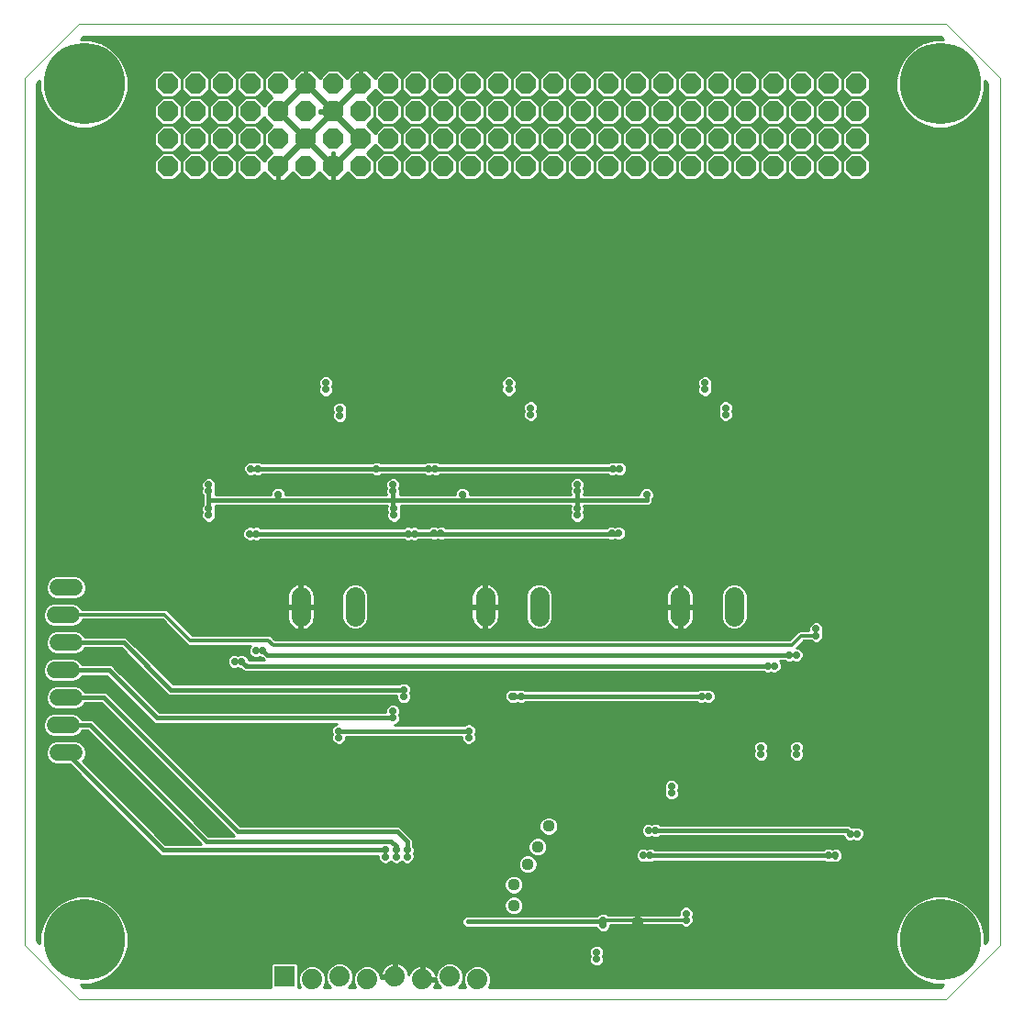
<source format=gbl>
G75*
%MOIN*%
%OFA0B0*%
%FSLAX25Y25*%
%IPPOS*%
%LPD*%
%AMOC8*
5,1,8,0,0,1.08239X$1,22.5*
%
%ADD10C,0.07050*%
%ADD11OC8,0.07400*%
%ADD12C,0.00000*%
%ADD13C,0.29528*%
%ADD14C,0.04400*%
%ADD15R,0.07400X0.07400*%
%ADD16C,0.07400*%
%ADD17C,0.06000*%
%ADD18C,0.02781*%
%ADD19C,0.01000*%
%ADD20C,0.02400*%
%ADD21C,0.01600*%
%ADD22C,0.01200*%
%ADD23OC8,0.02781*%
D10*
X0102194Y0149063D02*
X0102194Y0156113D01*
X0121879Y0156113D02*
X0121879Y0149063D01*
X0169123Y0149063D02*
X0169123Y0156113D01*
X0188808Y0156113D02*
X0188808Y0149063D01*
X0239989Y0149063D02*
X0239989Y0156113D01*
X0259674Y0156113D02*
X0259674Y0149063D01*
D11*
X0263965Y0312470D03*
X0253965Y0312470D03*
X0243965Y0312470D03*
X0233965Y0312470D03*
X0223965Y0312470D03*
X0213965Y0312470D03*
X0203965Y0312470D03*
X0193965Y0312470D03*
X0183965Y0312470D03*
X0173965Y0312470D03*
X0163965Y0312470D03*
X0153965Y0312470D03*
X0143965Y0312470D03*
X0133965Y0312470D03*
X0123965Y0312470D03*
X0113965Y0312470D03*
X0103965Y0312470D03*
X0093965Y0312470D03*
X0083965Y0312470D03*
X0073965Y0312470D03*
X0063965Y0312470D03*
X0053965Y0312470D03*
X0053965Y0322470D03*
X0053965Y0332470D03*
X0063965Y0332470D03*
X0063965Y0322470D03*
X0073965Y0322470D03*
X0073965Y0332470D03*
X0073965Y0342470D03*
X0063965Y0342470D03*
X0053965Y0342470D03*
X0083965Y0342470D03*
X0083965Y0332470D03*
X0083965Y0322470D03*
X0093965Y0322470D03*
X0093965Y0332470D03*
X0093965Y0342470D03*
X0103965Y0342470D03*
X0113965Y0342470D03*
X0113965Y0332470D03*
X0103965Y0332470D03*
X0103965Y0322470D03*
X0113965Y0322470D03*
X0123965Y0322470D03*
X0123965Y0332470D03*
X0123965Y0342470D03*
X0133965Y0342470D03*
X0133965Y0332470D03*
X0133965Y0322470D03*
X0143965Y0322470D03*
X0143965Y0332470D03*
X0143965Y0342470D03*
X0153965Y0342470D03*
X0163965Y0342470D03*
X0163965Y0332470D03*
X0153965Y0332470D03*
X0153965Y0322470D03*
X0163965Y0322470D03*
X0173965Y0322470D03*
X0173965Y0332470D03*
X0173965Y0342470D03*
X0183965Y0342470D03*
X0183965Y0332470D03*
X0183965Y0322470D03*
X0193965Y0322470D03*
X0193965Y0332470D03*
X0203965Y0332470D03*
X0203965Y0322470D03*
X0213965Y0322470D03*
X0213965Y0332470D03*
X0213965Y0342470D03*
X0203965Y0342470D03*
X0193965Y0342470D03*
X0223965Y0342470D03*
X0223965Y0332470D03*
X0223965Y0322470D03*
X0233965Y0322470D03*
X0233965Y0332470D03*
X0233965Y0342470D03*
X0243965Y0342470D03*
X0253965Y0342470D03*
X0253965Y0332470D03*
X0243965Y0332470D03*
X0243965Y0322470D03*
X0253965Y0322470D03*
X0263965Y0322470D03*
X0263965Y0332470D03*
X0263965Y0342470D03*
X0273965Y0342470D03*
X0273965Y0332470D03*
X0273965Y0322470D03*
X0273965Y0312470D03*
X0283965Y0312470D03*
X0283965Y0322470D03*
X0283965Y0332470D03*
X0283965Y0342470D03*
X0293965Y0342470D03*
X0303965Y0342470D03*
X0303965Y0332470D03*
X0293965Y0332470D03*
X0293965Y0322470D03*
X0303965Y0322470D03*
X0303965Y0312470D03*
X0293965Y0312470D03*
D12*
X0336446Y0009793D02*
X0021485Y0009793D01*
X0001800Y0029478D01*
X0001800Y0344438D01*
X0021485Y0364123D01*
X0336446Y0364123D01*
X0356131Y0344438D01*
X0356131Y0029478D01*
X0336446Y0009793D01*
D13*
X0334477Y0031446D03*
X0334477Y0342470D03*
X0023454Y0342470D03*
X0023454Y0031446D03*
D14*
X0108099Y0101328D03*
X0123847Y0102312D03*
X0171091Y0101328D03*
X0180934Y0106249D03*
X0190776Y0097391D03*
X0201603Y0106249D03*
X0208493Y0087549D03*
X0221288Y0070816D03*
X0237036Y0095915D03*
X0249339Y0086072D03*
X0227194Y0042273D03*
X0224733Y0037844D03*
X0236052Y0031446D03*
X0192145Y0072785D03*
X0188231Y0065303D03*
X0184610Y0059055D03*
X0179595Y0051535D03*
X0179595Y0044035D03*
X0171091Y0044241D03*
X0156328Y0043257D03*
X0169123Y0076722D03*
X0169123Y0088533D03*
D15*
X0096288Y0018167D03*
D16*
X0106288Y0017167D03*
X0116288Y0018167D03*
X0126288Y0017167D03*
X0136288Y0018167D03*
X0146288Y0017167D03*
X0156288Y0018167D03*
X0166288Y0017167D03*
D17*
X0019830Y0099527D02*
X0013830Y0099527D01*
X0012830Y0109527D02*
X0018830Y0109527D01*
X0019830Y0119527D02*
X0013830Y0119527D01*
X0012830Y0129527D02*
X0018830Y0129527D01*
X0019830Y0139527D02*
X0013830Y0139527D01*
X0012830Y0149527D02*
X0018830Y0149527D01*
X0019830Y0159527D02*
X0013830Y0159527D01*
D18*
X0067548Y0209399D03*
X0067548Y0209399D03*
X0067548Y0211761D03*
X0067548Y0211761D03*
X0068729Y0196801D03*
X0068729Y0196801D03*
X0068729Y0194438D03*
X0068729Y0194438D03*
X0068729Y0188139D03*
X0068729Y0188139D03*
X0068729Y0185777D03*
X0068729Y0185777D03*
X0083690Y0179084D03*
X0086052Y0179084D03*
X0093335Y0185383D03*
X0093335Y0187745D03*
X0093926Y0193257D03*
X0086446Y0202706D03*
X0086446Y0202706D03*
X0084083Y0202706D03*
X0084083Y0202706D03*
X0098650Y0221997D03*
X0098650Y0221997D03*
X0098650Y0224360D03*
X0098650Y0224360D03*
X0111249Y0231446D03*
X0111249Y0231446D03*
X0111249Y0233808D03*
X0111249Y0233808D03*
X0112036Y0239320D03*
X0109674Y0239320D03*
X0100225Y0246407D03*
X0100225Y0246407D03*
X0100225Y0248769D03*
X0100225Y0248769D03*
X0097076Y0248769D03*
X0097076Y0248769D03*
X0097076Y0246407D03*
X0097076Y0246407D03*
X0093926Y0246407D03*
X0093926Y0246407D03*
X0093926Y0248769D03*
X0093926Y0248769D03*
X0117942Y0249360D03*
X0120304Y0249360D03*
X0120698Y0271604D03*
X0120698Y0273966D03*
X0144517Y0251131D03*
X0144517Y0248769D03*
X0160855Y0248769D03*
X0160855Y0248769D03*
X0160855Y0246407D03*
X0160855Y0246407D03*
X0164005Y0246407D03*
X0164005Y0246407D03*
X0164005Y0248769D03*
X0164005Y0248769D03*
X0167154Y0248769D03*
X0167154Y0248769D03*
X0167154Y0246407D03*
X0167154Y0246407D03*
X0176603Y0239714D03*
X0178965Y0239714D03*
X0177784Y0233808D03*
X0177784Y0233808D03*
X0177784Y0231446D03*
X0177784Y0231446D03*
X0185658Y0224753D03*
X0185658Y0224753D03*
X0185658Y0222391D03*
X0185658Y0222391D03*
X0168532Y0220619D03*
X0168532Y0220619D03*
X0166170Y0220619D03*
X0151013Y0202706D03*
X0151013Y0202706D03*
X0148650Y0202706D03*
X0148650Y0202706D03*
X0160855Y0193257D03*
X0160265Y0187549D03*
X0160265Y0185186D03*
X0152981Y0179281D03*
X0152981Y0179281D03*
X0150619Y0179281D03*
X0150619Y0179281D03*
X0143532Y0179084D03*
X0141170Y0179084D03*
X0136052Y0185777D03*
X0136052Y0185777D03*
X0136052Y0188139D03*
X0136052Y0188139D03*
X0135658Y0194438D03*
X0135658Y0194438D03*
X0135658Y0196801D03*
X0135658Y0196801D03*
X0129753Y0202706D03*
X0141957Y0219241D03*
X0141957Y0219832D03*
X0144320Y0219832D03*
X0144320Y0219241D03*
X0116367Y0221997D03*
X0116367Y0221997D03*
X0116367Y0224360D03*
X0116367Y0224360D03*
X0060068Y0246013D03*
X0060068Y0248375D03*
X0053178Y0271604D03*
X0053178Y0273966D03*
X0053178Y0273966D03*
X0184871Y0250541D03*
X0187233Y0250541D03*
X0187627Y0271604D03*
X0187627Y0273966D03*
X0187627Y0273966D03*
X0214398Y0252312D03*
X0216761Y0252312D03*
X0227784Y0248769D03*
X0227784Y0248769D03*
X0227784Y0246407D03*
X0227784Y0246407D03*
X0230934Y0246407D03*
X0230934Y0246407D03*
X0230934Y0248769D03*
X0230934Y0248769D03*
X0234083Y0248769D03*
X0234083Y0248769D03*
X0234083Y0246407D03*
X0234083Y0246407D03*
X0243532Y0240501D03*
X0245894Y0240501D03*
X0249044Y0233808D03*
X0249044Y0233808D03*
X0249044Y0231446D03*
X0249044Y0231446D03*
X0256524Y0224753D03*
X0256524Y0224753D03*
X0256524Y0222391D03*
X0256524Y0222391D03*
X0241170Y0222391D03*
X0241170Y0224753D03*
X0217942Y0202706D03*
X0217942Y0202706D03*
X0215580Y0202706D03*
X0215580Y0202706D03*
X0227784Y0193257D03*
X0226997Y0187549D03*
X0226997Y0185186D03*
X0217548Y0179281D03*
X0215186Y0179281D03*
X0215186Y0179281D03*
X0202587Y0185777D03*
X0202587Y0188139D03*
X0202587Y0194438D03*
X0202587Y0194438D03*
X0202587Y0196801D03*
X0202587Y0196801D03*
X0209280Y0220619D03*
X0211643Y0220619D03*
X0250619Y0257037D03*
X0252981Y0257037D03*
X0289398Y0144438D03*
X0289398Y0142076D03*
X0282115Y0134989D03*
X0282115Y0134989D03*
X0279753Y0134989D03*
X0279753Y0134989D03*
X0274241Y0131052D03*
X0274241Y0131052D03*
X0271879Y0131052D03*
X0271879Y0131052D03*
X0250225Y0120029D03*
X0250225Y0120029D03*
X0247863Y0120029D03*
X0247863Y0120029D03*
X0269320Y0101328D03*
X0269320Y0098966D03*
X0282312Y0098966D03*
X0282312Y0101328D03*
X0301800Y0070029D03*
X0301800Y0070029D03*
X0304162Y0070029D03*
X0304162Y0070029D03*
X0296288Y0062155D03*
X0293926Y0062155D03*
X0293926Y0062155D03*
X0242154Y0041092D03*
X0242154Y0038730D03*
X0228965Y0062155D03*
X0228965Y0062155D03*
X0226603Y0062155D03*
X0226603Y0062155D03*
X0228572Y0071210D03*
X0228572Y0071210D03*
X0230934Y0071210D03*
X0230934Y0071210D03*
X0236839Y0084793D03*
X0236839Y0087155D03*
X0212036Y0038730D03*
X0212036Y0036958D03*
X0209674Y0026919D03*
X0209674Y0024556D03*
X0140776Y0061761D03*
X0140776Y0061761D03*
X0140776Y0064123D03*
X0140776Y0064123D03*
X0136839Y0064123D03*
X0136839Y0064123D03*
X0136839Y0061761D03*
X0136839Y0061761D03*
X0132902Y0061761D03*
X0132902Y0061761D03*
X0132902Y0064123D03*
X0132902Y0064123D03*
X0115973Y0105068D03*
X0115973Y0105068D03*
X0115973Y0107430D03*
X0115973Y0107430D03*
X0135658Y0112155D03*
X0135658Y0112155D03*
X0135658Y0114517D03*
X0135658Y0114517D03*
X0139595Y0120029D03*
X0139595Y0120029D03*
X0139595Y0122391D03*
X0139595Y0122391D03*
X0163217Y0107430D03*
X0163217Y0107430D03*
X0163217Y0105068D03*
X0163217Y0105068D03*
X0179753Y0120029D03*
X0179753Y0120029D03*
X0182115Y0120029D03*
X0182115Y0120029D03*
X0088414Y0136564D03*
X0088414Y0136564D03*
X0086052Y0136564D03*
X0086052Y0136564D03*
X0080540Y0132627D03*
X0080540Y0132627D03*
X0078178Y0132627D03*
X0078178Y0132627D03*
D19*
X0079359Y0130204D02*
X0078713Y0129937D01*
X0077643Y0129937D01*
X0076654Y0130346D01*
X0075897Y0131103D01*
X0075487Y0132092D01*
X0075487Y0133162D01*
X0075897Y0134151D01*
X0076654Y0134908D01*
X0077643Y0135318D01*
X0078713Y0135318D01*
X0079359Y0135050D01*
X0080005Y0135318D01*
X0081075Y0135318D01*
X0082064Y0134908D01*
X0082821Y0134151D01*
X0083231Y0133162D01*
X0083231Y0133152D01*
X0088856Y0133152D01*
X0088135Y0133874D01*
X0087879Y0133874D01*
X0087233Y0134141D01*
X0086587Y0133874D01*
X0085517Y0133874D01*
X0084528Y0134283D01*
X0083771Y0135040D01*
X0083361Y0136029D01*
X0083361Y0137099D01*
X0083771Y0138088D01*
X0084087Y0138404D01*
X0061249Y0138404D01*
X0051800Y0147853D01*
X0022791Y0147853D01*
X0022476Y0147092D01*
X0021266Y0145882D01*
X0019686Y0145227D01*
X0011975Y0145227D01*
X0010394Y0145882D01*
X0009185Y0147092D01*
X0008530Y0148672D01*
X0008530Y0150383D01*
X0009185Y0151963D01*
X0010394Y0153173D01*
X0011975Y0153827D01*
X0019686Y0153827D01*
X0021266Y0153173D01*
X0022476Y0151963D01*
X0022604Y0151653D01*
X0053374Y0151653D01*
X0054487Y0150540D01*
X0062823Y0142204D01*
X0091170Y0142204D01*
X0092283Y0141091D01*
X0092941Y0140433D01*
X0279753Y0140433D01*
X0283296Y0143976D01*
X0286708Y0143976D01*
X0286708Y0144973D01*
X0287117Y0145962D01*
X0287874Y0146719D01*
X0288863Y0147129D01*
X0289934Y0147129D01*
X0290922Y0146719D01*
X0291679Y0145962D01*
X0292089Y0144973D01*
X0292089Y0143903D01*
X0291821Y0143257D01*
X0292089Y0142611D01*
X0292089Y0141541D01*
X0291679Y0140552D01*
X0290922Y0139795D01*
X0289934Y0139386D01*
X0288863Y0139386D01*
X0287874Y0139795D01*
X0287493Y0140176D01*
X0284870Y0140176D01*
X0282440Y0137746D01*
X0282374Y0137680D01*
X0282650Y0137680D01*
X0283639Y0137270D01*
X0284396Y0136514D01*
X0284805Y0135525D01*
X0284805Y0134454D01*
X0284396Y0133465D01*
X0283639Y0132709D01*
X0282650Y0132299D01*
X0281580Y0132299D01*
X0280934Y0132566D01*
X0280288Y0132299D01*
X0279218Y0132299D01*
X0278229Y0132709D01*
X0278048Y0132889D01*
X0276209Y0132889D01*
X0276522Y0132577D01*
X0276931Y0131588D01*
X0276931Y0130517D01*
X0276522Y0129528D01*
X0275765Y0128772D01*
X0274776Y0128362D01*
X0273706Y0128362D01*
X0273060Y0128629D01*
X0272414Y0128362D01*
X0271344Y0128362D01*
X0270355Y0128772D01*
X0270174Y0128952D01*
X0081659Y0128952D01*
X0081480Y0129132D01*
X0081205Y0129245D01*
X0080952Y0129245D01*
X0080261Y0129937D01*
X0080005Y0129937D01*
X0079359Y0130204D01*
X0078969Y0130043D02*
X0079749Y0130043D01*
X0081567Y0129044D02*
X0051291Y0129044D01*
X0052289Y0128046D02*
X0351631Y0128046D01*
X0351631Y0129044D02*
X0276038Y0129044D01*
X0276735Y0130043D02*
X0351631Y0130043D01*
X0351631Y0131041D02*
X0276931Y0131041D01*
X0276744Y0132040D02*
X0351631Y0132040D01*
X0351631Y0133038D02*
X0283969Y0133038D01*
X0284633Y0134037D02*
X0351631Y0134037D01*
X0351631Y0135035D02*
X0284805Y0135035D01*
X0284595Y0136034D02*
X0351631Y0136034D01*
X0351631Y0137032D02*
X0283877Y0137032D01*
X0282725Y0138031D02*
X0351631Y0138031D01*
X0351631Y0139029D02*
X0283724Y0139029D01*
X0284722Y0140028D02*
X0287642Y0140028D01*
X0291155Y0140028D02*
X0351631Y0140028D01*
X0351631Y0141026D02*
X0291876Y0141026D01*
X0292089Y0142025D02*
X0351631Y0142025D01*
X0351631Y0143023D02*
X0291918Y0143023D01*
X0292089Y0144022D02*
X0351631Y0144022D01*
X0351631Y0145021D02*
X0292069Y0145021D01*
X0291623Y0146019D02*
X0351631Y0146019D01*
X0351631Y0147018D02*
X0290202Y0147018D01*
X0288595Y0147018D02*
X0264049Y0147018D01*
X0263764Y0146330D02*
X0264499Y0148103D01*
X0264499Y0157073D01*
X0263764Y0158846D01*
X0262407Y0160203D01*
X0260634Y0160938D01*
X0258714Y0160938D01*
X0256941Y0160203D01*
X0255584Y0158846D01*
X0254849Y0157073D01*
X0254849Y0148103D01*
X0255584Y0146330D01*
X0256941Y0144972D01*
X0258714Y0144238D01*
X0260634Y0144238D01*
X0262407Y0144972D01*
X0263764Y0146330D01*
X0263454Y0146019D02*
X0287174Y0146019D01*
X0286727Y0145021D02*
X0262455Y0145021D01*
X0264463Y0148016D02*
X0351631Y0148016D01*
X0351631Y0149015D02*
X0264499Y0149015D01*
X0264499Y0150013D02*
X0351631Y0150013D01*
X0351631Y0151012D02*
X0264499Y0151012D01*
X0264499Y0152010D02*
X0351631Y0152010D01*
X0351631Y0153009D02*
X0264499Y0153009D01*
X0264499Y0154007D02*
X0351631Y0154007D01*
X0351631Y0155006D02*
X0264499Y0155006D01*
X0264499Y0156004D02*
X0351631Y0156004D01*
X0351631Y0157003D02*
X0264499Y0157003D01*
X0264114Y0158001D02*
X0351631Y0158001D01*
X0351631Y0159000D02*
X0263611Y0159000D01*
X0262612Y0159998D02*
X0351631Y0159998D01*
X0351631Y0160997D02*
X0241219Y0160997D01*
X0241166Y0161014D02*
X0241918Y0160770D01*
X0242623Y0160411D01*
X0243263Y0159946D01*
X0243822Y0159386D01*
X0244287Y0158747D01*
X0244646Y0158042D01*
X0244890Y0157290D01*
X0245014Y0156508D01*
X0245014Y0153088D01*
X0240489Y0153088D01*
X0239489Y0153088D01*
X0239489Y0161121D01*
X0238812Y0161014D01*
X0238060Y0160770D01*
X0237355Y0160411D01*
X0236715Y0159946D01*
X0236156Y0159386D01*
X0235691Y0158747D01*
X0235332Y0158042D01*
X0235088Y0157290D01*
X0234964Y0156508D01*
X0234964Y0153088D01*
X0239489Y0153088D01*
X0239489Y0152088D01*
X0234964Y0152088D01*
X0234964Y0148667D01*
X0235088Y0147886D01*
X0235332Y0147134D01*
X0235691Y0146429D01*
X0236156Y0145789D01*
X0236715Y0145230D01*
X0237355Y0144765D01*
X0238060Y0144406D01*
X0238812Y0144162D01*
X0239489Y0144054D01*
X0239489Y0152088D01*
X0240489Y0152088D01*
X0240489Y0153088D01*
X0240489Y0161121D01*
X0241166Y0161014D01*
X0240489Y0160997D02*
X0239489Y0160997D01*
X0238759Y0160997D02*
X0170353Y0160997D01*
X0170300Y0161014D02*
X0171052Y0160770D01*
X0171757Y0160411D01*
X0172396Y0159946D01*
X0172956Y0159386D01*
X0173421Y0158747D01*
X0173780Y0158042D01*
X0174024Y0157290D01*
X0174148Y0156508D01*
X0174148Y0153088D01*
X0169623Y0153088D01*
X0169623Y0152088D01*
X0174148Y0152088D01*
X0174148Y0148667D01*
X0174024Y0147886D01*
X0173780Y0147134D01*
X0173421Y0146429D01*
X0172956Y0145789D01*
X0172396Y0145230D01*
X0171757Y0144765D01*
X0171052Y0144406D01*
X0170300Y0144162D01*
X0169623Y0144054D01*
X0169623Y0152088D01*
X0168623Y0152088D01*
X0168623Y0144054D01*
X0167946Y0144162D01*
X0167194Y0144406D01*
X0166489Y0144765D01*
X0165849Y0145230D01*
X0165290Y0145789D01*
X0164825Y0146429D01*
X0164466Y0147134D01*
X0164222Y0147886D01*
X0164098Y0148667D01*
X0164098Y0152088D01*
X0168623Y0152088D01*
X0168623Y0153088D01*
X0168623Y0161121D01*
X0167946Y0161014D01*
X0167194Y0160770D01*
X0166489Y0160411D01*
X0165849Y0159946D01*
X0165290Y0159386D01*
X0164825Y0158747D01*
X0164466Y0158042D01*
X0164222Y0157290D01*
X0164098Y0156508D01*
X0164098Y0153088D01*
X0168623Y0153088D01*
X0169623Y0153088D01*
X0169623Y0161121D01*
X0170300Y0161014D01*
X0169623Y0160997D02*
X0168623Y0160997D01*
X0167892Y0160997D02*
X0103424Y0160997D01*
X0103370Y0161014D02*
X0102694Y0161121D01*
X0102694Y0153088D01*
X0107219Y0153088D01*
X0107219Y0156508D01*
X0107095Y0157290D01*
X0106851Y0158042D01*
X0106491Y0158747D01*
X0106027Y0159386D01*
X0105467Y0159946D01*
X0104827Y0160411D01*
X0104123Y0160770D01*
X0103370Y0161014D01*
X0102694Y0160997D02*
X0101694Y0160997D01*
X0101694Y0161121D02*
X0101017Y0161014D01*
X0100265Y0160770D01*
X0099560Y0160411D01*
X0098920Y0159946D01*
X0098361Y0159386D01*
X0097896Y0158747D01*
X0097537Y0158042D01*
X0097292Y0157290D01*
X0097169Y0156508D01*
X0097169Y0153088D01*
X0101694Y0153088D01*
X0101694Y0161121D01*
X0100963Y0160997D02*
X0023876Y0160997D01*
X0024130Y0160383D02*
X0023476Y0161963D01*
X0022266Y0163173D01*
X0020686Y0163827D01*
X0012975Y0163827D01*
X0011394Y0163173D01*
X0010185Y0161963D01*
X0009530Y0160383D01*
X0009530Y0158672D01*
X0010185Y0157092D01*
X0011394Y0155882D01*
X0012975Y0155227D01*
X0020686Y0155227D01*
X0022266Y0155882D01*
X0023476Y0157092D01*
X0024130Y0158672D01*
X0024130Y0160383D01*
X0024130Y0159998D02*
X0098992Y0159998D01*
X0098080Y0159000D02*
X0024130Y0159000D01*
X0023852Y0158001D02*
X0097524Y0158001D01*
X0097247Y0157003D02*
X0023387Y0157003D01*
X0022388Y0156004D02*
X0097169Y0156004D01*
X0097169Y0155006D02*
X0006300Y0155006D01*
X0006300Y0156004D02*
X0011272Y0156004D01*
X0010274Y0157003D02*
X0006300Y0157003D01*
X0006300Y0158001D02*
X0009808Y0158001D01*
X0009530Y0159000D02*
X0006300Y0159000D01*
X0006300Y0159998D02*
X0009530Y0159998D01*
X0009785Y0160997D02*
X0006300Y0160997D01*
X0006300Y0161995D02*
X0010217Y0161995D01*
X0011215Y0162994D02*
X0006300Y0162994D01*
X0006300Y0163992D02*
X0351631Y0163992D01*
X0351631Y0162994D02*
X0022445Y0162994D01*
X0023443Y0161995D02*
X0351631Y0161995D01*
X0351631Y0164991D02*
X0006300Y0164991D01*
X0006300Y0165989D02*
X0351631Y0165989D01*
X0351631Y0166988D02*
X0006300Y0166988D01*
X0006300Y0167986D02*
X0351631Y0167986D01*
X0351631Y0168985D02*
X0006300Y0168985D01*
X0006300Y0169983D02*
X0351631Y0169983D01*
X0351631Y0170982D02*
X0006300Y0170982D01*
X0006300Y0171980D02*
X0351631Y0171980D01*
X0351631Y0172979D02*
X0006300Y0172979D01*
X0006300Y0173977D02*
X0351631Y0173977D01*
X0351631Y0174976D02*
X0006300Y0174976D01*
X0006300Y0175974D02*
X0351631Y0175974D01*
X0351631Y0176973D02*
X0219007Y0176973D01*
X0219072Y0177000D02*
X0219829Y0177757D01*
X0220239Y0178746D01*
X0220239Y0179816D01*
X0219829Y0180805D01*
X0219072Y0181562D01*
X0218083Y0181971D01*
X0217013Y0181971D01*
X0216367Y0181704D01*
X0215721Y0181971D01*
X0214651Y0181971D01*
X0213662Y0181562D01*
X0213284Y0181184D01*
X0154883Y0181184D01*
X0154505Y0181562D01*
X0153516Y0181971D01*
X0152446Y0181971D01*
X0151800Y0181704D01*
X0151154Y0181971D01*
X0150084Y0181971D01*
X0149095Y0181562D01*
X0148717Y0181184D01*
X0145237Y0181184D01*
X0145056Y0181365D01*
X0144067Y0181775D01*
X0142997Y0181775D01*
X0142351Y0181507D01*
X0141705Y0181775D01*
X0140635Y0181775D01*
X0139646Y0181365D01*
X0139465Y0181184D01*
X0087757Y0181184D01*
X0087576Y0181365D01*
X0086587Y0181775D01*
X0085517Y0181775D01*
X0084871Y0181507D01*
X0084225Y0181775D01*
X0083155Y0181775D01*
X0082166Y0181365D01*
X0081409Y0180608D01*
X0080999Y0179619D01*
X0080999Y0178549D01*
X0081409Y0177560D01*
X0082166Y0176803D01*
X0083155Y0176393D01*
X0084225Y0176393D01*
X0084871Y0176661D01*
X0085517Y0176393D01*
X0086587Y0176393D01*
X0087576Y0176803D01*
X0087757Y0176984D01*
X0139465Y0176984D01*
X0139646Y0176803D01*
X0140635Y0176393D01*
X0141705Y0176393D01*
X0142351Y0176661D01*
X0142997Y0176393D01*
X0144067Y0176393D01*
X0145056Y0176803D01*
X0145237Y0176984D01*
X0149133Y0176984D01*
X0150084Y0176590D01*
X0151154Y0176590D01*
X0151800Y0176858D01*
X0152446Y0176590D01*
X0153516Y0176590D01*
X0154467Y0176984D01*
X0213700Y0176984D01*
X0214651Y0176590D01*
X0215721Y0176590D01*
X0216367Y0176858D01*
X0217013Y0176590D01*
X0218083Y0176590D01*
X0219072Y0177000D01*
X0219918Y0177971D02*
X0351631Y0177971D01*
X0351631Y0178970D02*
X0220239Y0178970D01*
X0220175Y0179968D02*
X0351631Y0179968D01*
X0351631Y0180967D02*
X0219667Y0180967D01*
X0218098Y0181965D02*
X0351631Y0181965D01*
X0351631Y0182964D02*
X0006300Y0182964D01*
X0006300Y0183962D02*
X0066739Y0183962D01*
X0066448Y0184253D02*
X0067205Y0183496D01*
X0068194Y0183086D01*
X0069264Y0183086D01*
X0070253Y0183496D01*
X0071010Y0184253D01*
X0071420Y0185242D01*
X0071420Y0186312D01*
X0071152Y0186958D01*
X0133558Y0186958D01*
X0133558Y0187129D02*
X0133558Y0186787D01*
X0133361Y0186312D01*
X0133361Y0185242D01*
X0133771Y0184253D01*
X0134528Y0183496D01*
X0135517Y0183086D01*
X0136587Y0183086D01*
X0137576Y0183496D01*
X0138333Y0184253D01*
X0138743Y0185242D01*
X0138743Y0186312D01*
X0138475Y0186958D01*
X0200164Y0186958D01*
X0199897Y0186312D01*
X0199897Y0185242D01*
X0200306Y0184253D01*
X0201063Y0183496D01*
X0202052Y0183086D01*
X0203123Y0183086D01*
X0204111Y0183496D01*
X0204868Y0184253D01*
X0205278Y0185242D01*
X0205278Y0186312D01*
X0205010Y0186958D01*
X0351631Y0186958D01*
X0351631Y0187957D02*
X0205278Y0187957D01*
X0205278Y0187604D02*
X0205278Y0188674D01*
X0205065Y0189189D01*
X0228654Y0189189D01*
X0229884Y0190419D01*
X0229884Y0191552D01*
X0230065Y0191733D01*
X0230475Y0192722D01*
X0230475Y0193792D01*
X0230065Y0194781D01*
X0229308Y0195538D01*
X0228319Y0195948D01*
X0227249Y0195948D01*
X0226260Y0195538D01*
X0225503Y0194781D01*
X0225094Y0193792D01*
X0225094Y0193389D01*
X0205065Y0193389D01*
X0205278Y0193903D01*
X0205278Y0194973D01*
X0205010Y0195619D01*
X0205278Y0196265D01*
X0205278Y0197336D01*
X0204868Y0198325D01*
X0204111Y0199081D01*
X0203123Y0199491D01*
X0202052Y0199491D01*
X0201063Y0199081D01*
X0200306Y0198325D01*
X0199897Y0197336D01*
X0199897Y0196265D01*
X0200164Y0195619D01*
X0199897Y0194973D01*
X0199897Y0193903D01*
X0200110Y0193389D01*
X0163546Y0193389D01*
X0163546Y0193792D01*
X0163136Y0194781D01*
X0162379Y0195538D01*
X0161390Y0195948D01*
X0160320Y0195948D01*
X0159331Y0195538D01*
X0158574Y0194781D01*
X0158165Y0193792D01*
X0158165Y0193389D01*
X0138136Y0193389D01*
X0138349Y0193903D01*
X0138349Y0194973D01*
X0138081Y0195619D01*
X0138349Y0196265D01*
X0138349Y0197336D01*
X0137939Y0198325D01*
X0137182Y0199081D01*
X0136193Y0199491D01*
X0135123Y0199491D01*
X0134134Y0199081D01*
X0133377Y0198325D01*
X0132968Y0197336D01*
X0132968Y0196265D01*
X0133235Y0195619D01*
X0132968Y0194973D01*
X0132968Y0193903D01*
X0133181Y0193389D01*
X0096617Y0193389D01*
X0096617Y0193792D01*
X0096207Y0194781D01*
X0095450Y0195538D01*
X0094461Y0195948D01*
X0093391Y0195948D01*
X0092402Y0195538D01*
X0091645Y0194781D01*
X0091235Y0193792D01*
X0091235Y0193389D01*
X0071207Y0193389D01*
X0071420Y0193903D01*
X0071420Y0194973D01*
X0071152Y0195619D01*
X0071420Y0196265D01*
X0071420Y0197336D01*
X0071010Y0198325D01*
X0070253Y0199081D01*
X0069264Y0199491D01*
X0068194Y0199491D01*
X0067205Y0199081D01*
X0066448Y0198325D01*
X0066039Y0197336D01*
X0066039Y0196265D01*
X0066306Y0195619D01*
X0066039Y0194973D01*
X0066039Y0193903D01*
X0066448Y0192914D01*
X0066629Y0192733D01*
X0066629Y0189844D01*
X0066448Y0189663D01*
X0066039Y0188674D01*
X0066039Y0187604D01*
X0066306Y0186958D01*
X0006300Y0186958D01*
X0006300Y0187957D02*
X0066039Y0187957D01*
X0066155Y0188955D02*
X0006300Y0188955D01*
X0006300Y0189954D02*
X0066629Y0189954D01*
X0066629Y0190952D02*
X0006300Y0190952D01*
X0006300Y0191951D02*
X0066629Y0191951D01*
X0066434Y0192949D02*
X0006300Y0192949D01*
X0006300Y0193948D02*
X0066039Y0193948D01*
X0066039Y0194946D02*
X0006300Y0194946D01*
X0006300Y0195945D02*
X0066171Y0195945D01*
X0066039Y0196943D02*
X0006300Y0196943D01*
X0006300Y0197942D02*
X0066290Y0197942D01*
X0067064Y0198940D02*
X0006300Y0198940D01*
X0006300Y0199939D02*
X0351631Y0199939D01*
X0351631Y0200937D02*
X0219978Y0200937D01*
X0220223Y0201182D02*
X0220632Y0202171D01*
X0220632Y0203241D01*
X0220223Y0204230D01*
X0219466Y0204987D01*
X0218477Y0205397D01*
X0217407Y0205397D01*
X0216761Y0205129D01*
X0216115Y0205397D01*
X0215044Y0205397D01*
X0214055Y0204987D01*
X0213875Y0204806D01*
X0152718Y0204806D01*
X0152537Y0204987D01*
X0151548Y0205397D01*
X0150477Y0205397D01*
X0149831Y0205129D01*
X0149186Y0205397D01*
X0148115Y0205397D01*
X0147126Y0204987D01*
X0146945Y0204806D01*
X0131458Y0204806D01*
X0131277Y0204987D01*
X0130288Y0205397D01*
X0129218Y0205397D01*
X0128229Y0204987D01*
X0128048Y0204806D01*
X0088151Y0204806D01*
X0087970Y0204987D01*
X0086981Y0205397D01*
X0085910Y0205397D01*
X0085265Y0205129D01*
X0084619Y0205397D01*
X0083548Y0205397D01*
X0082559Y0204987D01*
X0081803Y0204230D01*
X0081393Y0203241D01*
X0081393Y0202171D01*
X0081803Y0201182D01*
X0082559Y0200425D01*
X0083548Y0200015D01*
X0084619Y0200015D01*
X0085265Y0200283D01*
X0085910Y0200015D01*
X0086981Y0200015D01*
X0087970Y0200425D01*
X0088151Y0200606D01*
X0128048Y0200606D01*
X0128229Y0200425D01*
X0129218Y0200015D01*
X0130288Y0200015D01*
X0131277Y0200425D01*
X0131458Y0200606D01*
X0146945Y0200606D01*
X0147126Y0200425D01*
X0148115Y0200015D01*
X0149186Y0200015D01*
X0149831Y0200283D01*
X0150477Y0200015D01*
X0151548Y0200015D01*
X0152537Y0200425D01*
X0152718Y0200606D01*
X0213875Y0200606D01*
X0214055Y0200425D01*
X0215044Y0200015D01*
X0216115Y0200015D01*
X0216761Y0200283D01*
X0217407Y0200015D01*
X0218477Y0200015D01*
X0219466Y0200425D01*
X0220223Y0201182D01*
X0220535Y0201936D02*
X0351631Y0201936D01*
X0351631Y0202934D02*
X0220632Y0202934D01*
X0220346Y0203933D02*
X0351631Y0203933D01*
X0351631Y0204931D02*
X0219522Y0204931D01*
X0214000Y0204931D02*
X0152592Y0204931D01*
X0147071Y0204931D02*
X0131333Y0204931D01*
X0128173Y0204931D02*
X0088025Y0204931D01*
X0082504Y0204931D02*
X0006300Y0204931D01*
X0006300Y0203933D02*
X0081679Y0203933D01*
X0081393Y0202934D02*
X0006300Y0202934D01*
X0006300Y0201936D02*
X0081490Y0201936D01*
X0082047Y0200937D02*
X0006300Y0200937D01*
X0006300Y0205930D02*
X0351631Y0205930D01*
X0351631Y0206928D02*
X0006300Y0206928D01*
X0006300Y0207927D02*
X0351631Y0207927D01*
X0351631Y0208925D02*
X0006300Y0208925D01*
X0006300Y0209924D02*
X0351631Y0209924D01*
X0351631Y0210922D02*
X0006300Y0210922D01*
X0006300Y0211921D02*
X0351631Y0211921D01*
X0351631Y0212919D02*
X0006300Y0212919D01*
X0006300Y0213918D02*
X0351631Y0213918D01*
X0351631Y0214916D02*
X0006300Y0214916D01*
X0006300Y0215915D02*
X0351631Y0215915D01*
X0351631Y0216913D02*
X0006300Y0216913D01*
X0006300Y0217912D02*
X0351631Y0217912D01*
X0351631Y0218910D02*
X0006300Y0218910D01*
X0006300Y0219909D02*
X0114650Y0219909D01*
X0114843Y0219716D02*
X0115832Y0219307D01*
X0116902Y0219307D01*
X0117891Y0219716D01*
X0118648Y0220473D01*
X0119057Y0221462D01*
X0119057Y0222533D01*
X0118790Y0223178D01*
X0119057Y0223824D01*
X0119057Y0224895D01*
X0118648Y0225884D01*
X0117891Y0226641D01*
X0116902Y0227050D01*
X0115832Y0227050D01*
X0114843Y0226641D01*
X0114086Y0225884D01*
X0113676Y0224895D01*
X0113676Y0223824D01*
X0113944Y0223178D01*
X0113676Y0222533D01*
X0113676Y0221462D01*
X0114086Y0220473D01*
X0114843Y0219716D01*
X0113906Y0220907D02*
X0006300Y0220907D01*
X0006300Y0221906D02*
X0113676Y0221906D01*
X0113830Y0222904D02*
X0006300Y0222904D01*
X0006300Y0223903D02*
X0113676Y0223903D01*
X0113679Y0224901D02*
X0006300Y0224901D01*
X0006300Y0225900D02*
X0114102Y0225900D01*
X0115466Y0226898D02*
X0006300Y0226898D01*
X0006300Y0227897D02*
X0351631Y0227897D01*
X0351631Y0228895D02*
X0249917Y0228895D01*
X0249579Y0228756D02*
X0250568Y0229165D01*
X0251325Y0229922D01*
X0251735Y0230911D01*
X0251735Y0231981D01*
X0251467Y0232627D01*
X0251735Y0233273D01*
X0251735Y0234344D01*
X0251325Y0235332D01*
X0250568Y0236089D01*
X0249579Y0236499D01*
X0248509Y0236499D01*
X0247520Y0236089D01*
X0246763Y0235332D01*
X0246354Y0234344D01*
X0246354Y0233273D01*
X0246621Y0232627D01*
X0246354Y0231981D01*
X0246354Y0230911D01*
X0246763Y0229922D01*
X0247520Y0229165D01*
X0248509Y0228756D01*
X0249579Y0228756D01*
X0248171Y0228895D02*
X0178657Y0228895D01*
X0178319Y0228756D02*
X0179308Y0229165D01*
X0180065Y0229922D01*
X0180475Y0230911D01*
X0180475Y0231981D01*
X0180207Y0232627D01*
X0180475Y0233273D01*
X0180475Y0234344D01*
X0180065Y0235332D01*
X0179308Y0236089D01*
X0178319Y0236499D01*
X0177249Y0236499D01*
X0176260Y0236089D01*
X0175503Y0235332D01*
X0175094Y0234344D01*
X0175094Y0233273D01*
X0175361Y0232627D01*
X0175094Y0231981D01*
X0175094Y0230911D01*
X0175503Y0229922D01*
X0176260Y0229165D01*
X0177249Y0228756D01*
X0178319Y0228756D01*
X0176911Y0228895D02*
X0112122Y0228895D01*
X0111784Y0228756D02*
X0112773Y0229165D01*
X0113530Y0229922D01*
X0113939Y0230911D01*
X0113939Y0231981D01*
X0113672Y0232627D01*
X0113939Y0233273D01*
X0113939Y0234344D01*
X0113530Y0235332D01*
X0112773Y0236089D01*
X0111784Y0236499D01*
X0110714Y0236499D01*
X0109725Y0236089D01*
X0108968Y0235332D01*
X0108558Y0234344D01*
X0108558Y0233273D01*
X0108826Y0232627D01*
X0108558Y0231981D01*
X0108558Y0230911D01*
X0108968Y0229922D01*
X0109725Y0229165D01*
X0110714Y0228756D01*
X0111784Y0228756D01*
X0110376Y0228895D02*
X0006300Y0228895D01*
X0006300Y0229894D02*
X0108996Y0229894D01*
X0108566Y0230892D02*
X0006300Y0230892D01*
X0006300Y0231891D02*
X0108558Y0231891D01*
X0108717Y0232890D02*
X0006300Y0232890D01*
X0006300Y0233888D02*
X0108558Y0233888D01*
X0108783Y0234887D02*
X0006300Y0234887D01*
X0006300Y0235885D02*
X0109520Y0235885D01*
X0112977Y0235885D02*
X0176056Y0235885D01*
X0175319Y0234887D02*
X0113714Y0234887D01*
X0113939Y0233888D02*
X0175094Y0233888D01*
X0175253Y0232890D02*
X0113780Y0232890D01*
X0113939Y0231891D02*
X0175094Y0231891D01*
X0175101Y0230892D02*
X0113932Y0230892D01*
X0113502Y0229894D02*
X0175531Y0229894D01*
X0180037Y0229894D02*
X0246791Y0229894D01*
X0246361Y0230892D02*
X0180467Y0230892D01*
X0180475Y0231891D02*
X0246354Y0231891D01*
X0246512Y0232890D02*
X0180316Y0232890D01*
X0180475Y0233888D02*
X0246354Y0233888D01*
X0246578Y0234887D02*
X0180250Y0234887D01*
X0179513Y0235885D02*
X0247316Y0235885D01*
X0250772Y0235885D02*
X0351631Y0235885D01*
X0351631Y0234887D02*
X0251510Y0234887D01*
X0251735Y0233888D02*
X0351631Y0233888D01*
X0351631Y0232890D02*
X0251576Y0232890D01*
X0251735Y0231891D02*
X0351631Y0231891D01*
X0351631Y0230892D02*
X0251727Y0230892D01*
X0251297Y0229894D02*
X0351631Y0229894D01*
X0351631Y0226898D02*
X0258184Y0226898D01*
X0258048Y0227034D02*
X0257060Y0227444D01*
X0255989Y0227444D01*
X0255000Y0227034D01*
X0254243Y0226277D01*
X0253834Y0225288D01*
X0253834Y0224218D01*
X0254101Y0223572D01*
X0253834Y0222926D01*
X0253834Y0221856D01*
X0254243Y0220867D01*
X0255000Y0220110D01*
X0255989Y0219701D01*
X0257060Y0219701D01*
X0258048Y0220110D01*
X0258805Y0220867D01*
X0259215Y0221856D01*
X0259215Y0222926D01*
X0258947Y0223572D01*
X0259215Y0224218D01*
X0259215Y0225288D01*
X0258805Y0226277D01*
X0258048Y0227034D01*
X0258962Y0225900D02*
X0351631Y0225900D01*
X0351631Y0224901D02*
X0259215Y0224901D01*
X0259084Y0223903D02*
X0351631Y0223903D01*
X0351631Y0222904D02*
X0259215Y0222904D01*
X0259215Y0221906D02*
X0351631Y0221906D01*
X0351631Y0220907D02*
X0258822Y0220907D01*
X0257563Y0219909D02*
X0351631Y0219909D01*
X0351631Y0236884D02*
X0006300Y0236884D01*
X0006300Y0237882D02*
X0351631Y0237882D01*
X0351631Y0238881D02*
X0006300Y0238881D01*
X0006300Y0239879D02*
X0351631Y0239879D01*
X0351631Y0240878D02*
X0006300Y0240878D01*
X0006300Y0241876D02*
X0351631Y0241876D01*
X0351631Y0242875D02*
X0006300Y0242875D01*
X0006300Y0243873D02*
X0351631Y0243873D01*
X0351631Y0244872D02*
X0006300Y0244872D01*
X0006300Y0245870D02*
X0351631Y0245870D01*
X0351631Y0246869D02*
X0006300Y0246869D01*
X0006300Y0247867D02*
X0351631Y0247867D01*
X0351631Y0248866D02*
X0006300Y0248866D01*
X0006300Y0249864D02*
X0351631Y0249864D01*
X0351631Y0250863D02*
X0006300Y0250863D01*
X0006300Y0251861D02*
X0351631Y0251861D01*
X0351631Y0252860D02*
X0006300Y0252860D01*
X0006300Y0253858D02*
X0351631Y0253858D01*
X0351631Y0254857D02*
X0006300Y0254857D01*
X0006300Y0255855D02*
X0351631Y0255855D01*
X0351631Y0256854D02*
X0006300Y0256854D01*
X0006300Y0257852D02*
X0351631Y0257852D01*
X0351631Y0258851D02*
X0006300Y0258851D01*
X0006300Y0259849D02*
X0351631Y0259849D01*
X0351631Y0260848D02*
X0006300Y0260848D01*
X0006300Y0261846D02*
X0351631Y0261846D01*
X0351631Y0262845D02*
X0006300Y0262845D01*
X0006300Y0263843D02*
X0351631Y0263843D01*
X0351631Y0264842D02*
X0006300Y0264842D01*
X0006300Y0265840D02*
X0351631Y0265840D01*
X0351631Y0266839D02*
X0006300Y0266839D01*
X0006300Y0267837D02*
X0351631Y0267837D01*
X0351631Y0268836D02*
X0006300Y0268836D01*
X0006300Y0269834D02*
X0351631Y0269834D01*
X0351631Y0270833D02*
X0006300Y0270833D01*
X0006300Y0271831D02*
X0351631Y0271831D01*
X0351631Y0272830D02*
X0006300Y0272830D01*
X0006300Y0273828D02*
X0351631Y0273828D01*
X0351631Y0274827D02*
X0006300Y0274827D01*
X0006300Y0275826D02*
X0351631Y0275826D01*
X0351631Y0276824D02*
X0006300Y0276824D01*
X0006300Y0277823D02*
X0351631Y0277823D01*
X0351631Y0278821D02*
X0006300Y0278821D01*
X0006300Y0279820D02*
X0351631Y0279820D01*
X0351631Y0280818D02*
X0006300Y0280818D01*
X0006300Y0281817D02*
X0351631Y0281817D01*
X0351631Y0282815D02*
X0006300Y0282815D01*
X0006300Y0283814D02*
X0351631Y0283814D01*
X0351631Y0284812D02*
X0006300Y0284812D01*
X0006300Y0285811D02*
X0351631Y0285811D01*
X0351631Y0286809D02*
X0006300Y0286809D01*
X0006300Y0287808D02*
X0351631Y0287808D01*
X0351631Y0288806D02*
X0006300Y0288806D01*
X0006300Y0289805D02*
X0351631Y0289805D01*
X0351631Y0290803D02*
X0006300Y0290803D01*
X0006300Y0291802D02*
X0351631Y0291802D01*
X0351631Y0292800D02*
X0006300Y0292800D01*
X0006300Y0293799D02*
X0351631Y0293799D01*
X0351631Y0294797D02*
X0006300Y0294797D01*
X0006300Y0295796D02*
X0351631Y0295796D01*
X0351631Y0296794D02*
X0006300Y0296794D01*
X0006300Y0297793D02*
X0351631Y0297793D01*
X0351631Y0298791D02*
X0006300Y0298791D01*
X0006300Y0299790D02*
X0351631Y0299790D01*
X0351631Y0300788D02*
X0006300Y0300788D01*
X0006300Y0301787D02*
X0351631Y0301787D01*
X0351631Y0302785D02*
X0006300Y0302785D01*
X0006300Y0303784D02*
X0351631Y0303784D01*
X0351631Y0304782D02*
X0006300Y0304782D01*
X0006300Y0305781D02*
X0351631Y0305781D01*
X0351631Y0306779D02*
X0006300Y0306779D01*
X0006300Y0307778D02*
X0051586Y0307778D01*
X0051894Y0307470D02*
X0056036Y0307470D01*
X0058965Y0310399D01*
X0058965Y0314541D01*
X0056036Y0317470D01*
X0058965Y0320399D01*
X0058965Y0324541D01*
X0056036Y0327470D01*
X0058965Y0330399D01*
X0058965Y0334541D01*
X0056036Y0337470D01*
X0058965Y0340399D01*
X0058965Y0344541D01*
X0056036Y0347470D01*
X0051894Y0347470D01*
X0048965Y0344541D01*
X0048965Y0340399D01*
X0051894Y0337470D01*
X0056036Y0337470D01*
X0051894Y0337470D01*
X0048965Y0334541D01*
X0048965Y0330399D01*
X0051894Y0327470D01*
X0056036Y0327470D01*
X0051894Y0327470D01*
X0048965Y0324541D01*
X0048965Y0320399D01*
X0051894Y0317470D01*
X0056036Y0317470D01*
X0051894Y0317470D01*
X0048965Y0314541D01*
X0048965Y0310399D01*
X0051894Y0307470D01*
X0050588Y0308776D02*
X0006300Y0308776D01*
X0006300Y0309775D02*
X0049589Y0309775D01*
X0048965Y0310773D02*
X0006300Y0310773D01*
X0006300Y0311772D02*
X0048965Y0311772D01*
X0048965Y0312770D02*
X0006300Y0312770D01*
X0006300Y0313769D02*
X0048965Y0313769D01*
X0049192Y0314767D02*
X0006300Y0314767D01*
X0006300Y0315766D02*
X0050190Y0315766D01*
X0051189Y0316764D02*
X0006300Y0316764D01*
X0006300Y0317763D02*
X0051601Y0317763D01*
X0050603Y0318761D02*
X0006300Y0318761D01*
X0006300Y0319760D02*
X0049604Y0319760D01*
X0048965Y0320759D02*
X0006300Y0320759D01*
X0006300Y0321757D02*
X0048965Y0321757D01*
X0048965Y0322756D02*
X0006300Y0322756D01*
X0006300Y0323754D02*
X0048965Y0323754D01*
X0049177Y0324753D02*
X0006300Y0324753D01*
X0006300Y0325751D02*
X0050176Y0325751D01*
X0051174Y0326750D02*
X0026851Y0326750D01*
X0025568Y0326406D02*
X0029654Y0327501D01*
X0033317Y0329616D01*
X0036308Y0332606D01*
X0038423Y0336269D01*
X0039517Y0340355D01*
X0039517Y0344585D01*
X0038423Y0348670D01*
X0036308Y0352333D01*
X0033317Y0355324D01*
X0029654Y0357439D01*
X0025568Y0358534D01*
X0022259Y0358534D01*
X0023349Y0359623D01*
X0334582Y0359623D01*
X0335671Y0358534D01*
X0332362Y0358534D01*
X0328277Y0357439D01*
X0324614Y0355324D01*
X0321623Y0352333D01*
X0319508Y0348670D01*
X0318413Y0344585D01*
X0318413Y0340355D01*
X0319508Y0336269D01*
X0321623Y0332606D01*
X0324614Y0329616D01*
X0328277Y0327501D01*
X0332362Y0326406D01*
X0336592Y0326406D01*
X0340678Y0327501D01*
X0344341Y0329616D01*
X0347331Y0332606D01*
X0349446Y0336269D01*
X0350541Y0340355D01*
X0350541Y0343664D01*
X0351631Y0342574D01*
X0351631Y0031342D01*
X0350541Y0030252D01*
X0350541Y0033561D01*
X0349446Y0037647D01*
X0347331Y0041310D01*
X0344341Y0044300D01*
X0340678Y0046415D01*
X0336592Y0047510D01*
X0332362Y0047510D01*
X0328277Y0046415D01*
X0324614Y0044300D01*
X0321623Y0041310D01*
X0319508Y0037647D01*
X0318413Y0033561D01*
X0318413Y0029331D01*
X0319508Y0025246D01*
X0321623Y0021583D01*
X0324614Y0018592D01*
X0328277Y0016477D01*
X0332362Y0015382D01*
X0335671Y0015382D01*
X0334582Y0014293D01*
X0170485Y0014293D01*
X0170527Y0014334D01*
X0171288Y0016172D01*
X0171288Y0018161D01*
X0170527Y0019999D01*
X0169120Y0021405D01*
X0167283Y0022167D01*
X0165294Y0022167D01*
X0163456Y0021405D01*
X0162049Y0019999D01*
X0161288Y0018161D01*
X0161288Y0016172D01*
X0162049Y0014334D01*
X0162091Y0014293D01*
X0159485Y0014293D01*
X0160527Y0015334D01*
X0161288Y0017172D01*
X0161288Y0019161D01*
X0160527Y0020999D01*
X0159120Y0022405D01*
X0157283Y0023167D01*
X0155294Y0023167D01*
X0153456Y0022405D01*
X0152049Y0020999D01*
X0151288Y0019161D01*
X0151288Y0018606D01*
X0151107Y0019163D01*
X0150736Y0019892D01*
X0150255Y0020554D01*
X0149676Y0021133D01*
X0149014Y0021614D01*
X0148284Y0021986D01*
X0147506Y0022239D01*
X0146788Y0022352D01*
X0146788Y0017667D01*
X0145788Y0017667D01*
X0145788Y0022352D01*
X0145071Y0022239D01*
X0144292Y0021986D01*
X0143563Y0021614D01*
X0142901Y0021133D01*
X0142322Y0020554D01*
X0141841Y0019892D01*
X0141469Y0019163D01*
X0141419Y0019010D01*
X0141360Y0019384D01*
X0141107Y0020163D01*
X0140736Y0020892D01*
X0140255Y0021554D01*
X0139676Y0022133D01*
X0139014Y0022614D01*
X0138284Y0022986D01*
X0137506Y0023239D01*
X0136788Y0023352D01*
X0136788Y0018667D01*
X0135788Y0018667D01*
X0135788Y0023352D01*
X0135071Y0023239D01*
X0134292Y0022986D01*
X0133563Y0022614D01*
X0132901Y0022133D01*
X0132322Y0021554D01*
X0131841Y0020892D01*
X0131469Y0020163D01*
X0131216Y0019384D01*
X0131103Y0018667D01*
X0135788Y0018667D01*
X0135788Y0017667D01*
X0131288Y0017667D01*
X0131288Y0018161D01*
X0130527Y0019999D01*
X0129120Y0021405D01*
X0127283Y0022167D01*
X0125294Y0022167D01*
X0123456Y0021405D01*
X0122049Y0019999D01*
X0121288Y0018161D01*
X0121288Y0016172D01*
X0122049Y0014334D01*
X0122091Y0014293D01*
X0119485Y0014293D01*
X0120527Y0015334D01*
X0121288Y0017172D01*
X0121288Y0019161D01*
X0120527Y0020999D01*
X0119120Y0022405D01*
X0117283Y0023167D01*
X0115294Y0023167D01*
X0113456Y0022405D01*
X0112049Y0020999D01*
X0111288Y0019161D01*
X0111288Y0017172D01*
X0112049Y0015334D01*
X0113091Y0014293D01*
X0110485Y0014293D01*
X0110527Y0014334D01*
X0111288Y0016172D01*
X0111288Y0018161D01*
X0110527Y0019999D01*
X0109120Y0021405D01*
X0107283Y0022167D01*
X0105294Y0022167D01*
X0103456Y0021405D01*
X0102049Y0019999D01*
X0101288Y0018161D01*
X0101288Y0016172D01*
X0102049Y0014334D01*
X0102091Y0014293D01*
X0101288Y0014293D01*
X0101288Y0022405D01*
X0100527Y0023167D01*
X0092050Y0023167D01*
X0091288Y0022405D01*
X0091288Y0014293D01*
X0023349Y0014293D01*
X0022259Y0015382D01*
X0025568Y0015382D01*
X0029654Y0016477D01*
X0033317Y0018592D01*
X0036308Y0021583D01*
X0038423Y0025246D01*
X0039517Y0029331D01*
X0039517Y0033561D01*
X0038423Y0037647D01*
X0036308Y0041310D01*
X0033317Y0044300D01*
X0029654Y0046415D01*
X0025568Y0047510D01*
X0021339Y0047510D01*
X0017253Y0046415D01*
X0013590Y0044300D01*
X0010599Y0041310D01*
X0008484Y0037647D01*
X0007390Y0033561D01*
X0007390Y0030252D01*
X0006300Y0031342D01*
X0006300Y0342574D01*
X0007390Y0343664D01*
X0007390Y0340355D01*
X0008484Y0336269D01*
X0010599Y0332606D01*
X0013590Y0329616D01*
X0017253Y0327501D01*
X0021339Y0326406D01*
X0025568Y0326406D01*
X0030082Y0327748D02*
X0051616Y0327748D01*
X0050617Y0328747D02*
X0031812Y0328747D01*
X0033446Y0329745D02*
X0049619Y0329745D01*
X0048965Y0330744D02*
X0034445Y0330744D01*
X0035443Y0331742D02*
X0048965Y0331742D01*
X0048965Y0332741D02*
X0036385Y0332741D01*
X0036962Y0333739D02*
X0048965Y0333739D01*
X0049162Y0334738D02*
X0037538Y0334738D01*
X0038115Y0335736D02*
X0050161Y0335736D01*
X0051159Y0336735D02*
X0038547Y0336735D01*
X0038815Y0337733D02*
X0051631Y0337733D01*
X0050632Y0338732D02*
X0039082Y0338732D01*
X0039350Y0339730D02*
X0049634Y0339730D01*
X0048965Y0340729D02*
X0039517Y0340729D01*
X0039517Y0341727D02*
X0048965Y0341727D01*
X0048965Y0342726D02*
X0039517Y0342726D01*
X0039517Y0343724D02*
X0048965Y0343724D01*
X0049147Y0344723D02*
X0039480Y0344723D01*
X0039213Y0345721D02*
X0050146Y0345721D01*
X0051144Y0346720D02*
X0038945Y0346720D01*
X0038678Y0347718D02*
X0319253Y0347718D01*
X0318986Y0346720D02*
X0306786Y0346720D01*
X0306036Y0347470D02*
X0301894Y0347470D01*
X0298965Y0344541D01*
X0296036Y0347470D01*
X0291894Y0347470D01*
X0288965Y0344541D01*
X0286036Y0347470D01*
X0281894Y0347470D01*
X0278965Y0344541D01*
X0276036Y0347470D01*
X0271894Y0347470D01*
X0268965Y0344541D01*
X0266036Y0347470D01*
X0261894Y0347470D01*
X0258965Y0344541D01*
X0256036Y0347470D01*
X0251894Y0347470D01*
X0248965Y0344541D01*
X0246036Y0347470D01*
X0241894Y0347470D01*
X0238965Y0344541D01*
X0236036Y0347470D01*
X0231894Y0347470D01*
X0228965Y0344541D01*
X0226036Y0347470D01*
X0221894Y0347470D01*
X0218965Y0344541D01*
X0216036Y0347470D01*
X0211894Y0347470D01*
X0208965Y0344541D01*
X0206036Y0347470D01*
X0201894Y0347470D01*
X0198965Y0344541D01*
X0196036Y0347470D01*
X0191894Y0347470D01*
X0188965Y0344541D01*
X0186036Y0347470D01*
X0181894Y0347470D01*
X0178965Y0344541D01*
X0176036Y0347470D01*
X0171894Y0347470D01*
X0168965Y0344541D01*
X0166036Y0347470D01*
X0161894Y0347470D01*
X0158965Y0344541D01*
X0156036Y0347470D01*
X0151894Y0347470D01*
X0148965Y0344541D01*
X0146036Y0347470D01*
X0141894Y0347470D01*
X0138965Y0344541D01*
X0136036Y0347470D01*
X0131894Y0347470D01*
X0129107Y0344682D01*
X0126119Y0347670D01*
X0124403Y0347670D01*
X0124403Y0342907D01*
X0123528Y0342907D01*
X0123528Y0347670D01*
X0121811Y0347670D01*
X0118824Y0344682D01*
X0116036Y0347470D01*
X0111894Y0347470D01*
X0109107Y0344682D01*
X0106119Y0347670D01*
X0104403Y0347670D01*
X0104403Y0342907D01*
X0103528Y0342907D01*
X0103528Y0347670D01*
X0101811Y0347670D01*
X0098824Y0344682D01*
X0096036Y0347470D01*
X0091894Y0347470D01*
X0088965Y0344541D01*
X0086036Y0347470D01*
X0081894Y0347470D01*
X0078965Y0344541D01*
X0076036Y0347470D01*
X0071894Y0347470D01*
X0068965Y0344541D01*
X0066036Y0347470D01*
X0061894Y0347470D01*
X0058965Y0344541D01*
X0058965Y0340399D01*
X0061894Y0337470D01*
X0066036Y0337470D01*
X0068965Y0340399D01*
X0068965Y0344541D01*
X0068965Y0340399D01*
X0071894Y0337470D01*
X0076036Y0337470D01*
X0078965Y0340399D01*
X0078965Y0344541D01*
X0078965Y0340399D01*
X0081894Y0337470D01*
X0086036Y0337470D01*
X0088965Y0340399D01*
X0091753Y0337611D01*
X0088824Y0334682D01*
X0086036Y0337470D01*
X0081894Y0337470D01*
X0078965Y0334541D01*
X0076036Y0337470D01*
X0071894Y0337470D01*
X0068965Y0334541D01*
X0066036Y0337470D01*
X0061894Y0337470D01*
X0058965Y0334541D01*
X0058965Y0330399D01*
X0061894Y0327470D01*
X0066036Y0327470D01*
X0068965Y0330399D01*
X0068965Y0334541D01*
X0068965Y0330399D01*
X0071894Y0327470D01*
X0076036Y0327470D01*
X0078965Y0330399D01*
X0081894Y0327470D01*
X0086036Y0327470D01*
X0088824Y0330257D01*
X0091753Y0327328D01*
X0088965Y0324541D01*
X0086036Y0327470D01*
X0081894Y0327470D01*
X0078965Y0324541D01*
X0076036Y0327470D01*
X0071894Y0327470D01*
X0068965Y0324541D01*
X0066036Y0327470D01*
X0061894Y0327470D01*
X0058965Y0324541D01*
X0058965Y0320399D01*
X0061894Y0317470D01*
X0066036Y0317470D01*
X0068965Y0320399D01*
X0068965Y0324541D01*
X0068965Y0320399D01*
X0071894Y0317470D01*
X0076036Y0317470D01*
X0078965Y0320399D01*
X0078965Y0324541D01*
X0078965Y0320399D01*
X0081894Y0317470D01*
X0086036Y0317470D01*
X0088965Y0320399D01*
X0091753Y0317611D01*
X0088824Y0314682D01*
X0086036Y0317470D01*
X0081894Y0317470D01*
X0078965Y0314541D01*
X0076036Y0317470D01*
X0071894Y0317470D01*
X0068965Y0314541D01*
X0066036Y0317470D01*
X0061894Y0317470D01*
X0058965Y0314541D01*
X0058965Y0310399D01*
X0061894Y0307470D01*
X0066036Y0307470D01*
X0068965Y0310399D01*
X0068965Y0314541D01*
X0068965Y0310399D01*
X0071894Y0307470D01*
X0076036Y0307470D01*
X0078965Y0310399D01*
X0081894Y0307470D01*
X0086036Y0307470D01*
X0088824Y0310257D01*
X0091811Y0307270D01*
X0093528Y0307270D01*
X0093528Y0312032D01*
X0094403Y0312032D01*
X0094403Y0307270D01*
X0096119Y0307270D01*
X0099107Y0310257D01*
X0101894Y0307470D01*
X0106036Y0307470D01*
X0108824Y0310257D01*
X0111811Y0307270D01*
X0113528Y0307270D01*
X0113528Y0312032D01*
X0114403Y0312032D01*
X0114403Y0307270D01*
X0116119Y0307270D01*
X0119107Y0310257D01*
X0121894Y0307470D01*
X0126036Y0307470D01*
X0128965Y0310399D01*
X0131894Y0307470D01*
X0136036Y0307470D01*
X0138965Y0310399D01*
X0138965Y0314541D01*
X0136036Y0317470D01*
X0138965Y0320399D01*
X0138965Y0324541D01*
X0136036Y0327470D01*
X0138965Y0330399D01*
X0138965Y0334541D01*
X0136036Y0337470D01*
X0138965Y0340399D01*
X0138965Y0344541D01*
X0138965Y0340399D01*
X0141894Y0337470D01*
X0146036Y0337470D01*
X0148965Y0340399D01*
X0148965Y0344541D01*
X0148965Y0340399D01*
X0151894Y0337470D01*
X0156036Y0337470D01*
X0158965Y0340399D01*
X0158965Y0344541D01*
X0158965Y0340399D01*
X0161894Y0337470D01*
X0166036Y0337470D01*
X0168965Y0340399D01*
X0168965Y0344541D01*
X0168965Y0340399D01*
X0171894Y0337470D01*
X0176036Y0337470D01*
X0178965Y0340399D01*
X0181894Y0337470D01*
X0186036Y0337470D01*
X0188965Y0340399D01*
X0188965Y0344541D01*
X0188965Y0340399D01*
X0191894Y0337470D01*
X0196036Y0337470D01*
X0198965Y0340399D01*
X0198965Y0344541D01*
X0198965Y0340399D01*
X0201894Y0337470D01*
X0206036Y0337470D01*
X0208965Y0340399D01*
X0208965Y0344541D01*
X0208965Y0340399D01*
X0211894Y0337470D01*
X0216036Y0337470D01*
X0218965Y0340399D01*
X0218965Y0344541D01*
X0218965Y0340399D01*
X0221894Y0337470D01*
X0226036Y0337470D01*
X0228965Y0340399D01*
X0228965Y0344541D01*
X0228965Y0340399D01*
X0231894Y0337470D01*
X0236036Y0337470D01*
X0238965Y0340399D01*
X0238965Y0344541D01*
X0238965Y0340399D01*
X0241894Y0337470D01*
X0246036Y0337470D01*
X0248965Y0340399D01*
X0248965Y0344541D01*
X0248965Y0340399D01*
X0251894Y0337470D01*
X0256036Y0337470D01*
X0258965Y0340399D01*
X0258965Y0344541D01*
X0258965Y0340399D01*
X0261894Y0337470D01*
X0266036Y0337470D01*
X0268965Y0340399D01*
X0268965Y0344541D01*
X0268965Y0340399D01*
X0271894Y0337470D01*
X0276036Y0337470D01*
X0278965Y0340399D01*
X0278965Y0344541D01*
X0278965Y0340399D01*
X0281894Y0337470D01*
X0286036Y0337470D01*
X0288965Y0340399D01*
X0288965Y0344541D01*
X0288965Y0340399D01*
X0291894Y0337470D01*
X0296036Y0337470D01*
X0298965Y0340399D01*
X0298965Y0344541D01*
X0298965Y0340399D01*
X0301894Y0337470D01*
X0306036Y0337470D01*
X0308965Y0340399D01*
X0308965Y0344541D01*
X0306036Y0347470D01*
X0307785Y0345721D02*
X0318718Y0345721D01*
X0318450Y0344723D02*
X0308783Y0344723D01*
X0308965Y0343724D02*
X0318413Y0343724D01*
X0318413Y0342726D02*
X0308965Y0342726D01*
X0308965Y0341727D02*
X0318413Y0341727D01*
X0318413Y0340729D02*
X0308965Y0340729D01*
X0308297Y0339730D02*
X0318581Y0339730D01*
X0318848Y0338732D02*
X0307298Y0338732D01*
X0306300Y0337733D02*
X0319116Y0337733D01*
X0319383Y0336735D02*
X0306772Y0336735D01*
X0306036Y0337470D02*
X0301894Y0337470D01*
X0298965Y0334541D01*
X0296036Y0337470D01*
X0291894Y0337470D01*
X0288965Y0334541D01*
X0286036Y0337470D01*
X0281894Y0337470D01*
X0278965Y0334541D01*
X0276036Y0337470D01*
X0271894Y0337470D01*
X0268965Y0334541D01*
X0266036Y0337470D01*
X0261894Y0337470D01*
X0258965Y0334541D01*
X0256036Y0337470D01*
X0251894Y0337470D01*
X0248965Y0334541D01*
X0246036Y0337470D01*
X0241894Y0337470D01*
X0238965Y0334541D01*
X0236036Y0337470D01*
X0231894Y0337470D01*
X0228965Y0334541D01*
X0226036Y0337470D01*
X0221894Y0337470D01*
X0218965Y0334541D01*
X0216036Y0337470D01*
X0211894Y0337470D01*
X0208965Y0334541D01*
X0206036Y0337470D01*
X0201894Y0337470D01*
X0198965Y0334541D01*
X0196036Y0337470D01*
X0191894Y0337470D01*
X0188965Y0334541D01*
X0186036Y0337470D01*
X0181894Y0337470D01*
X0178965Y0334541D01*
X0176036Y0337470D01*
X0171894Y0337470D01*
X0168965Y0334541D01*
X0166036Y0337470D01*
X0161894Y0337470D01*
X0158965Y0334541D01*
X0156036Y0337470D01*
X0151894Y0337470D01*
X0148965Y0334541D01*
X0146036Y0337470D01*
X0141894Y0337470D01*
X0138965Y0334541D01*
X0138965Y0330399D01*
X0141894Y0327470D01*
X0146036Y0327470D01*
X0148965Y0330399D01*
X0148965Y0334541D01*
X0148965Y0330399D01*
X0151894Y0327470D01*
X0156036Y0327470D01*
X0158965Y0330399D01*
X0158965Y0334541D01*
X0158965Y0330399D01*
X0161894Y0327470D01*
X0166036Y0327470D01*
X0168965Y0330399D01*
X0168965Y0334541D01*
X0168965Y0330399D01*
X0171894Y0327470D01*
X0176036Y0327470D01*
X0178965Y0330399D01*
X0181894Y0327470D01*
X0186036Y0327470D01*
X0188965Y0330399D01*
X0188965Y0334541D01*
X0188965Y0330399D01*
X0191894Y0327470D01*
X0196036Y0327470D01*
X0198965Y0330399D01*
X0198965Y0334541D01*
X0198965Y0330399D01*
X0201894Y0327470D01*
X0206036Y0327470D01*
X0208965Y0330399D01*
X0208965Y0334541D01*
X0208965Y0330399D01*
X0211894Y0327470D01*
X0216036Y0327470D01*
X0218965Y0330399D01*
X0218965Y0334541D01*
X0218965Y0330399D01*
X0221894Y0327470D01*
X0226036Y0327470D01*
X0228965Y0330399D01*
X0228965Y0334541D01*
X0228965Y0330399D01*
X0231894Y0327470D01*
X0236036Y0327470D01*
X0238965Y0330399D01*
X0238965Y0334541D01*
X0238965Y0330399D01*
X0241894Y0327470D01*
X0246036Y0327470D01*
X0248965Y0330399D01*
X0248965Y0334541D01*
X0248965Y0330399D01*
X0251894Y0327470D01*
X0256036Y0327470D01*
X0258965Y0330399D01*
X0258965Y0334541D01*
X0258965Y0330399D01*
X0261894Y0327470D01*
X0266036Y0327470D01*
X0268965Y0330399D01*
X0268965Y0334541D01*
X0268965Y0330399D01*
X0271894Y0327470D01*
X0276036Y0327470D01*
X0278965Y0330399D01*
X0278965Y0334541D01*
X0278965Y0330399D01*
X0281894Y0327470D01*
X0286036Y0327470D01*
X0288965Y0330399D01*
X0288965Y0334541D01*
X0288965Y0330399D01*
X0291894Y0327470D01*
X0296036Y0327470D01*
X0298965Y0330399D01*
X0298965Y0334541D01*
X0298965Y0330399D01*
X0301894Y0327470D01*
X0306036Y0327470D01*
X0308965Y0330399D01*
X0308965Y0334541D01*
X0306036Y0337470D01*
X0307770Y0335736D02*
X0319816Y0335736D01*
X0320392Y0334738D02*
X0308769Y0334738D01*
X0308965Y0333739D02*
X0320969Y0333739D01*
X0321545Y0332741D02*
X0308965Y0332741D01*
X0308965Y0331742D02*
X0322487Y0331742D01*
X0323486Y0330744D02*
X0308965Y0330744D01*
X0308312Y0329745D02*
X0324484Y0329745D01*
X0326119Y0328747D02*
X0307313Y0328747D01*
X0306315Y0327748D02*
X0327848Y0327748D01*
X0331080Y0326750D02*
X0306757Y0326750D01*
X0306036Y0327470D02*
X0301894Y0327470D01*
X0298965Y0324541D01*
X0296036Y0327470D01*
X0291894Y0327470D01*
X0288965Y0324541D01*
X0286036Y0327470D01*
X0281894Y0327470D01*
X0278965Y0324541D01*
X0276036Y0327470D01*
X0271894Y0327470D01*
X0268965Y0324541D01*
X0266036Y0327470D01*
X0261894Y0327470D01*
X0258965Y0324541D01*
X0256036Y0327470D01*
X0251894Y0327470D01*
X0248965Y0324541D01*
X0246036Y0327470D01*
X0241894Y0327470D01*
X0238965Y0324541D01*
X0236036Y0327470D01*
X0231894Y0327470D01*
X0228965Y0324541D01*
X0226036Y0327470D01*
X0221894Y0327470D01*
X0218965Y0324541D01*
X0216036Y0327470D01*
X0211894Y0327470D01*
X0208965Y0324541D01*
X0206036Y0327470D01*
X0201894Y0327470D01*
X0198965Y0324541D01*
X0196036Y0327470D01*
X0191894Y0327470D01*
X0188965Y0324541D01*
X0186036Y0327470D01*
X0181894Y0327470D01*
X0178965Y0324541D01*
X0176036Y0327470D01*
X0171894Y0327470D01*
X0168965Y0324541D01*
X0166036Y0327470D01*
X0161894Y0327470D01*
X0158965Y0324541D01*
X0156036Y0327470D01*
X0151894Y0327470D01*
X0148965Y0324541D01*
X0146036Y0327470D01*
X0141894Y0327470D01*
X0138965Y0324541D01*
X0138965Y0320399D01*
X0141894Y0317470D01*
X0146036Y0317470D01*
X0148965Y0320399D01*
X0148965Y0324541D01*
X0148965Y0320399D01*
X0151894Y0317470D01*
X0156036Y0317470D01*
X0158965Y0320399D01*
X0158965Y0324541D01*
X0158965Y0320399D01*
X0161894Y0317470D01*
X0166036Y0317470D01*
X0168965Y0320399D01*
X0168965Y0324541D01*
X0168965Y0320399D01*
X0171894Y0317470D01*
X0176036Y0317470D01*
X0178965Y0320399D01*
X0181894Y0317470D01*
X0186036Y0317470D01*
X0188965Y0320399D01*
X0188965Y0324541D01*
X0188965Y0320399D01*
X0191894Y0317470D01*
X0196036Y0317470D01*
X0198965Y0320399D01*
X0198965Y0324541D01*
X0198965Y0320399D01*
X0201894Y0317470D01*
X0206036Y0317470D01*
X0208965Y0320399D01*
X0208965Y0324541D01*
X0208965Y0320399D01*
X0211894Y0317470D01*
X0216036Y0317470D01*
X0218965Y0320399D01*
X0218965Y0324541D01*
X0218965Y0320399D01*
X0221894Y0317470D01*
X0226036Y0317470D01*
X0228965Y0320399D01*
X0228965Y0324541D01*
X0228965Y0320399D01*
X0231894Y0317470D01*
X0236036Y0317470D01*
X0238965Y0320399D01*
X0238965Y0324541D01*
X0238965Y0320399D01*
X0241894Y0317470D01*
X0246036Y0317470D01*
X0248965Y0320399D01*
X0248965Y0324541D01*
X0248965Y0320399D01*
X0251894Y0317470D01*
X0256036Y0317470D01*
X0258965Y0320399D01*
X0258965Y0324541D01*
X0258965Y0320399D01*
X0261894Y0317470D01*
X0266036Y0317470D01*
X0268965Y0320399D01*
X0268965Y0324541D01*
X0268965Y0320399D01*
X0271894Y0317470D01*
X0276036Y0317470D01*
X0278965Y0320399D01*
X0278965Y0324541D01*
X0278965Y0320399D01*
X0281894Y0317470D01*
X0286036Y0317470D01*
X0288965Y0320399D01*
X0288965Y0324541D01*
X0288965Y0320399D01*
X0291894Y0317470D01*
X0296036Y0317470D01*
X0298965Y0320399D01*
X0298965Y0324541D01*
X0298965Y0320399D01*
X0301894Y0317470D01*
X0306036Y0317470D01*
X0308965Y0320399D01*
X0308965Y0324541D01*
X0306036Y0327470D01*
X0307755Y0325751D02*
X0351631Y0325751D01*
X0351631Y0324753D02*
X0308754Y0324753D01*
X0308965Y0323754D02*
X0351631Y0323754D01*
X0351631Y0322756D02*
X0308965Y0322756D01*
X0308965Y0321757D02*
X0351631Y0321757D01*
X0351631Y0320759D02*
X0308965Y0320759D01*
X0308327Y0319760D02*
X0351631Y0319760D01*
X0351631Y0318761D02*
X0307328Y0318761D01*
X0306330Y0317763D02*
X0351631Y0317763D01*
X0351631Y0316764D02*
X0306742Y0316764D01*
X0306036Y0317470D02*
X0301894Y0317470D01*
X0298965Y0314541D01*
X0296036Y0317470D01*
X0291894Y0317470D01*
X0288965Y0314541D01*
X0286036Y0317470D01*
X0281894Y0317470D01*
X0278965Y0314541D01*
X0276036Y0317470D01*
X0271894Y0317470D01*
X0268965Y0314541D01*
X0266036Y0317470D01*
X0261894Y0317470D01*
X0258965Y0314541D01*
X0256036Y0317470D01*
X0251894Y0317470D01*
X0248965Y0314541D01*
X0246036Y0317470D01*
X0241894Y0317470D01*
X0238965Y0314541D01*
X0236036Y0317470D01*
X0231894Y0317470D01*
X0228965Y0314541D01*
X0226036Y0317470D01*
X0221894Y0317470D01*
X0218965Y0314541D01*
X0216036Y0317470D01*
X0211894Y0317470D01*
X0208965Y0314541D01*
X0206036Y0317470D01*
X0201894Y0317470D01*
X0198965Y0314541D01*
X0196036Y0317470D01*
X0191894Y0317470D01*
X0188965Y0314541D01*
X0186036Y0317470D01*
X0181894Y0317470D01*
X0178965Y0314541D01*
X0176036Y0317470D01*
X0171894Y0317470D01*
X0168965Y0314541D01*
X0166036Y0317470D01*
X0161894Y0317470D01*
X0158965Y0314541D01*
X0156036Y0317470D01*
X0151894Y0317470D01*
X0148965Y0314541D01*
X0146036Y0317470D01*
X0141894Y0317470D01*
X0138965Y0314541D01*
X0138965Y0310399D01*
X0141894Y0307470D01*
X0146036Y0307470D01*
X0148965Y0310399D01*
X0148965Y0314541D01*
X0148965Y0310399D01*
X0151894Y0307470D01*
X0156036Y0307470D01*
X0158965Y0310399D01*
X0158965Y0314541D01*
X0158965Y0310399D01*
X0161894Y0307470D01*
X0166036Y0307470D01*
X0168965Y0310399D01*
X0168965Y0314541D01*
X0168965Y0310399D01*
X0171894Y0307470D01*
X0176036Y0307470D01*
X0178965Y0310399D01*
X0178965Y0314541D01*
X0178965Y0310399D01*
X0181894Y0307470D01*
X0186036Y0307470D01*
X0188965Y0310399D01*
X0188965Y0314541D01*
X0188965Y0310399D01*
X0191894Y0307470D01*
X0196036Y0307470D01*
X0198965Y0310399D01*
X0198965Y0314541D01*
X0198965Y0310399D01*
X0201894Y0307470D01*
X0206036Y0307470D01*
X0208965Y0310399D01*
X0208965Y0314541D01*
X0208965Y0310399D01*
X0211894Y0307470D01*
X0216036Y0307470D01*
X0218965Y0310399D01*
X0218965Y0314541D01*
X0218965Y0310399D01*
X0221894Y0307470D01*
X0226036Y0307470D01*
X0228965Y0310399D01*
X0228965Y0314541D01*
X0228965Y0310399D01*
X0231894Y0307470D01*
X0236036Y0307470D01*
X0238965Y0310399D01*
X0238965Y0314541D01*
X0238965Y0310399D01*
X0241894Y0307470D01*
X0246036Y0307470D01*
X0248965Y0310399D01*
X0248965Y0314541D01*
X0248965Y0310399D01*
X0251894Y0307470D01*
X0256036Y0307470D01*
X0258965Y0310399D01*
X0258965Y0314541D01*
X0258965Y0310399D01*
X0261894Y0307470D01*
X0266036Y0307470D01*
X0268965Y0310399D01*
X0268965Y0314541D01*
X0268965Y0310399D01*
X0271894Y0307470D01*
X0276036Y0307470D01*
X0278965Y0310399D01*
X0278965Y0314541D01*
X0278965Y0310399D01*
X0281894Y0307470D01*
X0286036Y0307470D01*
X0288965Y0310399D01*
X0288965Y0314541D01*
X0288965Y0310399D01*
X0291894Y0307470D01*
X0296036Y0307470D01*
X0298965Y0310399D01*
X0298965Y0314541D01*
X0298965Y0310399D01*
X0301894Y0307470D01*
X0306036Y0307470D01*
X0308965Y0310399D01*
X0308965Y0314541D01*
X0306036Y0317470D01*
X0307740Y0315766D02*
X0351631Y0315766D01*
X0351631Y0314767D02*
X0308739Y0314767D01*
X0308965Y0313769D02*
X0351631Y0313769D01*
X0351631Y0312770D02*
X0308965Y0312770D01*
X0308965Y0311772D02*
X0351631Y0311772D01*
X0351631Y0310773D02*
X0308965Y0310773D01*
X0308341Y0309775D02*
X0351631Y0309775D01*
X0351631Y0308776D02*
X0307343Y0308776D01*
X0306344Y0307778D02*
X0351631Y0307778D01*
X0351631Y0326750D02*
X0337874Y0326750D01*
X0341106Y0327748D02*
X0351631Y0327748D01*
X0351631Y0328747D02*
X0342835Y0328747D01*
X0344470Y0329745D02*
X0351631Y0329745D01*
X0351631Y0330744D02*
X0345469Y0330744D01*
X0346467Y0331742D02*
X0351631Y0331742D01*
X0351631Y0332741D02*
X0347409Y0332741D01*
X0347985Y0333739D02*
X0351631Y0333739D01*
X0351631Y0334738D02*
X0348562Y0334738D01*
X0349138Y0335736D02*
X0351631Y0335736D01*
X0351631Y0336735D02*
X0349571Y0336735D01*
X0349838Y0337733D02*
X0351631Y0337733D01*
X0351631Y0338732D02*
X0350106Y0338732D01*
X0350374Y0339730D02*
X0351631Y0339730D01*
X0351631Y0340729D02*
X0350541Y0340729D01*
X0350541Y0341727D02*
X0351631Y0341727D01*
X0351479Y0342726D02*
X0350541Y0342726D01*
X0335503Y0358702D02*
X0022428Y0358702D01*
X0028667Y0357703D02*
X0329264Y0357703D01*
X0327006Y0356705D02*
X0030925Y0356705D01*
X0032655Y0355706D02*
X0325276Y0355706D01*
X0323998Y0354708D02*
X0033933Y0354708D01*
X0034932Y0353709D02*
X0322999Y0353709D01*
X0322001Y0352711D02*
X0035930Y0352711D01*
X0036666Y0351712D02*
X0321265Y0351712D01*
X0320688Y0350714D02*
X0037243Y0350714D01*
X0037819Y0349715D02*
X0320112Y0349715D01*
X0319535Y0348717D02*
X0038396Y0348717D01*
X0056786Y0346720D02*
X0061144Y0346720D01*
X0060146Y0345721D02*
X0057785Y0345721D01*
X0058783Y0344723D02*
X0059147Y0344723D01*
X0058965Y0343724D02*
X0058965Y0343724D01*
X0058965Y0342726D02*
X0058965Y0342726D01*
X0058965Y0341727D02*
X0058965Y0341727D01*
X0058965Y0340729D02*
X0058965Y0340729D01*
X0058297Y0339730D02*
X0059634Y0339730D01*
X0060632Y0338732D02*
X0057298Y0338732D01*
X0056300Y0337733D02*
X0061631Y0337733D01*
X0061159Y0336735D02*
X0056772Y0336735D01*
X0057770Y0335736D02*
X0060161Y0335736D01*
X0059162Y0334738D02*
X0058769Y0334738D01*
X0058965Y0333739D02*
X0058965Y0333739D01*
X0058965Y0332741D02*
X0058965Y0332741D01*
X0058965Y0331742D02*
X0058965Y0331742D01*
X0058965Y0330744D02*
X0058965Y0330744D01*
X0058312Y0329745D02*
X0059619Y0329745D01*
X0060617Y0328747D02*
X0057313Y0328747D01*
X0056315Y0327748D02*
X0061616Y0327748D01*
X0061174Y0326750D02*
X0056757Y0326750D01*
X0057755Y0325751D02*
X0060176Y0325751D01*
X0059177Y0324753D02*
X0058754Y0324753D01*
X0058965Y0323754D02*
X0058965Y0323754D01*
X0058965Y0322756D02*
X0058965Y0322756D01*
X0058965Y0321757D02*
X0058965Y0321757D01*
X0058965Y0320759D02*
X0058965Y0320759D01*
X0058327Y0319760D02*
X0059604Y0319760D01*
X0060603Y0318761D02*
X0057328Y0318761D01*
X0056330Y0317763D02*
X0061601Y0317763D01*
X0061189Y0316764D02*
X0056742Y0316764D01*
X0057740Y0315766D02*
X0060190Y0315766D01*
X0059192Y0314767D02*
X0058739Y0314767D01*
X0058965Y0313769D02*
X0058965Y0313769D01*
X0058965Y0312770D02*
X0058965Y0312770D01*
X0058965Y0311772D02*
X0058965Y0311772D01*
X0058965Y0310773D02*
X0058965Y0310773D01*
X0058341Y0309775D02*
X0059589Y0309775D01*
X0060588Y0308776D02*
X0057343Y0308776D01*
X0056344Y0307778D02*
X0061586Y0307778D01*
X0066344Y0307778D02*
X0071586Y0307778D01*
X0070588Y0308776D02*
X0067343Y0308776D01*
X0068341Y0309775D02*
X0069589Y0309775D01*
X0068965Y0310773D02*
X0068965Y0310773D01*
X0068965Y0311772D02*
X0068965Y0311772D01*
X0068965Y0312770D02*
X0068965Y0312770D01*
X0068965Y0313769D02*
X0068965Y0313769D01*
X0068739Y0314767D02*
X0069192Y0314767D01*
X0070190Y0315766D02*
X0067740Y0315766D01*
X0066742Y0316764D02*
X0071189Y0316764D01*
X0071601Y0317763D02*
X0066330Y0317763D01*
X0067328Y0318761D02*
X0070603Y0318761D01*
X0069604Y0319760D02*
X0068327Y0319760D01*
X0068965Y0320759D02*
X0068965Y0320759D01*
X0068965Y0321757D02*
X0068965Y0321757D01*
X0068965Y0322756D02*
X0068965Y0322756D01*
X0068965Y0323754D02*
X0068965Y0323754D01*
X0068754Y0324753D02*
X0069177Y0324753D01*
X0070176Y0325751D02*
X0067755Y0325751D01*
X0066757Y0326750D02*
X0071174Y0326750D01*
X0071616Y0327748D02*
X0066315Y0327748D01*
X0067313Y0328747D02*
X0070617Y0328747D01*
X0069619Y0329745D02*
X0068312Y0329745D01*
X0068965Y0330744D02*
X0068965Y0330744D01*
X0068965Y0331742D02*
X0068965Y0331742D01*
X0068965Y0332741D02*
X0068965Y0332741D01*
X0068965Y0333739D02*
X0068965Y0333739D01*
X0068769Y0334738D02*
X0069162Y0334738D01*
X0070161Y0335736D02*
X0067770Y0335736D01*
X0066772Y0336735D02*
X0071159Y0336735D01*
X0071631Y0337733D02*
X0066300Y0337733D01*
X0067298Y0338732D02*
X0070632Y0338732D01*
X0069634Y0339730D02*
X0068297Y0339730D01*
X0068965Y0340729D02*
X0068965Y0340729D01*
X0068965Y0341727D02*
X0068965Y0341727D01*
X0068965Y0342726D02*
X0068965Y0342726D01*
X0068965Y0343724D02*
X0068965Y0343724D01*
X0068783Y0344723D02*
X0069147Y0344723D01*
X0070146Y0345721D02*
X0067785Y0345721D01*
X0066786Y0346720D02*
X0071144Y0346720D01*
X0076786Y0346720D02*
X0081144Y0346720D01*
X0080146Y0345721D02*
X0077785Y0345721D01*
X0078783Y0344723D02*
X0079147Y0344723D01*
X0078965Y0343724D02*
X0078965Y0343724D01*
X0078965Y0342726D02*
X0078965Y0342726D01*
X0078965Y0341727D02*
X0078965Y0341727D01*
X0078965Y0340729D02*
X0078965Y0340729D01*
X0078297Y0339730D02*
X0079634Y0339730D01*
X0080632Y0338732D02*
X0077298Y0338732D01*
X0076300Y0337733D02*
X0081631Y0337733D01*
X0081159Y0336735D02*
X0076772Y0336735D01*
X0077770Y0335736D02*
X0080161Y0335736D01*
X0079162Y0334738D02*
X0078769Y0334738D01*
X0078965Y0334541D02*
X0078965Y0330399D01*
X0078965Y0334541D01*
X0078965Y0333739D02*
X0078965Y0333739D01*
X0078965Y0332741D02*
X0078965Y0332741D01*
X0078965Y0331742D02*
X0078965Y0331742D01*
X0078965Y0330744D02*
X0078965Y0330744D01*
X0078312Y0329745D02*
X0079619Y0329745D01*
X0080617Y0328747D02*
X0077313Y0328747D01*
X0076315Y0327748D02*
X0081616Y0327748D01*
X0081174Y0326750D02*
X0076757Y0326750D01*
X0077755Y0325751D02*
X0080176Y0325751D01*
X0079177Y0324753D02*
X0078754Y0324753D01*
X0078965Y0323754D02*
X0078965Y0323754D01*
X0078965Y0322756D02*
X0078965Y0322756D01*
X0078965Y0321757D02*
X0078965Y0321757D01*
X0078965Y0320759D02*
X0078965Y0320759D01*
X0078327Y0319760D02*
X0079604Y0319760D01*
X0080603Y0318761D02*
X0077328Y0318761D01*
X0076330Y0317763D02*
X0081601Y0317763D01*
X0081189Y0316764D02*
X0076742Y0316764D01*
X0077740Y0315766D02*
X0080190Y0315766D01*
X0079192Y0314767D02*
X0078739Y0314767D01*
X0078965Y0314541D02*
X0078965Y0310399D01*
X0078965Y0314541D01*
X0078965Y0313769D02*
X0078965Y0313769D01*
X0078965Y0312770D02*
X0078965Y0312770D01*
X0078965Y0311772D02*
X0078965Y0311772D01*
X0078965Y0310773D02*
X0078965Y0310773D01*
X0078341Y0309775D02*
X0079589Y0309775D01*
X0080588Y0308776D02*
X0077343Y0308776D01*
X0076344Y0307778D02*
X0081586Y0307778D01*
X0086344Y0307778D02*
X0091303Y0307778D01*
X0090305Y0308776D02*
X0087343Y0308776D01*
X0088341Y0309775D02*
X0089306Y0309775D01*
X0093528Y0309775D02*
X0094403Y0309775D01*
X0094403Y0310773D02*
X0093528Y0310773D01*
X0093528Y0311772D02*
X0094403Y0311772D01*
X0094403Y0308776D02*
X0093528Y0308776D01*
X0093528Y0307778D02*
X0094403Y0307778D01*
X0096627Y0307778D02*
X0101586Y0307778D01*
X0100588Y0308776D02*
X0097626Y0308776D01*
X0098624Y0309775D02*
X0099589Y0309775D01*
X0106344Y0307778D02*
X0111303Y0307778D01*
X0110305Y0308776D02*
X0107343Y0308776D01*
X0108341Y0309775D02*
X0109306Y0309775D01*
X0113528Y0309775D02*
X0114403Y0309775D01*
X0114403Y0310773D02*
X0113528Y0310773D01*
X0113528Y0311772D02*
X0114403Y0311772D01*
X0114403Y0312907D02*
X0114403Y0317470D01*
X0113528Y0317470D01*
X0113528Y0312907D01*
X0114403Y0312907D01*
X0114403Y0313769D02*
X0113528Y0313769D01*
X0113528Y0314767D02*
X0114403Y0314767D01*
X0114403Y0315766D02*
X0113528Y0315766D01*
X0113528Y0316764D02*
X0114403Y0316764D01*
X0114403Y0308776D02*
X0113528Y0308776D01*
X0113528Y0307778D02*
X0114403Y0307778D01*
X0116627Y0307778D02*
X0121586Y0307778D01*
X0120588Y0308776D02*
X0117626Y0308776D01*
X0118624Y0309775D02*
X0119589Y0309775D01*
X0126344Y0307778D02*
X0131586Y0307778D01*
X0130588Y0308776D02*
X0127343Y0308776D01*
X0128341Y0309775D02*
X0129589Y0309775D01*
X0128965Y0310399D02*
X0128965Y0314541D01*
X0126178Y0317328D01*
X0129107Y0320257D01*
X0131894Y0317470D01*
X0136036Y0317470D01*
X0131894Y0317470D01*
X0128965Y0314541D01*
X0128965Y0310399D01*
X0128965Y0310773D02*
X0128965Y0310773D01*
X0128965Y0311772D02*
X0128965Y0311772D01*
X0128965Y0312770D02*
X0128965Y0312770D01*
X0128965Y0313769D02*
X0128965Y0313769D01*
X0128739Y0314767D02*
X0129192Y0314767D01*
X0130190Y0315766D02*
X0127740Y0315766D01*
X0126742Y0316764D02*
X0131189Y0316764D01*
X0131601Y0317763D02*
X0126612Y0317763D01*
X0127611Y0318761D02*
X0130603Y0318761D01*
X0129604Y0319760D02*
X0128609Y0319760D01*
X0129107Y0324682D02*
X0126178Y0327611D01*
X0128965Y0330399D01*
X0131894Y0327470D01*
X0136036Y0327470D01*
X0131894Y0327470D01*
X0129107Y0324682D01*
X0129177Y0324753D02*
X0129036Y0324753D01*
X0128038Y0325751D02*
X0130176Y0325751D01*
X0131174Y0326750D02*
X0127039Y0326750D01*
X0126315Y0327748D02*
X0131616Y0327748D01*
X0130617Y0328747D02*
X0127313Y0328747D01*
X0128312Y0329745D02*
X0129619Y0329745D01*
X0128965Y0330399D02*
X0128965Y0334541D01*
X0126178Y0337328D01*
X0129107Y0340257D01*
X0131894Y0337470D01*
X0136036Y0337470D01*
X0131894Y0337470D01*
X0128965Y0334541D01*
X0128965Y0330399D01*
X0128965Y0330744D02*
X0128965Y0330744D01*
X0128965Y0331742D02*
X0128965Y0331742D01*
X0128965Y0332741D02*
X0128965Y0332741D01*
X0128965Y0333739D02*
X0128965Y0333739D01*
X0128769Y0334738D02*
X0129162Y0334738D01*
X0130161Y0335736D02*
X0127770Y0335736D01*
X0126772Y0336735D02*
X0131159Y0336735D01*
X0131631Y0337733D02*
X0126583Y0337733D01*
X0127581Y0338732D02*
X0130632Y0338732D01*
X0129634Y0339730D02*
X0128580Y0339730D01*
X0124403Y0343724D02*
X0123528Y0343724D01*
X0123528Y0344723D02*
X0124403Y0344723D01*
X0124403Y0345721D02*
X0123528Y0345721D01*
X0123528Y0346720D02*
X0124403Y0346720D01*
X0127069Y0346720D02*
X0131144Y0346720D01*
X0130146Y0345721D02*
X0128068Y0345721D01*
X0129066Y0344723D02*
X0129147Y0344723D01*
X0136786Y0346720D02*
X0141144Y0346720D01*
X0140146Y0345721D02*
X0137785Y0345721D01*
X0138783Y0344723D02*
X0139147Y0344723D01*
X0138965Y0343724D02*
X0138965Y0343724D01*
X0138965Y0342726D02*
X0138965Y0342726D01*
X0138965Y0341727D02*
X0138965Y0341727D01*
X0138965Y0340729D02*
X0138965Y0340729D01*
X0138297Y0339730D02*
X0139634Y0339730D01*
X0140632Y0338732D02*
X0137298Y0338732D01*
X0136300Y0337733D02*
X0141631Y0337733D01*
X0141159Y0336735D02*
X0136772Y0336735D01*
X0137770Y0335736D02*
X0140161Y0335736D01*
X0139162Y0334738D02*
X0138769Y0334738D01*
X0138965Y0333739D02*
X0138965Y0333739D01*
X0138965Y0332741D02*
X0138965Y0332741D01*
X0138965Y0331742D02*
X0138965Y0331742D01*
X0138965Y0330744D02*
X0138965Y0330744D01*
X0138312Y0329745D02*
X0139619Y0329745D01*
X0140617Y0328747D02*
X0137313Y0328747D01*
X0136315Y0327748D02*
X0141616Y0327748D01*
X0141174Y0326750D02*
X0136757Y0326750D01*
X0137755Y0325751D02*
X0140176Y0325751D01*
X0139177Y0324753D02*
X0138754Y0324753D01*
X0138965Y0323754D02*
X0138965Y0323754D01*
X0138965Y0322756D02*
X0138965Y0322756D01*
X0138965Y0321757D02*
X0138965Y0321757D01*
X0138965Y0320759D02*
X0138965Y0320759D01*
X0138327Y0319760D02*
X0139604Y0319760D01*
X0140603Y0318761D02*
X0137328Y0318761D01*
X0136330Y0317763D02*
X0141601Y0317763D01*
X0141189Y0316764D02*
X0136742Y0316764D01*
X0137740Y0315766D02*
X0140190Y0315766D01*
X0139192Y0314767D02*
X0138739Y0314767D01*
X0138965Y0313769D02*
X0138965Y0313769D01*
X0138965Y0312770D02*
X0138965Y0312770D01*
X0138965Y0311772D02*
X0138965Y0311772D01*
X0138965Y0310773D02*
X0138965Y0310773D01*
X0138341Y0309775D02*
X0139589Y0309775D01*
X0140588Y0308776D02*
X0137343Y0308776D01*
X0136344Y0307778D02*
X0141586Y0307778D01*
X0146344Y0307778D02*
X0151586Y0307778D01*
X0150588Y0308776D02*
X0147343Y0308776D01*
X0148341Y0309775D02*
X0149589Y0309775D01*
X0148965Y0310773D02*
X0148965Y0310773D01*
X0148965Y0311772D02*
X0148965Y0311772D01*
X0148965Y0312770D02*
X0148965Y0312770D01*
X0148965Y0313769D02*
X0148965Y0313769D01*
X0148739Y0314767D02*
X0149192Y0314767D01*
X0150190Y0315766D02*
X0147740Y0315766D01*
X0146742Y0316764D02*
X0151189Y0316764D01*
X0151601Y0317763D02*
X0146330Y0317763D01*
X0147328Y0318761D02*
X0150603Y0318761D01*
X0149604Y0319760D02*
X0148327Y0319760D01*
X0148965Y0320759D02*
X0148965Y0320759D01*
X0148965Y0321757D02*
X0148965Y0321757D01*
X0148965Y0322756D02*
X0148965Y0322756D01*
X0148965Y0323754D02*
X0148965Y0323754D01*
X0148754Y0324753D02*
X0149177Y0324753D01*
X0150176Y0325751D02*
X0147755Y0325751D01*
X0146757Y0326750D02*
X0151174Y0326750D01*
X0151616Y0327748D02*
X0146315Y0327748D01*
X0147313Y0328747D02*
X0150617Y0328747D01*
X0149619Y0329745D02*
X0148312Y0329745D01*
X0148965Y0330744D02*
X0148965Y0330744D01*
X0148965Y0331742D02*
X0148965Y0331742D01*
X0148965Y0332741D02*
X0148965Y0332741D01*
X0148965Y0333739D02*
X0148965Y0333739D01*
X0148769Y0334738D02*
X0149162Y0334738D01*
X0150161Y0335736D02*
X0147770Y0335736D01*
X0146772Y0336735D02*
X0151159Y0336735D01*
X0151631Y0337733D02*
X0146300Y0337733D01*
X0147298Y0338732D02*
X0150632Y0338732D01*
X0149634Y0339730D02*
X0148297Y0339730D01*
X0148965Y0340729D02*
X0148965Y0340729D01*
X0148965Y0341727D02*
X0148965Y0341727D01*
X0148965Y0342726D02*
X0148965Y0342726D01*
X0148965Y0343724D02*
X0148965Y0343724D01*
X0148783Y0344723D02*
X0149147Y0344723D01*
X0150146Y0345721D02*
X0147785Y0345721D01*
X0146786Y0346720D02*
X0151144Y0346720D01*
X0156786Y0346720D02*
X0161144Y0346720D01*
X0160146Y0345721D02*
X0157785Y0345721D01*
X0158783Y0344723D02*
X0159147Y0344723D01*
X0158965Y0343724D02*
X0158965Y0343724D01*
X0158965Y0342726D02*
X0158965Y0342726D01*
X0158965Y0341727D02*
X0158965Y0341727D01*
X0158965Y0340729D02*
X0158965Y0340729D01*
X0158297Y0339730D02*
X0159634Y0339730D01*
X0160632Y0338732D02*
X0157298Y0338732D01*
X0156300Y0337733D02*
X0161631Y0337733D01*
X0161159Y0336735D02*
X0156772Y0336735D01*
X0157770Y0335736D02*
X0160161Y0335736D01*
X0159162Y0334738D02*
X0158769Y0334738D01*
X0158965Y0333739D02*
X0158965Y0333739D01*
X0158965Y0332741D02*
X0158965Y0332741D01*
X0158965Y0331742D02*
X0158965Y0331742D01*
X0158965Y0330744D02*
X0158965Y0330744D01*
X0158312Y0329745D02*
X0159619Y0329745D01*
X0160617Y0328747D02*
X0157313Y0328747D01*
X0156315Y0327748D02*
X0161616Y0327748D01*
X0161174Y0326750D02*
X0156757Y0326750D01*
X0157755Y0325751D02*
X0160176Y0325751D01*
X0159177Y0324753D02*
X0158754Y0324753D01*
X0158965Y0323754D02*
X0158965Y0323754D01*
X0158965Y0322756D02*
X0158965Y0322756D01*
X0158965Y0321757D02*
X0158965Y0321757D01*
X0158965Y0320759D02*
X0158965Y0320759D01*
X0158327Y0319760D02*
X0159604Y0319760D01*
X0160603Y0318761D02*
X0157328Y0318761D01*
X0156330Y0317763D02*
X0161601Y0317763D01*
X0161189Y0316764D02*
X0156742Y0316764D01*
X0157740Y0315766D02*
X0160190Y0315766D01*
X0159192Y0314767D02*
X0158739Y0314767D01*
X0158965Y0313769D02*
X0158965Y0313769D01*
X0158965Y0312770D02*
X0158965Y0312770D01*
X0158965Y0311772D02*
X0158965Y0311772D01*
X0158965Y0310773D02*
X0158965Y0310773D01*
X0158341Y0309775D02*
X0159589Y0309775D01*
X0160588Y0308776D02*
X0157343Y0308776D01*
X0156344Y0307778D02*
X0161586Y0307778D01*
X0166344Y0307778D02*
X0171586Y0307778D01*
X0170588Y0308776D02*
X0167343Y0308776D01*
X0168341Y0309775D02*
X0169589Y0309775D01*
X0168965Y0310773D02*
X0168965Y0310773D01*
X0168965Y0311772D02*
X0168965Y0311772D01*
X0168965Y0312770D02*
X0168965Y0312770D01*
X0168965Y0313769D02*
X0168965Y0313769D01*
X0168739Y0314767D02*
X0169192Y0314767D01*
X0170190Y0315766D02*
X0167740Y0315766D01*
X0166742Y0316764D02*
X0171189Y0316764D01*
X0171601Y0317763D02*
X0166330Y0317763D01*
X0167328Y0318761D02*
X0170603Y0318761D01*
X0169604Y0319760D02*
X0168327Y0319760D01*
X0168965Y0320759D02*
X0168965Y0320759D01*
X0168965Y0321757D02*
X0168965Y0321757D01*
X0168965Y0322756D02*
X0168965Y0322756D01*
X0168965Y0323754D02*
X0168965Y0323754D01*
X0168754Y0324753D02*
X0169177Y0324753D01*
X0170176Y0325751D02*
X0167755Y0325751D01*
X0166757Y0326750D02*
X0171174Y0326750D01*
X0171616Y0327748D02*
X0166315Y0327748D01*
X0167313Y0328747D02*
X0170617Y0328747D01*
X0169619Y0329745D02*
X0168312Y0329745D01*
X0168965Y0330744D02*
X0168965Y0330744D01*
X0168965Y0331742D02*
X0168965Y0331742D01*
X0168965Y0332741D02*
X0168965Y0332741D01*
X0168965Y0333739D02*
X0168965Y0333739D01*
X0168769Y0334738D02*
X0169162Y0334738D01*
X0170161Y0335736D02*
X0167770Y0335736D01*
X0166772Y0336735D02*
X0171159Y0336735D01*
X0171631Y0337733D02*
X0166300Y0337733D01*
X0167298Y0338732D02*
X0170632Y0338732D01*
X0169634Y0339730D02*
X0168297Y0339730D01*
X0168965Y0340729D02*
X0168965Y0340729D01*
X0168965Y0341727D02*
X0168965Y0341727D01*
X0168965Y0342726D02*
X0168965Y0342726D01*
X0168965Y0343724D02*
X0168965Y0343724D01*
X0168783Y0344723D02*
X0169147Y0344723D01*
X0170146Y0345721D02*
X0167785Y0345721D01*
X0166786Y0346720D02*
X0171144Y0346720D01*
X0176786Y0346720D02*
X0181144Y0346720D01*
X0180146Y0345721D02*
X0177785Y0345721D01*
X0178783Y0344723D02*
X0179147Y0344723D01*
X0178965Y0344541D02*
X0178965Y0340399D01*
X0178965Y0344541D01*
X0178965Y0343724D02*
X0178965Y0343724D01*
X0178965Y0342726D02*
X0178965Y0342726D01*
X0178965Y0341727D02*
X0178965Y0341727D01*
X0178965Y0340729D02*
X0178965Y0340729D01*
X0178297Y0339730D02*
X0179634Y0339730D01*
X0180632Y0338732D02*
X0177298Y0338732D01*
X0176300Y0337733D02*
X0181631Y0337733D01*
X0181159Y0336735D02*
X0176772Y0336735D01*
X0177770Y0335736D02*
X0180161Y0335736D01*
X0179162Y0334738D02*
X0178769Y0334738D01*
X0178965Y0334541D02*
X0178965Y0330399D01*
X0178965Y0334541D01*
X0178965Y0333739D02*
X0178965Y0333739D01*
X0178965Y0332741D02*
X0178965Y0332741D01*
X0178965Y0331742D02*
X0178965Y0331742D01*
X0178965Y0330744D02*
X0178965Y0330744D01*
X0178312Y0329745D02*
X0179619Y0329745D01*
X0180617Y0328747D02*
X0177313Y0328747D01*
X0176315Y0327748D02*
X0181616Y0327748D01*
X0181174Y0326750D02*
X0176757Y0326750D01*
X0177755Y0325751D02*
X0180176Y0325751D01*
X0179177Y0324753D02*
X0178754Y0324753D01*
X0178965Y0324541D02*
X0178965Y0320399D01*
X0178965Y0324541D01*
X0178965Y0323754D02*
X0178965Y0323754D01*
X0178965Y0322756D02*
X0178965Y0322756D01*
X0178965Y0321757D02*
X0178965Y0321757D01*
X0178965Y0320759D02*
X0178965Y0320759D01*
X0178327Y0319760D02*
X0179604Y0319760D01*
X0180603Y0318761D02*
X0177328Y0318761D01*
X0176330Y0317763D02*
X0181601Y0317763D01*
X0181189Y0316764D02*
X0176742Y0316764D01*
X0177740Y0315766D02*
X0180190Y0315766D01*
X0179192Y0314767D02*
X0178739Y0314767D01*
X0178965Y0313769D02*
X0178965Y0313769D01*
X0178965Y0312770D02*
X0178965Y0312770D01*
X0178965Y0311772D02*
X0178965Y0311772D01*
X0178965Y0310773D02*
X0178965Y0310773D01*
X0178341Y0309775D02*
X0179589Y0309775D01*
X0180588Y0308776D02*
X0177343Y0308776D01*
X0176344Y0307778D02*
X0181586Y0307778D01*
X0186344Y0307778D02*
X0191586Y0307778D01*
X0190588Y0308776D02*
X0187343Y0308776D01*
X0188341Y0309775D02*
X0189589Y0309775D01*
X0188965Y0310773D02*
X0188965Y0310773D01*
X0188965Y0311772D02*
X0188965Y0311772D01*
X0188965Y0312770D02*
X0188965Y0312770D01*
X0188965Y0313769D02*
X0188965Y0313769D01*
X0188739Y0314767D02*
X0189192Y0314767D01*
X0190190Y0315766D02*
X0187740Y0315766D01*
X0186742Y0316764D02*
X0191189Y0316764D01*
X0191601Y0317763D02*
X0186330Y0317763D01*
X0187328Y0318761D02*
X0190603Y0318761D01*
X0189604Y0319760D02*
X0188327Y0319760D01*
X0188965Y0320759D02*
X0188965Y0320759D01*
X0188965Y0321757D02*
X0188965Y0321757D01*
X0188965Y0322756D02*
X0188965Y0322756D01*
X0188965Y0323754D02*
X0188965Y0323754D01*
X0188754Y0324753D02*
X0189177Y0324753D01*
X0190176Y0325751D02*
X0187755Y0325751D01*
X0186757Y0326750D02*
X0191174Y0326750D01*
X0191616Y0327748D02*
X0186315Y0327748D01*
X0187313Y0328747D02*
X0190617Y0328747D01*
X0189619Y0329745D02*
X0188312Y0329745D01*
X0188965Y0330744D02*
X0188965Y0330744D01*
X0188965Y0331742D02*
X0188965Y0331742D01*
X0188965Y0332741D02*
X0188965Y0332741D01*
X0188965Y0333739D02*
X0188965Y0333739D01*
X0188769Y0334738D02*
X0189162Y0334738D01*
X0190161Y0335736D02*
X0187770Y0335736D01*
X0186772Y0336735D02*
X0191159Y0336735D01*
X0191631Y0337733D02*
X0186300Y0337733D01*
X0187298Y0338732D02*
X0190632Y0338732D01*
X0189634Y0339730D02*
X0188297Y0339730D01*
X0188965Y0340729D02*
X0188965Y0340729D01*
X0188965Y0341727D02*
X0188965Y0341727D01*
X0188965Y0342726D02*
X0188965Y0342726D01*
X0188965Y0343724D02*
X0188965Y0343724D01*
X0188783Y0344723D02*
X0189147Y0344723D01*
X0190146Y0345721D02*
X0187785Y0345721D01*
X0186786Y0346720D02*
X0191144Y0346720D01*
X0196786Y0346720D02*
X0201144Y0346720D01*
X0200146Y0345721D02*
X0197785Y0345721D01*
X0198783Y0344723D02*
X0199147Y0344723D01*
X0198965Y0343724D02*
X0198965Y0343724D01*
X0198965Y0342726D02*
X0198965Y0342726D01*
X0198965Y0341727D02*
X0198965Y0341727D01*
X0198965Y0340729D02*
X0198965Y0340729D01*
X0198297Y0339730D02*
X0199634Y0339730D01*
X0200632Y0338732D02*
X0197298Y0338732D01*
X0196300Y0337733D02*
X0201631Y0337733D01*
X0201159Y0336735D02*
X0196772Y0336735D01*
X0197770Y0335736D02*
X0200161Y0335736D01*
X0199162Y0334738D02*
X0198769Y0334738D01*
X0198965Y0333739D02*
X0198965Y0333739D01*
X0198965Y0332741D02*
X0198965Y0332741D01*
X0198965Y0331742D02*
X0198965Y0331742D01*
X0198965Y0330744D02*
X0198965Y0330744D01*
X0198312Y0329745D02*
X0199619Y0329745D01*
X0200617Y0328747D02*
X0197313Y0328747D01*
X0196315Y0327748D02*
X0201616Y0327748D01*
X0201174Y0326750D02*
X0196757Y0326750D01*
X0197755Y0325751D02*
X0200176Y0325751D01*
X0199177Y0324753D02*
X0198754Y0324753D01*
X0198965Y0323754D02*
X0198965Y0323754D01*
X0198965Y0322756D02*
X0198965Y0322756D01*
X0198965Y0321757D02*
X0198965Y0321757D01*
X0198965Y0320759D02*
X0198965Y0320759D01*
X0198327Y0319760D02*
X0199604Y0319760D01*
X0200603Y0318761D02*
X0197328Y0318761D01*
X0196330Y0317763D02*
X0201601Y0317763D01*
X0201189Y0316764D02*
X0196742Y0316764D01*
X0197740Y0315766D02*
X0200190Y0315766D01*
X0199192Y0314767D02*
X0198739Y0314767D01*
X0198965Y0313769D02*
X0198965Y0313769D01*
X0198965Y0312770D02*
X0198965Y0312770D01*
X0198965Y0311772D02*
X0198965Y0311772D01*
X0198965Y0310773D02*
X0198965Y0310773D01*
X0198341Y0309775D02*
X0199589Y0309775D01*
X0200588Y0308776D02*
X0197343Y0308776D01*
X0196344Y0307778D02*
X0201586Y0307778D01*
X0206344Y0307778D02*
X0211586Y0307778D01*
X0210588Y0308776D02*
X0207343Y0308776D01*
X0208341Y0309775D02*
X0209589Y0309775D01*
X0208965Y0310773D02*
X0208965Y0310773D01*
X0208965Y0311772D02*
X0208965Y0311772D01*
X0208965Y0312770D02*
X0208965Y0312770D01*
X0208965Y0313769D02*
X0208965Y0313769D01*
X0208739Y0314767D02*
X0209192Y0314767D01*
X0210190Y0315766D02*
X0207740Y0315766D01*
X0206742Y0316764D02*
X0211189Y0316764D01*
X0211601Y0317763D02*
X0206330Y0317763D01*
X0207328Y0318761D02*
X0210603Y0318761D01*
X0209604Y0319760D02*
X0208327Y0319760D01*
X0208965Y0320759D02*
X0208965Y0320759D01*
X0208965Y0321757D02*
X0208965Y0321757D01*
X0208965Y0322756D02*
X0208965Y0322756D01*
X0208965Y0323754D02*
X0208965Y0323754D01*
X0208754Y0324753D02*
X0209177Y0324753D01*
X0210176Y0325751D02*
X0207755Y0325751D01*
X0206757Y0326750D02*
X0211174Y0326750D01*
X0211616Y0327748D02*
X0206315Y0327748D01*
X0207313Y0328747D02*
X0210617Y0328747D01*
X0209619Y0329745D02*
X0208312Y0329745D01*
X0208965Y0330744D02*
X0208965Y0330744D01*
X0208965Y0331742D02*
X0208965Y0331742D01*
X0208965Y0332741D02*
X0208965Y0332741D01*
X0208965Y0333739D02*
X0208965Y0333739D01*
X0208769Y0334738D02*
X0209162Y0334738D01*
X0210161Y0335736D02*
X0207770Y0335736D01*
X0206772Y0336735D02*
X0211159Y0336735D01*
X0211631Y0337733D02*
X0206300Y0337733D01*
X0207298Y0338732D02*
X0210632Y0338732D01*
X0209634Y0339730D02*
X0208297Y0339730D01*
X0208965Y0340729D02*
X0208965Y0340729D01*
X0208965Y0341727D02*
X0208965Y0341727D01*
X0208965Y0342726D02*
X0208965Y0342726D01*
X0208965Y0343724D02*
X0208965Y0343724D01*
X0208783Y0344723D02*
X0209147Y0344723D01*
X0210146Y0345721D02*
X0207785Y0345721D01*
X0206786Y0346720D02*
X0211144Y0346720D01*
X0216786Y0346720D02*
X0221144Y0346720D01*
X0220146Y0345721D02*
X0217785Y0345721D01*
X0218783Y0344723D02*
X0219147Y0344723D01*
X0218965Y0343724D02*
X0218965Y0343724D01*
X0218965Y0342726D02*
X0218965Y0342726D01*
X0218965Y0341727D02*
X0218965Y0341727D01*
X0218965Y0340729D02*
X0218965Y0340729D01*
X0218297Y0339730D02*
X0219634Y0339730D01*
X0220632Y0338732D02*
X0217298Y0338732D01*
X0216300Y0337733D02*
X0221631Y0337733D01*
X0221159Y0336735D02*
X0216772Y0336735D01*
X0217770Y0335736D02*
X0220161Y0335736D01*
X0219162Y0334738D02*
X0218769Y0334738D01*
X0218965Y0333739D02*
X0218965Y0333739D01*
X0218965Y0332741D02*
X0218965Y0332741D01*
X0218965Y0331742D02*
X0218965Y0331742D01*
X0218965Y0330744D02*
X0218965Y0330744D01*
X0218312Y0329745D02*
X0219619Y0329745D01*
X0220617Y0328747D02*
X0217313Y0328747D01*
X0216315Y0327748D02*
X0221616Y0327748D01*
X0221174Y0326750D02*
X0216757Y0326750D01*
X0217755Y0325751D02*
X0220176Y0325751D01*
X0219177Y0324753D02*
X0218754Y0324753D01*
X0218965Y0323754D02*
X0218965Y0323754D01*
X0218965Y0322756D02*
X0218965Y0322756D01*
X0218965Y0321757D02*
X0218965Y0321757D01*
X0218965Y0320759D02*
X0218965Y0320759D01*
X0218327Y0319760D02*
X0219604Y0319760D01*
X0220603Y0318761D02*
X0217328Y0318761D01*
X0216330Y0317763D02*
X0221601Y0317763D01*
X0221189Y0316764D02*
X0216742Y0316764D01*
X0217740Y0315766D02*
X0220190Y0315766D01*
X0219192Y0314767D02*
X0218739Y0314767D01*
X0218965Y0313769D02*
X0218965Y0313769D01*
X0218965Y0312770D02*
X0218965Y0312770D01*
X0218965Y0311772D02*
X0218965Y0311772D01*
X0218965Y0310773D02*
X0218965Y0310773D01*
X0218341Y0309775D02*
X0219589Y0309775D01*
X0220588Y0308776D02*
X0217343Y0308776D01*
X0216344Y0307778D02*
X0221586Y0307778D01*
X0226344Y0307778D02*
X0231586Y0307778D01*
X0230588Y0308776D02*
X0227343Y0308776D01*
X0228341Y0309775D02*
X0229589Y0309775D01*
X0228965Y0310773D02*
X0228965Y0310773D01*
X0228965Y0311772D02*
X0228965Y0311772D01*
X0228965Y0312770D02*
X0228965Y0312770D01*
X0228965Y0313769D02*
X0228965Y0313769D01*
X0228739Y0314767D02*
X0229192Y0314767D01*
X0230190Y0315766D02*
X0227740Y0315766D01*
X0226742Y0316764D02*
X0231189Y0316764D01*
X0231601Y0317763D02*
X0226330Y0317763D01*
X0227328Y0318761D02*
X0230603Y0318761D01*
X0229604Y0319760D02*
X0228327Y0319760D01*
X0228965Y0320759D02*
X0228965Y0320759D01*
X0228965Y0321757D02*
X0228965Y0321757D01*
X0228965Y0322756D02*
X0228965Y0322756D01*
X0228965Y0323754D02*
X0228965Y0323754D01*
X0228754Y0324753D02*
X0229177Y0324753D01*
X0230176Y0325751D02*
X0227755Y0325751D01*
X0226757Y0326750D02*
X0231174Y0326750D01*
X0231616Y0327748D02*
X0226315Y0327748D01*
X0227313Y0328747D02*
X0230617Y0328747D01*
X0229619Y0329745D02*
X0228312Y0329745D01*
X0228965Y0330744D02*
X0228965Y0330744D01*
X0228965Y0331742D02*
X0228965Y0331742D01*
X0228965Y0332741D02*
X0228965Y0332741D01*
X0228965Y0333739D02*
X0228965Y0333739D01*
X0228769Y0334738D02*
X0229162Y0334738D01*
X0230161Y0335736D02*
X0227770Y0335736D01*
X0226772Y0336735D02*
X0231159Y0336735D01*
X0231631Y0337733D02*
X0226300Y0337733D01*
X0227298Y0338732D02*
X0230632Y0338732D01*
X0229634Y0339730D02*
X0228297Y0339730D01*
X0228965Y0340729D02*
X0228965Y0340729D01*
X0228965Y0341727D02*
X0228965Y0341727D01*
X0228965Y0342726D02*
X0228965Y0342726D01*
X0228965Y0343724D02*
X0228965Y0343724D01*
X0228783Y0344723D02*
X0229147Y0344723D01*
X0230146Y0345721D02*
X0227785Y0345721D01*
X0226786Y0346720D02*
X0231144Y0346720D01*
X0236786Y0346720D02*
X0241144Y0346720D01*
X0240146Y0345721D02*
X0237785Y0345721D01*
X0238783Y0344723D02*
X0239147Y0344723D01*
X0238965Y0343724D02*
X0238965Y0343724D01*
X0238965Y0342726D02*
X0238965Y0342726D01*
X0238965Y0341727D02*
X0238965Y0341727D01*
X0238965Y0340729D02*
X0238965Y0340729D01*
X0238297Y0339730D02*
X0239634Y0339730D01*
X0240632Y0338732D02*
X0237298Y0338732D01*
X0236300Y0337733D02*
X0241631Y0337733D01*
X0241159Y0336735D02*
X0236772Y0336735D01*
X0237770Y0335736D02*
X0240161Y0335736D01*
X0239162Y0334738D02*
X0238769Y0334738D01*
X0238965Y0333739D02*
X0238965Y0333739D01*
X0238965Y0332741D02*
X0238965Y0332741D01*
X0238965Y0331742D02*
X0238965Y0331742D01*
X0238965Y0330744D02*
X0238965Y0330744D01*
X0238312Y0329745D02*
X0239619Y0329745D01*
X0240617Y0328747D02*
X0237313Y0328747D01*
X0236315Y0327748D02*
X0241616Y0327748D01*
X0241174Y0326750D02*
X0236757Y0326750D01*
X0237755Y0325751D02*
X0240176Y0325751D01*
X0239177Y0324753D02*
X0238754Y0324753D01*
X0238965Y0323754D02*
X0238965Y0323754D01*
X0238965Y0322756D02*
X0238965Y0322756D01*
X0238965Y0321757D02*
X0238965Y0321757D01*
X0238965Y0320759D02*
X0238965Y0320759D01*
X0238327Y0319760D02*
X0239604Y0319760D01*
X0240603Y0318761D02*
X0237328Y0318761D01*
X0236330Y0317763D02*
X0241601Y0317763D01*
X0241189Y0316764D02*
X0236742Y0316764D01*
X0237740Y0315766D02*
X0240190Y0315766D01*
X0239192Y0314767D02*
X0238739Y0314767D01*
X0238965Y0313769D02*
X0238965Y0313769D01*
X0238965Y0312770D02*
X0238965Y0312770D01*
X0238965Y0311772D02*
X0238965Y0311772D01*
X0238965Y0310773D02*
X0238965Y0310773D01*
X0238341Y0309775D02*
X0239589Y0309775D01*
X0240588Y0308776D02*
X0237343Y0308776D01*
X0236344Y0307778D02*
X0241586Y0307778D01*
X0246344Y0307778D02*
X0251586Y0307778D01*
X0250588Y0308776D02*
X0247343Y0308776D01*
X0248341Y0309775D02*
X0249589Y0309775D01*
X0248965Y0310773D02*
X0248965Y0310773D01*
X0248965Y0311772D02*
X0248965Y0311772D01*
X0248965Y0312770D02*
X0248965Y0312770D01*
X0248965Y0313769D02*
X0248965Y0313769D01*
X0248739Y0314767D02*
X0249192Y0314767D01*
X0250190Y0315766D02*
X0247740Y0315766D01*
X0246742Y0316764D02*
X0251189Y0316764D01*
X0251601Y0317763D02*
X0246330Y0317763D01*
X0247328Y0318761D02*
X0250603Y0318761D01*
X0249604Y0319760D02*
X0248327Y0319760D01*
X0248965Y0320759D02*
X0248965Y0320759D01*
X0248965Y0321757D02*
X0248965Y0321757D01*
X0248965Y0322756D02*
X0248965Y0322756D01*
X0248965Y0323754D02*
X0248965Y0323754D01*
X0248754Y0324753D02*
X0249177Y0324753D01*
X0250176Y0325751D02*
X0247755Y0325751D01*
X0246757Y0326750D02*
X0251174Y0326750D01*
X0251616Y0327748D02*
X0246315Y0327748D01*
X0247313Y0328747D02*
X0250617Y0328747D01*
X0249619Y0329745D02*
X0248312Y0329745D01*
X0248965Y0330744D02*
X0248965Y0330744D01*
X0248965Y0331742D02*
X0248965Y0331742D01*
X0248965Y0332741D02*
X0248965Y0332741D01*
X0248965Y0333739D02*
X0248965Y0333739D01*
X0248769Y0334738D02*
X0249162Y0334738D01*
X0250161Y0335736D02*
X0247770Y0335736D01*
X0246772Y0336735D02*
X0251159Y0336735D01*
X0251631Y0337733D02*
X0246300Y0337733D01*
X0247298Y0338732D02*
X0250632Y0338732D01*
X0249634Y0339730D02*
X0248297Y0339730D01*
X0248965Y0340729D02*
X0248965Y0340729D01*
X0248965Y0341727D02*
X0248965Y0341727D01*
X0248965Y0342726D02*
X0248965Y0342726D01*
X0248965Y0343724D02*
X0248965Y0343724D01*
X0248783Y0344723D02*
X0249147Y0344723D01*
X0250146Y0345721D02*
X0247785Y0345721D01*
X0246786Y0346720D02*
X0251144Y0346720D01*
X0256786Y0346720D02*
X0261144Y0346720D01*
X0260146Y0345721D02*
X0257785Y0345721D01*
X0258783Y0344723D02*
X0259147Y0344723D01*
X0258965Y0343724D02*
X0258965Y0343724D01*
X0258965Y0342726D02*
X0258965Y0342726D01*
X0258965Y0341727D02*
X0258965Y0341727D01*
X0258965Y0340729D02*
X0258965Y0340729D01*
X0258297Y0339730D02*
X0259634Y0339730D01*
X0260632Y0338732D02*
X0257298Y0338732D01*
X0256300Y0337733D02*
X0261631Y0337733D01*
X0261159Y0336735D02*
X0256772Y0336735D01*
X0257770Y0335736D02*
X0260161Y0335736D01*
X0259162Y0334738D02*
X0258769Y0334738D01*
X0258965Y0333739D02*
X0258965Y0333739D01*
X0258965Y0332741D02*
X0258965Y0332741D01*
X0258965Y0331742D02*
X0258965Y0331742D01*
X0258965Y0330744D02*
X0258965Y0330744D01*
X0258312Y0329745D02*
X0259619Y0329745D01*
X0260617Y0328747D02*
X0257313Y0328747D01*
X0256315Y0327748D02*
X0261616Y0327748D01*
X0261174Y0326750D02*
X0256757Y0326750D01*
X0257755Y0325751D02*
X0260176Y0325751D01*
X0259177Y0324753D02*
X0258754Y0324753D01*
X0258965Y0323754D02*
X0258965Y0323754D01*
X0258965Y0322756D02*
X0258965Y0322756D01*
X0258965Y0321757D02*
X0258965Y0321757D01*
X0258965Y0320759D02*
X0258965Y0320759D01*
X0258327Y0319760D02*
X0259604Y0319760D01*
X0260603Y0318761D02*
X0257328Y0318761D01*
X0256330Y0317763D02*
X0261601Y0317763D01*
X0261189Y0316764D02*
X0256742Y0316764D01*
X0257740Y0315766D02*
X0260190Y0315766D01*
X0259192Y0314767D02*
X0258739Y0314767D01*
X0258965Y0313769D02*
X0258965Y0313769D01*
X0258965Y0312770D02*
X0258965Y0312770D01*
X0258965Y0311772D02*
X0258965Y0311772D01*
X0258965Y0310773D02*
X0258965Y0310773D01*
X0258341Y0309775D02*
X0259589Y0309775D01*
X0260588Y0308776D02*
X0257343Y0308776D01*
X0256344Y0307778D02*
X0261586Y0307778D01*
X0266344Y0307778D02*
X0271586Y0307778D01*
X0270588Y0308776D02*
X0267343Y0308776D01*
X0268341Y0309775D02*
X0269589Y0309775D01*
X0268965Y0310773D02*
X0268965Y0310773D01*
X0268965Y0311772D02*
X0268965Y0311772D01*
X0268965Y0312770D02*
X0268965Y0312770D01*
X0268965Y0313769D02*
X0268965Y0313769D01*
X0268739Y0314767D02*
X0269192Y0314767D01*
X0270190Y0315766D02*
X0267740Y0315766D01*
X0266742Y0316764D02*
X0271189Y0316764D01*
X0271601Y0317763D02*
X0266330Y0317763D01*
X0267328Y0318761D02*
X0270603Y0318761D01*
X0269604Y0319760D02*
X0268327Y0319760D01*
X0268965Y0320759D02*
X0268965Y0320759D01*
X0268965Y0321757D02*
X0268965Y0321757D01*
X0268965Y0322756D02*
X0268965Y0322756D01*
X0268965Y0323754D02*
X0268965Y0323754D01*
X0268754Y0324753D02*
X0269177Y0324753D01*
X0270176Y0325751D02*
X0267755Y0325751D01*
X0266757Y0326750D02*
X0271174Y0326750D01*
X0271616Y0327748D02*
X0266315Y0327748D01*
X0267313Y0328747D02*
X0270617Y0328747D01*
X0269619Y0329745D02*
X0268312Y0329745D01*
X0268965Y0330744D02*
X0268965Y0330744D01*
X0268965Y0331742D02*
X0268965Y0331742D01*
X0268965Y0332741D02*
X0268965Y0332741D01*
X0268965Y0333739D02*
X0268965Y0333739D01*
X0268769Y0334738D02*
X0269162Y0334738D01*
X0270161Y0335736D02*
X0267770Y0335736D01*
X0266772Y0336735D02*
X0271159Y0336735D01*
X0271631Y0337733D02*
X0266300Y0337733D01*
X0267298Y0338732D02*
X0270632Y0338732D01*
X0269634Y0339730D02*
X0268297Y0339730D01*
X0268965Y0340729D02*
X0268965Y0340729D01*
X0268965Y0341727D02*
X0268965Y0341727D01*
X0268965Y0342726D02*
X0268965Y0342726D01*
X0268965Y0343724D02*
X0268965Y0343724D01*
X0268783Y0344723D02*
X0269147Y0344723D01*
X0270146Y0345721D02*
X0267785Y0345721D01*
X0266786Y0346720D02*
X0271144Y0346720D01*
X0276786Y0346720D02*
X0281144Y0346720D01*
X0280146Y0345721D02*
X0277785Y0345721D01*
X0278783Y0344723D02*
X0279147Y0344723D01*
X0278965Y0343724D02*
X0278965Y0343724D01*
X0278965Y0342726D02*
X0278965Y0342726D01*
X0278965Y0341727D02*
X0278965Y0341727D01*
X0278965Y0340729D02*
X0278965Y0340729D01*
X0278297Y0339730D02*
X0279634Y0339730D01*
X0280632Y0338732D02*
X0277298Y0338732D01*
X0276300Y0337733D02*
X0281631Y0337733D01*
X0281159Y0336735D02*
X0276772Y0336735D01*
X0277770Y0335736D02*
X0280161Y0335736D01*
X0279162Y0334738D02*
X0278769Y0334738D01*
X0278965Y0333739D02*
X0278965Y0333739D01*
X0278965Y0332741D02*
X0278965Y0332741D01*
X0278965Y0331742D02*
X0278965Y0331742D01*
X0278965Y0330744D02*
X0278965Y0330744D01*
X0278312Y0329745D02*
X0279619Y0329745D01*
X0280617Y0328747D02*
X0277313Y0328747D01*
X0276315Y0327748D02*
X0281616Y0327748D01*
X0281174Y0326750D02*
X0276757Y0326750D01*
X0277755Y0325751D02*
X0280176Y0325751D01*
X0279177Y0324753D02*
X0278754Y0324753D01*
X0278965Y0323754D02*
X0278965Y0323754D01*
X0278965Y0322756D02*
X0278965Y0322756D01*
X0278965Y0321757D02*
X0278965Y0321757D01*
X0278965Y0320759D02*
X0278965Y0320759D01*
X0278327Y0319760D02*
X0279604Y0319760D01*
X0280603Y0318761D02*
X0277328Y0318761D01*
X0276330Y0317763D02*
X0281601Y0317763D01*
X0281189Y0316764D02*
X0276742Y0316764D01*
X0277740Y0315766D02*
X0280190Y0315766D01*
X0279192Y0314767D02*
X0278739Y0314767D01*
X0278965Y0313769D02*
X0278965Y0313769D01*
X0278965Y0312770D02*
X0278965Y0312770D01*
X0278965Y0311772D02*
X0278965Y0311772D01*
X0278965Y0310773D02*
X0278965Y0310773D01*
X0278341Y0309775D02*
X0279589Y0309775D01*
X0280588Y0308776D02*
X0277343Y0308776D01*
X0276344Y0307778D02*
X0281586Y0307778D01*
X0286344Y0307778D02*
X0291586Y0307778D01*
X0290588Y0308776D02*
X0287343Y0308776D01*
X0288341Y0309775D02*
X0289589Y0309775D01*
X0288965Y0310773D02*
X0288965Y0310773D01*
X0288965Y0311772D02*
X0288965Y0311772D01*
X0288965Y0312770D02*
X0288965Y0312770D01*
X0288965Y0313769D02*
X0288965Y0313769D01*
X0288739Y0314767D02*
X0289192Y0314767D01*
X0290190Y0315766D02*
X0287740Y0315766D01*
X0286742Y0316764D02*
X0291189Y0316764D01*
X0291601Y0317763D02*
X0286330Y0317763D01*
X0287328Y0318761D02*
X0290603Y0318761D01*
X0289604Y0319760D02*
X0288327Y0319760D01*
X0288965Y0320759D02*
X0288965Y0320759D01*
X0288965Y0321757D02*
X0288965Y0321757D01*
X0288965Y0322756D02*
X0288965Y0322756D01*
X0288965Y0323754D02*
X0288965Y0323754D01*
X0288754Y0324753D02*
X0289177Y0324753D01*
X0290176Y0325751D02*
X0287755Y0325751D01*
X0286757Y0326750D02*
X0291174Y0326750D01*
X0291616Y0327748D02*
X0286315Y0327748D01*
X0287313Y0328747D02*
X0290617Y0328747D01*
X0289619Y0329745D02*
X0288312Y0329745D01*
X0288965Y0330744D02*
X0288965Y0330744D01*
X0288965Y0331742D02*
X0288965Y0331742D01*
X0288965Y0332741D02*
X0288965Y0332741D01*
X0288965Y0333739D02*
X0288965Y0333739D01*
X0288769Y0334738D02*
X0289162Y0334738D01*
X0290161Y0335736D02*
X0287770Y0335736D01*
X0286772Y0336735D02*
X0291159Y0336735D01*
X0291631Y0337733D02*
X0286300Y0337733D01*
X0287298Y0338732D02*
X0290632Y0338732D01*
X0289634Y0339730D02*
X0288297Y0339730D01*
X0288965Y0340729D02*
X0288965Y0340729D01*
X0288965Y0341727D02*
X0288965Y0341727D01*
X0288965Y0342726D02*
X0288965Y0342726D01*
X0288965Y0343724D02*
X0288965Y0343724D01*
X0288783Y0344723D02*
X0289147Y0344723D01*
X0290146Y0345721D02*
X0287785Y0345721D01*
X0286786Y0346720D02*
X0291144Y0346720D01*
X0296786Y0346720D02*
X0301144Y0346720D01*
X0300146Y0345721D02*
X0297785Y0345721D01*
X0298783Y0344723D02*
X0299147Y0344723D01*
X0298965Y0343724D02*
X0298965Y0343724D01*
X0298965Y0342726D02*
X0298965Y0342726D01*
X0298965Y0341727D02*
X0298965Y0341727D01*
X0298965Y0340729D02*
X0298965Y0340729D01*
X0298297Y0339730D02*
X0299634Y0339730D01*
X0300632Y0338732D02*
X0297298Y0338732D01*
X0296300Y0337733D02*
X0301631Y0337733D01*
X0301159Y0336735D02*
X0296772Y0336735D01*
X0297770Y0335736D02*
X0300161Y0335736D01*
X0299162Y0334738D02*
X0298769Y0334738D01*
X0298965Y0333739D02*
X0298965Y0333739D01*
X0298965Y0332741D02*
X0298965Y0332741D01*
X0298965Y0331742D02*
X0298965Y0331742D01*
X0298965Y0330744D02*
X0298965Y0330744D01*
X0298312Y0329745D02*
X0299619Y0329745D01*
X0300617Y0328747D02*
X0297313Y0328747D01*
X0296315Y0327748D02*
X0301616Y0327748D01*
X0301174Y0326750D02*
X0296757Y0326750D01*
X0297755Y0325751D02*
X0300176Y0325751D01*
X0299177Y0324753D02*
X0298754Y0324753D01*
X0298965Y0323754D02*
X0298965Y0323754D01*
X0298965Y0322756D02*
X0298965Y0322756D01*
X0298965Y0321757D02*
X0298965Y0321757D01*
X0298965Y0320759D02*
X0298965Y0320759D01*
X0298327Y0319760D02*
X0299604Y0319760D01*
X0300603Y0318761D02*
X0297328Y0318761D01*
X0296330Y0317763D02*
X0301601Y0317763D01*
X0301189Y0316764D02*
X0296742Y0316764D01*
X0297740Y0315766D02*
X0300190Y0315766D01*
X0299192Y0314767D02*
X0298739Y0314767D01*
X0298965Y0313769D02*
X0298965Y0313769D01*
X0298965Y0312770D02*
X0298965Y0312770D01*
X0298965Y0311772D02*
X0298965Y0311772D01*
X0298965Y0310773D02*
X0298965Y0310773D01*
X0298341Y0309775D02*
X0299589Y0309775D01*
X0300588Y0308776D02*
X0297343Y0308776D01*
X0296344Y0307778D02*
X0301586Y0307778D01*
X0254865Y0226898D02*
X0187318Y0226898D01*
X0187182Y0227034D02*
X0186193Y0227444D01*
X0185123Y0227444D01*
X0184134Y0227034D01*
X0183377Y0226277D01*
X0182968Y0225288D01*
X0182968Y0224218D01*
X0183235Y0223572D01*
X0182968Y0222926D01*
X0182968Y0221856D01*
X0183377Y0220867D01*
X0184134Y0220110D01*
X0185123Y0219701D01*
X0186193Y0219701D01*
X0187182Y0220110D01*
X0187939Y0220867D01*
X0188349Y0221856D01*
X0188349Y0222926D01*
X0188081Y0223572D01*
X0188349Y0224218D01*
X0188349Y0225288D01*
X0187939Y0226277D01*
X0187182Y0227034D01*
X0188096Y0225900D02*
X0254087Y0225900D01*
X0253834Y0224901D02*
X0188349Y0224901D01*
X0188218Y0223903D02*
X0253964Y0223903D01*
X0253834Y0222904D02*
X0188349Y0222904D01*
X0188349Y0221906D02*
X0253834Y0221906D01*
X0254227Y0220907D02*
X0187956Y0220907D01*
X0186696Y0219909D02*
X0255486Y0219909D01*
X0229900Y0194946D02*
X0351631Y0194946D01*
X0351631Y0193948D02*
X0230411Y0193948D01*
X0230475Y0192949D02*
X0351631Y0192949D01*
X0351631Y0191951D02*
X0230155Y0191951D01*
X0229884Y0190952D02*
X0351631Y0190952D01*
X0351631Y0189954D02*
X0229419Y0189954D01*
X0225158Y0193948D02*
X0205278Y0193948D01*
X0205278Y0194946D02*
X0225668Y0194946D01*
X0227241Y0195945D02*
X0205145Y0195945D01*
X0205278Y0196943D02*
X0351631Y0196943D01*
X0351631Y0195945D02*
X0228327Y0195945D01*
X0216999Y0181965D02*
X0215735Y0181965D01*
X0214636Y0181965D02*
X0153531Y0181965D01*
X0152432Y0181965D02*
X0151168Y0181965D01*
X0150069Y0181965D02*
X0006300Y0181965D01*
X0006300Y0180967D02*
X0081768Y0180967D01*
X0081144Y0179968D02*
X0006300Y0179968D01*
X0006300Y0178970D02*
X0080999Y0178970D01*
X0081238Y0177971D02*
X0006300Y0177971D01*
X0006300Y0176973D02*
X0081996Y0176973D01*
X0087746Y0176973D02*
X0139476Y0176973D01*
X0145226Y0176973D02*
X0149160Y0176973D01*
X0154440Y0176973D02*
X0213727Y0176973D01*
X0204578Y0183962D02*
X0351631Y0183962D01*
X0351631Y0184961D02*
X0205162Y0184961D01*
X0205278Y0185959D02*
X0351631Y0185959D01*
X0351631Y0188955D02*
X0205162Y0188955D01*
X0205278Y0187604D02*
X0205010Y0186958D01*
X0200597Y0183962D02*
X0138043Y0183962D01*
X0138626Y0184961D02*
X0200013Y0184961D01*
X0199897Y0185959D02*
X0138743Y0185959D01*
X0138475Y0186958D02*
X0138743Y0187604D01*
X0138743Y0188674D01*
X0138529Y0189189D01*
X0200110Y0189189D01*
X0199897Y0188674D01*
X0199897Y0187604D01*
X0200164Y0186958D01*
X0199897Y0187957D02*
X0138743Y0187957D01*
X0138626Y0188955D02*
X0200013Y0188955D01*
X0199897Y0193948D02*
X0163481Y0193948D01*
X0162971Y0194946D02*
X0199897Y0194946D01*
X0200030Y0195945D02*
X0161398Y0195945D01*
X0160312Y0195945D02*
X0138216Y0195945D01*
X0138349Y0196943D02*
X0199897Y0196943D01*
X0200148Y0197942D02*
X0138098Y0197942D01*
X0137324Y0198940D02*
X0200922Y0198940D01*
X0204253Y0198940D02*
X0351631Y0198940D01*
X0351631Y0197942D02*
X0205027Y0197942D01*
X0184620Y0219909D02*
X0118083Y0219909D01*
X0118828Y0220907D02*
X0183361Y0220907D01*
X0182968Y0221906D02*
X0119057Y0221906D01*
X0118903Y0222904D02*
X0182968Y0222904D01*
X0183098Y0223903D02*
X0119057Y0223903D01*
X0119055Y0224901D02*
X0182968Y0224901D01*
X0183221Y0225900D02*
X0118632Y0225900D01*
X0117268Y0226898D02*
X0183998Y0226898D01*
X0158739Y0194946D02*
X0138349Y0194946D01*
X0138349Y0193948D02*
X0158229Y0193948D01*
X0133993Y0198940D02*
X0070395Y0198940D01*
X0071169Y0197942D02*
X0133219Y0197942D01*
X0132968Y0196943D02*
X0071420Y0196943D01*
X0071287Y0195945D02*
X0093383Y0195945D01*
X0094469Y0195945D02*
X0133101Y0195945D01*
X0132968Y0194946D02*
X0096042Y0194946D01*
X0096552Y0193948D02*
X0132968Y0193948D01*
X0133558Y0189189D02*
X0133558Y0189150D01*
X0133361Y0188674D01*
X0133361Y0187604D01*
X0133558Y0187129D01*
X0133361Y0187957D02*
X0071420Y0187957D01*
X0071420Y0187604D02*
X0071420Y0188674D01*
X0071207Y0189189D01*
X0133558Y0189189D01*
X0133478Y0188955D02*
X0071303Y0188955D01*
X0071420Y0187604D02*
X0071152Y0186958D01*
X0071420Y0185959D02*
X0133361Y0185959D01*
X0133478Y0184961D02*
X0071303Y0184961D01*
X0070720Y0183962D02*
X0134061Y0183962D01*
X0124612Y0160203D02*
X0122838Y0160938D01*
X0120919Y0160938D01*
X0119146Y0160203D01*
X0117788Y0158846D01*
X0117054Y0157073D01*
X0117054Y0148103D01*
X0117788Y0146330D01*
X0119146Y0144972D01*
X0120919Y0144238D01*
X0122838Y0144238D01*
X0124612Y0144972D01*
X0125969Y0146330D01*
X0126704Y0148103D01*
X0126704Y0157073D01*
X0125969Y0158846D01*
X0124612Y0160203D01*
X0124817Y0159998D02*
X0165921Y0159998D01*
X0165009Y0159000D02*
X0125816Y0159000D01*
X0126319Y0158001D02*
X0164453Y0158001D01*
X0164176Y0157003D02*
X0126704Y0157003D01*
X0126704Y0156004D02*
X0164098Y0156004D01*
X0164098Y0155006D02*
X0126704Y0155006D01*
X0126704Y0154007D02*
X0164098Y0154007D01*
X0164098Y0152010D02*
X0126704Y0152010D01*
X0126704Y0151012D02*
X0164098Y0151012D01*
X0164098Y0150013D02*
X0126704Y0150013D01*
X0126704Y0149015D02*
X0164098Y0149015D01*
X0164201Y0148016D02*
X0126668Y0148016D01*
X0126254Y0147018D02*
X0164525Y0147018D01*
X0165123Y0146019D02*
X0125658Y0146019D01*
X0124660Y0145021D02*
X0166138Y0145021D01*
X0168623Y0145021D02*
X0169623Y0145021D01*
X0169623Y0146019D02*
X0168623Y0146019D01*
X0168623Y0147018D02*
X0169623Y0147018D01*
X0169623Y0148016D02*
X0168623Y0148016D01*
X0168623Y0149015D02*
X0169623Y0149015D01*
X0169623Y0150013D02*
X0168623Y0150013D01*
X0168623Y0151012D02*
X0169623Y0151012D01*
X0169623Y0152010D02*
X0168623Y0152010D01*
X0168623Y0153009D02*
X0126704Y0153009D01*
X0118940Y0159998D02*
X0105395Y0159998D01*
X0106308Y0159000D02*
X0117942Y0159000D01*
X0117438Y0158001D02*
X0106864Y0158001D01*
X0107140Y0157003D02*
X0117054Y0157003D01*
X0117054Y0156004D02*
X0107219Y0156004D01*
X0107219Y0155006D02*
X0117054Y0155006D01*
X0117054Y0154007D02*
X0107219Y0154007D01*
X0107219Y0152088D02*
X0102694Y0152088D01*
X0102694Y0153088D01*
X0101694Y0153088D01*
X0101694Y0152088D01*
X0102694Y0152088D01*
X0102694Y0144054D01*
X0103370Y0144162D01*
X0104123Y0144406D01*
X0104827Y0144765D01*
X0105467Y0145230D01*
X0106027Y0145789D01*
X0106491Y0146429D01*
X0106851Y0147134D01*
X0107095Y0147886D01*
X0107219Y0148667D01*
X0107219Y0152088D01*
X0107219Y0152010D02*
X0117054Y0152010D01*
X0117054Y0151012D02*
X0107219Y0151012D01*
X0107219Y0150013D02*
X0117054Y0150013D01*
X0117054Y0149015D02*
X0107219Y0149015D01*
X0107116Y0148016D02*
X0117090Y0148016D01*
X0117503Y0147018D02*
X0106791Y0147018D01*
X0106193Y0146019D02*
X0118099Y0146019D01*
X0119098Y0145021D02*
X0105179Y0145021D01*
X0102694Y0145021D02*
X0101694Y0145021D01*
X0101694Y0144054D02*
X0101694Y0152088D01*
X0097169Y0152088D01*
X0097169Y0148667D01*
X0097292Y0147886D01*
X0097537Y0147134D01*
X0097896Y0146429D01*
X0098361Y0145789D01*
X0098920Y0145230D01*
X0099560Y0144765D01*
X0100265Y0144406D01*
X0101017Y0144162D01*
X0101694Y0144054D01*
X0101694Y0146019D02*
X0102694Y0146019D01*
X0102694Y0147018D02*
X0101694Y0147018D01*
X0101694Y0148016D02*
X0102694Y0148016D01*
X0102694Y0149015D02*
X0101694Y0149015D01*
X0101694Y0150013D02*
X0102694Y0150013D01*
X0102694Y0151012D02*
X0101694Y0151012D01*
X0101694Y0152010D02*
X0102694Y0152010D01*
X0102694Y0153009D02*
X0117054Y0153009D01*
X0102694Y0154007D02*
X0101694Y0154007D01*
X0101694Y0153009D02*
X0021430Y0153009D01*
X0022429Y0152010D02*
X0097169Y0152010D01*
X0097169Y0151012D02*
X0054016Y0151012D01*
X0055015Y0150013D02*
X0097169Y0150013D01*
X0097169Y0149015D02*
X0056013Y0149015D01*
X0057012Y0148016D02*
X0097272Y0148016D01*
X0097596Y0147018D02*
X0058010Y0147018D01*
X0059009Y0146019D02*
X0098194Y0146019D01*
X0099209Y0145021D02*
X0060007Y0145021D01*
X0061006Y0144022D02*
X0286708Y0144022D01*
X0282344Y0143023D02*
X0062004Y0143023D01*
X0059626Y0140028D02*
X0040307Y0140028D01*
X0039931Y0140404D02*
X0038701Y0141634D01*
X0023612Y0141634D01*
X0023476Y0141963D01*
X0022266Y0143173D01*
X0020686Y0143827D01*
X0012975Y0143827D01*
X0011394Y0143173D01*
X0010185Y0141963D01*
X0009530Y0140383D01*
X0009530Y0138672D01*
X0010185Y0137092D01*
X0011394Y0135882D01*
X0012975Y0135227D01*
X0020686Y0135227D01*
X0022266Y0135882D01*
X0023476Y0137092D01*
X0023617Y0137434D01*
X0036961Y0137434D01*
X0054104Y0120291D01*
X0136905Y0120291D01*
X0136905Y0119494D01*
X0137314Y0118505D01*
X0138071Y0117748D01*
X0139060Y0117338D01*
X0140130Y0117338D01*
X0141119Y0117748D01*
X0141876Y0118505D01*
X0142286Y0119494D01*
X0142286Y0120564D01*
X0142018Y0121210D01*
X0142286Y0121856D01*
X0142286Y0122926D01*
X0141876Y0123915D01*
X0141119Y0124672D01*
X0140130Y0125082D01*
X0139060Y0125082D01*
X0138071Y0124672D01*
X0137890Y0124491D01*
X0055844Y0124491D01*
X0039931Y0140404D01*
X0039309Y0141026D02*
X0058627Y0141026D01*
X0057629Y0142025D02*
X0023414Y0142025D01*
X0022415Y0143023D02*
X0056630Y0143023D01*
X0055632Y0144022D02*
X0006300Y0144022D01*
X0006300Y0143023D02*
X0011245Y0143023D01*
X0010247Y0142025D02*
X0006300Y0142025D01*
X0006300Y0141026D02*
X0009797Y0141026D01*
X0009530Y0140028D02*
X0006300Y0140028D01*
X0006300Y0139029D02*
X0009530Y0139029D01*
X0009796Y0138031D02*
X0006300Y0138031D01*
X0006300Y0137032D02*
X0010244Y0137032D01*
X0011243Y0136034D02*
X0006300Y0136034D01*
X0006300Y0135035D02*
X0039360Y0135035D01*
X0040359Y0134037D02*
X0006300Y0134037D01*
X0006300Y0133038D02*
X0010260Y0133038D01*
X0010394Y0133173D02*
X0009185Y0131963D01*
X0008530Y0130383D01*
X0008530Y0128672D01*
X0009185Y0127092D01*
X0010394Y0125882D01*
X0011975Y0125227D01*
X0019686Y0125227D01*
X0021266Y0125882D01*
X0022476Y0127092D01*
X0022611Y0127418D01*
X0031713Y0127418D01*
X0049076Y0110055D01*
X0115278Y0110055D01*
X0114449Y0109711D01*
X0113692Y0108955D01*
X0113283Y0107966D01*
X0113283Y0106895D01*
X0113550Y0106249D01*
X0113283Y0105603D01*
X0113283Y0104533D01*
X0113692Y0103544D01*
X0114449Y0102787D01*
X0115438Y0102378D01*
X0116508Y0102378D01*
X0117497Y0102787D01*
X0118254Y0103544D01*
X0118664Y0104533D01*
X0118664Y0105330D01*
X0160527Y0105330D01*
X0160527Y0104533D01*
X0160936Y0103544D01*
X0161693Y0102787D01*
X0162682Y0102378D01*
X0163753Y0102378D01*
X0164741Y0102787D01*
X0165498Y0103544D01*
X0165908Y0104533D01*
X0165908Y0105603D01*
X0165640Y0106249D01*
X0165908Y0106895D01*
X0165908Y0107966D01*
X0165498Y0108955D01*
X0164741Y0109711D01*
X0163753Y0110121D01*
X0162682Y0110121D01*
X0161693Y0109711D01*
X0161512Y0109530D01*
X0136353Y0109530D01*
X0137182Y0109874D01*
X0137939Y0110631D01*
X0138349Y0111620D01*
X0138349Y0112690D01*
X0138081Y0113336D01*
X0138349Y0113982D01*
X0138349Y0115052D01*
X0137939Y0116041D01*
X0137182Y0116798D01*
X0136193Y0117208D01*
X0135123Y0117208D01*
X0134134Y0116798D01*
X0133377Y0116041D01*
X0132968Y0115052D01*
X0132968Y0114255D01*
X0050816Y0114255D01*
X0034683Y0130388D01*
X0033453Y0131618D01*
X0022618Y0131618D01*
X0022476Y0131963D01*
X0021266Y0133173D01*
X0019686Y0133827D01*
X0011975Y0133827D01*
X0010394Y0133173D01*
X0009262Y0132040D02*
X0006300Y0132040D01*
X0006300Y0131041D02*
X0008803Y0131041D01*
X0008530Y0130043D02*
X0006300Y0130043D01*
X0006300Y0129044D02*
X0008530Y0129044D01*
X0008790Y0128046D02*
X0006300Y0128046D01*
X0006300Y0127047D02*
X0009229Y0127047D01*
X0010228Y0126049D02*
X0006300Y0126049D01*
X0006300Y0125050D02*
X0034081Y0125050D01*
X0035079Y0124052D02*
X0006300Y0124052D01*
X0006300Y0123053D02*
X0011275Y0123053D01*
X0011394Y0123173D02*
X0010185Y0121963D01*
X0009530Y0120383D01*
X0009530Y0118672D01*
X0010185Y0117092D01*
X0011394Y0115882D01*
X0012975Y0115227D01*
X0020686Y0115227D01*
X0022266Y0115882D01*
X0023476Y0117092D01*
X0023653Y0117521D01*
X0029712Y0117521D01*
X0077843Y0069390D01*
X0068672Y0069390D01*
X0027624Y0110437D01*
X0026394Y0111667D01*
X0022598Y0111667D01*
X0022476Y0111963D01*
X0021266Y0113173D01*
X0019686Y0113827D01*
X0011975Y0113827D01*
X0010394Y0113173D01*
X0009185Y0111963D01*
X0008530Y0110383D01*
X0008530Y0108672D01*
X0009185Y0107092D01*
X0010394Y0105882D01*
X0011975Y0105227D01*
X0019686Y0105227D01*
X0021266Y0105882D01*
X0022476Y0107092D01*
X0022631Y0107467D01*
X0024654Y0107467D01*
X0065899Y0066223D01*
X0053104Y0066223D01*
X0022856Y0096472D01*
X0023476Y0097092D01*
X0035030Y0097092D01*
X0036028Y0096093D02*
X0023234Y0096093D01*
X0023476Y0097092D02*
X0024130Y0098672D01*
X0024130Y0100383D01*
X0023476Y0101963D01*
X0022266Y0103173D01*
X0020686Y0103827D01*
X0012975Y0103827D01*
X0011394Y0103173D01*
X0010185Y0101963D01*
X0009530Y0100383D01*
X0009530Y0098672D01*
X0010185Y0097092D01*
X0006300Y0097092D01*
X0006300Y0098090D02*
X0009771Y0098090D01*
X0009530Y0099089D02*
X0006300Y0099089D01*
X0006300Y0100088D02*
X0009530Y0100088D01*
X0009822Y0101086D02*
X0006300Y0101086D01*
X0006300Y0102085D02*
X0010306Y0102085D01*
X0011305Y0103083D02*
X0006300Y0103083D01*
X0006300Y0104082D02*
X0028040Y0104082D01*
X0027042Y0105080D02*
X0006300Y0105080D01*
X0006300Y0106079D02*
X0010198Y0106079D01*
X0009199Y0107077D02*
X0006300Y0107077D01*
X0006300Y0108076D02*
X0008777Y0108076D01*
X0008530Y0109074D02*
X0006300Y0109074D01*
X0006300Y0110073D02*
X0008530Y0110073D01*
X0008815Y0111071D02*
X0006300Y0111071D01*
X0006300Y0112070D02*
X0009291Y0112070D01*
X0010290Y0113068D02*
X0006300Y0113068D01*
X0006300Y0114067D02*
X0033166Y0114067D01*
X0032167Y0115065D02*
X0006300Y0115065D01*
X0006300Y0116064D02*
X0011213Y0116064D01*
X0010214Y0117062D02*
X0006300Y0117062D01*
X0006300Y0118061D02*
X0009783Y0118061D01*
X0009530Y0119059D02*
X0006300Y0119059D01*
X0006300Y0120058D02*
X0009530Y0120058D01*
X0009809Y0121056D02*
X0006300Y0121056D01*
X0006300Y0122055D02*
X0010276Y0122055D01*
X0011394Y0123173D02*
X0012975Y0123827D01*
X0020686Y0123827D01*
X0022266Y0123173D01*
X0023476Y0121963D01*
X0023576Y0121721D01*
X0031452Y0121721D01*
X0032682Y0120490D01*
X0080282Y0072890D01*
X0138056Y0072890D01*
X0139286Y0071660D01*
X0142876Y0068070D01*
X0142876Y0065828D01*
X0143057Y0065647D01*
X0143467Y0064659D01*
X0143467Y0063588D01*
X0143199Y0062942D01*
X0143467Y0062296D01*
X0143467Y0061226D01*
X0143057Y0060237D01*
X0142300Y0059480D01*
X0141312Y0059071D01*
X0140241Y0059071D01*
X0139252Y0059480D01*
X0138808Y0059925D01*
X0138363Y0059480D01*
X0137375Y0059071D01*
X0136304Y0059071D01*
X0135315Y0059480D01*
X0134871Y0059925D01*
X0134426Y0059480D01*
X0133438Y0059071D01*
X0132367Y0059071D01*
X0131378Y0059480D01*
X0130621Y0060237D01*
X0130212Y0061226D01*
X0130212Y0062023D01*
X0051364Y0062023D01*
X0018160Y0095227D01*
X0012975Y0095227D01*
X0011394Y0095882D01*
X0010185Y0097092D01*
X0011183Y0096093D02*
X0006300Y0096093D01*
X0006300Y0095095D02*
X0018293Y0095095D01*
X0019291Y0094096D02*
X0006300Y0094096D01*
X0006300Y0093098D02*
X0020290Y0093098D01*
X0021288Y0092099D02*
X0006300Y0092099D01*
X0006300Y0091101D02*
X0022287Y0091101D01*
X0023285Y0090102D02*
X0006300Y0090102D01*
X0006300Y0089104D02*
X0024284Y0089104D01*
X0025282Y0088105D02*
X0006300Y0088105D01*
X0006300Y0087107D02*
X0026281Y0087107D01*
X0027279Y0086108D02*
X0006300Y0086108D01*
X0006300Y0085110D02*
X0028278Y0085110D01*
X0029276Y0084111D02*
X0006300Y0084111D01*
X0006300Y0083113D02*
X0030275Y0083113D01*
X0031273Y0082114D02*
X0006300Y0082114D01*
X0006300Y0081116D02*
X0032272Y0081116D01*
X0033270Y0080117D02*
X0006300Y0080117D01*
X0006300Y0079119D02*
X0034269Y0079119D01*
X0035267Y0078120D02*
X0006300Y0078120D01*
X0006300Y0077122D02*
X0036266Y0077122D01*
X0037264Y0076123D02*
X0006300Y0076123D01*
X0006300Y0075125D02*
X0038263Y0075125D01*
X0039261Y0074126D02*
X0006300Y0074126D01*
X0006300Y0073128D02*
X0040260Y0073128D01*
X0041259Y0072129D02*
X0006300Y0072129D01*
X0006300Y0071131D02*
X0042257Y0071131D01*
X0043256Y0070132D02*
X0006300Y0070132D01*
X0006300Y0069134D02*
X0044254Y0069134D01*
X0045253Y0068135D02*
X0006300Y0068135D01*
X0006300Y0067137D02*
X0046251Y0067137D01*
X0047250Y0066138D02*
X0006300Y0066138D01*
X0006300Y0065140D02*
X0048248Y0065140D01*
X0049247Y0064141D02*
X0006300Y0064141D01*
X0006300Y0063143D02*
X0050245Y0063143D01*
X0051244Y0062144D02*
X0006300Y0062144D01*
X0006300Y0061146D02*
X0130245Y0061146D01*
X0130711Y0060147D02*
X0006300Y0060147D01*
X0006300Y0059149D02*
X0132179Y0059149D01*
X0133626Y0059149D02*
X0136116Y0059149D01*
X0137563Y0059149D02*
X0140053Y0059149D01*
X0141500Y0059149D02*
X0181110Y0059149D01*
X0181110Y0059751D02*
X0181110Y0058359D01*
X0181643Y0057073D01*
X0182628Y0056088D01*
X0183914Y0055555D01*
X0185306Y0055555D01*
X0186593Y0056088D01*
X0187577Y0057073D01*
X0188110Y0058359D01*
X0188110Y0059751D01*
X0187577Y0061038D01*
X0186593Y0062022D01*
X0185306Y0062555D01*
X0183914Y0062555D01*
X0182628Y0062022D01*
X0181643Y0061038D01*
X0181110Y0059751D01*
X0181274Y0060147D02*
X0142967Y0060147D01*
X0143434Y0061146D02*
X0181751Y0061146D01*
X0182921Y0062144D02*
X0143467Y0062144D01*
X0143282Y0063143D02*
X0185442Y0063143D01*
X0185264Y0063320D02*
X0186249Y0062336D01*
X0187535Y0061803D01*
X0188928Y0061803D01*
X0190214Y0062336D01*
X0191199Y0063320D01*
X0191731Y0064607D01*
X0191731Y0065999D01*
X0191199Y0067285D01*
X0190214Y0068270D01*
X0188928Y0068803D01*
X0187535Y0068803D01*
X0186249Y0068270D01*
X0185264Y0067285D01*
X0184731Y0065999D01*
X0184731Y0064607D01*
X0185264Y0063320D01*
X0184924Y0064141D02*
X0143467Y0064141D01*
X0143268Y0065140D02*
X0184731Y0065140D01*
X0184789Y0066138D02*
X0142876Y0066138D01*
X0142876Y0067137D02*
X0185203Y0067137D01*
X0186114Y0068135D02*
X0142811Y0068135D01*
X0141812Y0069134D02*
X0226843Y0069134D01*
X0227048Y0068929D02*
X0228036Y0068519D01*
X0229107Y0068519D01*
X0229753Y0068787D01*
X0230399Y0068519D01*
X0231469Y0068519D01*
X0232458Y0068929D01*
X0232639Y0069110D01*
X0299268Y0069110D01*
X0299519Y0068505D01*
X0300276Y0067748D01*
X0301265Y0067338D01*
X0302335Y0067338D01*
X0302981Y0067606D01*
X0303627Y0067338D01*
X0304697Y0067338D01*
X0305686Y0067748D01*
X0306443Y0068505D01*
X0306853Y0069494D01*
X0306853Y0070564D01*
X0306443Y0071553D01*
X0305686Y0072310D01*
X0304697Y0072719D01*
X0303627Y0072719D01*
X0302981Y0072452D01*
X0302335Y0072719D01*
X0302079Y0072719D01*
X0301489Y0073310D01*
X0232639Y0073310D01*
X0232458Y0073491D01*
X0231469Y0073901D01*
X0230399Y0073901D01*
X0229753Y0073633D01*
X0229107Y0073901D01*
X0228036Y0073901D01*
X0227048Y0073491D01*
X0226291Y0072734D01*
X0225881Y0071745D01*
X0225881Y0070675D01*
X0226291Y0069686D01*
X0227048Y0068929D01*
X0226106Y0070132D02*
X0194442Y0070132D01*
X0194127Y0069818D02*
X0195112Y0070802D01*
X0195645Y0072089D01*
X0195645Y0073481D01*
X0195112Y0074767D01*
X0194127Y0075752D01*
X0192841Y0076285D01*
X0191449Y0076285D01*
X0190162Y0075752D01*
X0189178Y0074767D01*
X0188645Y0073481D01*
X0188645Y0072089D01*
X0189178Y0070802D01*
X0190162Y0069818D01*
X0191449Y0069285D01*
X0192841Y0069285D01*
X0194127Y0069818D01*
X0195248Y0071131D02*
X0225881Y0071131D01*
X0226040Y0072129D02*
X0195645Y0072129D01*
X0195645Y0073128D02*
X0226684Y0073128D01*
X0227138Y0064845D02*
X0226068Y0064845D01*
X0225079Y0064436D01*
X0224322Y0063679D01*
X0223913Y0062690D01*
X0223913Y0061620D01*
X0224322Y0060631D01*
X0225079Y0059874D01*
X0226068Y0059464D01*
X0227138Y0059464D01*
X0227784Y0059732D01*
X0228430Y0059464D01*
X0229501Y0059464D01*
X0230489Y0059874D01*
X0230670Y0060055D01*
X0292221Y0060055D01*
X0292402Y0059874D01*
X0293391Y0059464D01*
X0294461Y0059464D01*
X0295107Y0059732D01*
X0295753Y0059464D01*
X0296823Y0059464D01*
X0297812Y0059874D01*
X0298569Y0060631D01*
X0298979Y0061620D01*
X0298979Y0062690D01*
X0298569Y0063679D01*
X0297812Y0064436D01*
X0296823Y0064845D01*
X0295753Y0064845D01*
X0295107Y0064578D01*
X0294461Y0064845D01*
X0293391Y0064845D01*
X0292402Y0064436D01*
X0292221Y0064255D01*
X0230670Y0064255D01*
X0230489Y0064436D01*
X0229501Y0064845D01*
X0228430Y0064845D01*
X0227784Y0064578D01*
X0227138Y0064845D01*
X0224784Y0064141D02*
X0191539Y0064141D01*
X0191731Y0065140D02*
X0351631Y0065140D01*
X0351631Y0066138D02*
X0191674Y0066138D01*
X0191260Y0067137D02*
X0351631Y0067137D01*
X0351631Y0068135D02*
X0306073Y0068135D01*
X0306704Y0069134D02*
X0351631Y0069134D01*
X0351631Y0070132D02*
X0306853Y0070132D01*
X0306618Y0071131D02*
X0351631Y0071131D01*
X0351631Y0072129D02*
X0305867Y0072129D01*
X0301671Y0073128D02*
X0351631Y0073128D01*
X0351631Y0074126D02*
X0195378Y0074126D01*
X0194755Y0075125D02*
X0351631Y0075125D01*
X0351631Y0076123D02*
X0193231Y0076123D01*
X0191059Y0076123D02*
X0077049Y0076123D01*
X0078048Y0075125D02*
X0189535Y0075125D01*
X0188912Y0074126D02*
X0079046Y0074126D01*
X0080045Y0073128D02*
X0188645Y0073128D01*
X0188645Y0072129D02*
X0138817Y0072129D01*
X0139815Y0071131D02*
X0189042Y0071131D01*
X0189848Y0070132D02*
X0140814Y0070132D01*
X0161954Y0040239D02*
X0160724Y0039009D01*
X0160724Y0037269D01*
X0161954Y0036039D01*
X0209505Y0036039D01*
X0209755Y0035434D01*
X0210512Y0034677D01*
X0211501Y0034267D01*
X0212571Y0034267D01*
X0213560Y0034677D01*
X0214317Y0035434D01*
X0214727Y0036423D01*
X0214727Y0036830D01*
X0240249Y0036830D01*
X0240630Y0036449D01*
X0241619Y0036039D01*
X0242690Y0036039D01*
X0243678Y0036449D01*
X0244435Y0037206D01*
X0244845Y0038194D01*
X0244845Y0039265D01*
X0244577Y0039911D01*
X0244845Y0040557D01*
X0244845Y0041627D01*
X0244435Y0042616D01*
X0243678Y0043373D01*
X0242690Y0043782D01*
X0241619Y0043782D01*
X0240630Y0043373D01*
X0239873Y0042616D01*
X0239464Y0041627D01*
X0239464Y0040630D01*
X0213941Y0040630D01*
X0213560Y0041011D01*
X0212571Y0041420D01*
X0211501Y0041420D01*
X0210512Y0041011D01*
X0209755Y0040254D01*
X0209749Y0040239D01*
X0161954Y0040239D01*
X0161892Y0040177D02*
X0036962Y0040177D01*
X0036385Y0041175D02*
X0177505Y0041175D01*
X0177613Y0041068D02*
X0178899Y0040535D01*
X0180291Y0040535D01*
X0181578Y0041068D01*
X0182562Y0042052D01*
X0183095Y0043339D01*
X0183095Y0044731D01*
X0182562Y0046017D01*
X0181578Y0047002D01*
X0180291Y0047535D01*
X0178899Y0047535D01*
X0177613Y0047002D01*
X0176628Y0046017D01*
X0176095Y0044731D01*
X0176095Y0043339D01*
X0176628Y0042052D01*
X0177613Y0041068D01*
X0176578Y0042174D02*
X0035443Y0042174D01*
X0034445Y0043172D02*
X0176164Y0043172D01*
X0176095Y0044171D02*
X0033446Y0044171D01*
X0031812Y0045169D02*
X0176277Y0045169D01*
X0176779Y0046168D02*
X0030082Y0046168D01*
X0026850Y0047166D02*
X0178010Y0047166D01*
X0178585Y0048165D02*
X0006300Y0048165D01*
X0006300Y0049163D02*
X0177017Y0049163D01*
X0176628Y0049552D02*
X0177613Y0048568D01*
X0178899Y0048035D01*
X0180291Y0048035D01*
X0181578Y0048568D01*
X0182562Y0049552D01*
X0183095Y0050839D01*
X0183095Y0052231D01*
X0182562Y0053517D01*
X0181578Y0054502D01*
X0180291Y0055035D01*
X0178899Y0055035D01*
X0177613Y0054502D01*
X0176628Y0053517D01*
X0176095Y0052231D01*
X0176095Y0050839D01*
X0176628Y0049552D01*
X0176376Y0050162D02*
X0006300Y0050162D01*
X0006300Y0051160D02*
X0176095Y0051160D01*
X0176095Y0052159D02*
X0006300Y0052159D01*
X0006300Y0053157D02*
X0176479Y0053157D01*
X0177267Y0054156D02*
X0006300Y0054156D01*
X0006300Y0055155D02*
X0351631Y0055155D01*
X0351631Y0056153D02*
X0186658Y0056153D01*
X0187610Y0057152D02*
X0351631Y0057152D01*
X0351631Y0058150D02*
X0188024Y0058150D01*
X0188110Y0059149D02*
X0351631Y0059149D01*
X0351631Y0060147D02*
X0298085Y0060147D01*
X0298782Y0061146D02*
X0351631Y0061146D01*
X0351631Y0062144D02*
X0298979Y0062144D01*
X0298791Y0063143D02*
X0351631Y0063143D01*
X0351631Y0064141D02*
X0298107Y0064141D01*
X0299889Y0068135D02*
X0190349Y0068135D01*
X0191021Y0063143D02*
X0224100Y0063143D01*
X0223913Y0062144D02*
X0189751Y0062144D01*
X0187470Y0061146D02*
X0224109Y0061146D01*
X0224806Y0060147D02*
X0187946Y0060147D01*
X0186712Y0062144D02*
X0186299Y0062144D01*
X0182563Y0056153D02*
X0006300Y0056153D01*
X0006300Y0057152D02*
X0181610Y0057152D01*
X0181197Y0058150D02*
X0006300Y0058150D01*
X0006300Y0047166D02*
X0020057Y0047166D01*
X0016825Y0046168D02*
X0006300Y0046168D01*
X0006300Y0045169D02*
X0015095Y0045169D01*
X0013461Y0044171D02*
X0006300Y0044171D01*
X0006300Y0043172D02*
X0012462Y0043172D01*
X0011464Y0042174D02*
X0006300Y0042174D01*
X0006300Y0041175D02*
X0010522Y0041175D01*
X0009945Y0040177D02*
X0006300Y0040177D01*
X0006300Y0039178D02*
X0009369Y0039178D01*
X0008792Y0038180D02*
X0006300Y0038180D01*
X0006300Y0037181D02*
X0008360Y0037181D01*
X0008092Y0036183D02*
X0006300Y0036183D01*
X0006300Y0035184D02*
X0007825Y0035184D01*
X0007557Y0034186D02*
X0006300Y0034186D01*
X0006300Y0033187D02*
X0007390Y0033187D01*
X0007390Y0032189D02*
X0006300Y0032189D01*
X0006451Y0031190D02*
X0007390Y0031190D01*
X0022428Y0015214D02*
X0091288Y0015214D01*
X0091288Y0016213D02*
X0028667Y0016213D01*
X0030925Y0017211D02*
X0091288Y0017211D01*
X0091288Y0018210D02*
X0032655Y0018210D01*
X0033933Y0019208D02*
X0091288Y0019208D01*
X0091288Y0020207D02*
X0034932Y0020207D01*
X0035930Y0021205D02*
X0091288Y0021205D01*
X0091288Y0022204D02*
X0036666Y0022204D01*
X0037243Y0023202D02*
X0134958Y0023202D01*
X0135788Y0023202D02*
X0136788Y0023202D01*
X0137618Y0023202D02*
X0207323Y0023202D01*
X0207393Y0023032D02*
X0208150Y0022275D01*
X0209139Y0021866D01*
X0210209Y0021866D01*
X0211198Y0022275D01*
X0211955Y0023032D01*
X0212365Y0024021D01*
X0212365Y0025092D01*
X0212097Y0025738D01*
X0212365Y0026383D01*
X0212365Y0027454D01*
X0211955Y0028443D01*
X0211198Y0029200D01*
X0210209Y0029609D01*
X0209139Y0029609D01*
X0208150Y0029200D01*
X0207393Y0028443D01*
X0206983Y0027454D01*
X0206983Y0026383D01*
X0207251Y0025738D01*
X0206983Y0025092D01*
X0206983Y0024021D01*
X0207393Y0023032D01*
X0206983Y0024201D02*
X0037819Y0024201D01*
X0038396Y0025199D02*
X0207028Y0025199D01*
X0207060Y0026198D02*
X0038678Y0026198D01*
X0038945Y0027196D02*
X0206983Y0027196D01*
X0207290Y0028195D02*
X0039213Y0028195D01*
X0039480Y0029193D02*
X0208144Y0029193D01*
X0211204Y0029193D02*
X0318450Y0029193D01*
X0318413Y0030192D02*
X0039517Y0030192D01*
X0039517Y0031190D02*
X0318413Y0031190D01*
X0318413Y0032189D02*
X0039517Y0032189D01*
X0039517Y0033187D02*
X0318413Y0033187D01*
X0318581Y0034186D02*
X0039350Y0034186D01*
X0039082Y0035184D02*
X0210005Y0035184D01*
X0214068Y0035184D02*
X0318848Y0035184D01*
X0319116Y0036183D02*
X0243036Y0036183D01*
X0244411Y0037181D02*
X0319383Y0037181D01*
X0319816Y0038180D02*
X0244839Y0038180D01*
X0244845Y0039178D02*
X0320392Y0039178D01*
X0320969Y0040177D02*
X0244688Y0040177D01*
X0244845Y0041175D02*
X0321545Y0041175D01*
X0322487Y0042174D02*
X0244618Y0042174D01*
X0243879Y0043172D02*
X0323486Y0043172D01*
X0324484Y0044171D02*
X0183095Y0044171D01*
X0183026Y0043172D02*
X0240430Y0043172D01*
X0239690Y0042174D02*
X0182613Y0042174D01*
X0181686Y0041175D02*
X0210910Y0041175D01*
X0213163Y0041175D02*
X0239464Y0041175D01*
X0241272Y0036183D02*
X0214627Y0036183D01*
X0212058Y0028195D02*
X0318718Y0028195D01*
X0318985Y0027196D02*
X0212365Y0027196D01*
X0212288Y0026198D02*
X0319253Y0026198D01*
X0319535Y0025199D02*
X0212320Y0025199D01*
X0212365Y0024201D02*
X0320112Y0024201D01*
X0320688Y0023202D02*
X0212025Y0023202D01*
X0211025Y0022204D02*
X0321264Y0022204D01*
X0322001Y0021205D02*
X0169321Y0021205D01*
X0170319Y0020207D02*
X0322999Y0020207D01*
X0323998Y0019208D02*
X0170855Y0019208D01*
X0171268Y0018210D02*
X0325276Y0018210D01*
X0327006Y0017211D02*
X0171288Y0017211D01*
X0171288Y0016213D02*
X0329264Y0016213D01*
X0335503Y0015214D02*
X0170891Y0015214D01*
X0161685Y0015214D02*
X0160407Y0015214D01*
X0160891Y0016213D02*
X0161288Y0016213D01*
X0161288Y0017211D02*
X0161288Y0017211D01*
X0161288Y0018210D02*
X0161308Y0018210D01*
X0161269Y0019208D02*
X0161722Y0019208D01*
X0162257Y0020207D02*
X0160855Y0020207D01*
X0160321Y0021205D02*
X0163256Y0021205D01*
X0159322Y0022204D02*
X0208323Y0022204D01*
X0182914Y0045169D02*
X0326119Y0045169D01*
X0327848Y0046168D02*
X0182412Y0046168D01*
X0181181Y0047166D02*
X0331080Y0047166D01*
X0337874Y0047166D02*
X0351631Y0047166D01*
X0351631Y0046168D02*
X0341106Y0046168D01*
X0342835Y0045169D02*
X0351631Y0045169D01*
X0351631Y0044171D02*
X0344470Y0044171D01*
X0345469Y0043172D02*
X0351631Y0043172D01*
X0351631Y0042174D02*
X0346467Y0042174D01*
X0347409Y0041175D02*
X0351631Y0041175D01*
X0351631Y0040177D02*
X0347985Y0040177D01*
X0348562Y0039178D02*
X0351631Y0039178D01*
X0351631Y0038180D02*
X0349138Y0038180D01*
X0349571Y0037181D02*
X0351631Y0037181D01*
X0351631Y0036183D02*
X0349838Y0036183D01*
X0350106Y0035184D02*
X0351631Y0035184D01*
X0351631Y0034186D02*
X0350374Y0034186D01*
X0350541Y0033187D02*
X0351631Y0033187D01*
X0351631Y0032189D02*
X0350541Y0032189D01*
X0350541Y0031190D02*
X0351479Y0031190D01*
X0351631Y0048165D02*
X0180606Y0048165D01*
X0182174Y0049163D02*
X0351631Y0049163D01*
X0351631Y0050162D02*
X0182815Y0050162D01*
X0183095Y0051160D02*
X0351631Y0051160D01*
X0351631Y0052159D02*
X0183095Y0052159D01*
X0182711Y0053157D02*
X0351631Y0053157D01*
X0351631Y0054156D02*
X0181924Y0054156D01*
X0161810Y0036183D02*
X0038815Y0036183D01*
X0038547Y0037181D02*
X0160812Y0037181D01*
X0160724Y0038180D02*
X0038115Y0038180D01*
X0037538Y0039178D02*
X0160893Y0039178D01*
X0153254Y0022204D02*
X0147614Y0022204D01*
X0146788Y0022204D02*
X0145788Y0022204D01*
X0144963Y0022204D02*
X0139579Y0022204D01*
X0140508Y0021205D02*
X0143000Y0021205D01*
X0142069Y0020207D02*
X0141085Y0020207D01*
X0141388Y0019208D02*
X0141492Y0019208D01*
X0145788Y0019208D02*
X0146788Y0019208D01*
X0146788Y0018210D02*
X0145788Y0018210D01*
X0146788Y0017667D02*
X0151288Y0017667D01*
X0151288Y0017172D01*
X0152049Y0015334D01*
X0153091Y0014293D01*
X0150628Y0014293D01*
X0150736Y0014441D01*
X0151107Y0015171D01*
X0151360Y0015949D01*
X0151474Y0016667D01*
X0146788Y0016667D01*
X0146788Y0017667D01*
X0146788Y0017211D02*
X0151288Y0017211D01*
X0151402Y0016213D02*
X0151686Y0016213D01*
X0152170Y0015214D02*
X0151121Y0015214D01*
X0151084Y0019208D02*
X0151308Y0019208D01*
X0151721Y0020207D02*
X0150507Y0020207D01*
X0149576Y0021205D02*
X0152256Y0021205D01*
X0146788Y0021205D02*
X0145788Y0021205D01*
X0145788Y0020207D02*
X0146788Y0020207D01*
X0136788Y0020207D02*
X0135788Y0020207D01*
X0135788Y0021205D02*
X0136788Y0021205D01*
X0136788Y0022204D02*
X0135788Y0022204D01*
X0132998Y0022204D02*
X0119322Y0022204D01*
X0120321Y0021205D02*
X0123256Y0021205D01*
X0122257Y0020207D02*
X0120855Y0020207D01*
X0121269Y0019208D02*
X0121722Y0019208D01*
X0121308Y0018210D02*
X0121288Y0018210D01*
X0121288Y0017211D02*
X0121288Y0017211D01*
X0121288Y0016213D02*
X0120891Y0016213D01*
X0120407Y0015214D02*
X0121685Y0015214D01*
X0112170Y0015214D02*
X0110891Y0015214D01*
X0111288Y0016213D02*
X0111686Y0016213D01*
X0111288Y0017211D02*
X0111288Y0017211D01*
X0111268Y0018210D02*
X0111288Y0018210D01*
X0111308Y0019208D02*
X0110855Y0019208D01*
X0110319Y0020207D02*
X0111721Y0020207D01*
X0112256Y0021205D02*
X0109321Y0021205D01*
X0113254Y0022204D02*
X0101288Y0022204D01*
X0101288Y0021205D02*
X0103256Y0021205D01*
X0102257Y0020207D02*
X0101288Y0020207D01*
X0101288Y0019208D02*
X0101722Y0019208D01*
X0101308Y0018210D02*
X0101288Y0018210D01*
X0101288Y0017211D02*
X0101288Y0017211D01*
X0101288Y0016213D02*
X0101288Y0016213D01*
X0101288Y0015214D02*
X0101685Y0015214D01*
X0129321Y0021205D02*
X0132068Y0021205D01*
X0131491Y0020207D02*
X0130319Y0020207D01*
X0130855Y0019208D02*
X0131188Y0019208D01*
X0131268Y0018210D02*
X0135788Y0018210D01*
X0135788Y0019208D02*
X0136788Y0019208D01*
X0077100Y0070132D02*
X0067929Y0070132D01*
X0066931Y0071131D02*
X0076102Y0071131D01*
X0075103Y0072129D02*
X0065932Y0072129D01*
X0064934Y0073128D02*
X0074105Y0073128D01*
X0073106Y0074126D02*
X0063935Y0074126D01*
X0062937Y0075125D02*
X0072108Y0075125D01*
X0071109Y0076123D02*
X0061938Y0076123D01*
X0060940Y0077122D02*
X0070111Y0077122D01*
X0069112Y0078120D02*
X0059941Y0078120D01*
X0058943Y0079119D02*
X0068114Y0079119D01*
X0067115Y0080117D02*
X0057944Y0080117D01*
X0056946Y0081116D02*
X0066117Y0081116D01*
X0065118Y0082114D02*
X0055947Y0082114D01*
X0054949Y0083113D02*
X0064120Y0083113D01*
X0063121Y0084111D02*
X0053950Y0084111D01*
X0052952Y0085110D02*
X0062123Y0085110D01*
X0061124Y0086108D02*
X0051953Y0086108D01*
X0050955Y0087107D02*
X0060126Y0087107D01*
X0059127Y0088105D02*
X0049956Y0088105D01*
X0048958Y0089104D02*
X0058129Y0089104D01*
X0057130Y0090102D02*
X0047959Y0090102D01*
X0046961Y0091101D02*
X0056132Y0091101D01*
X0055133Y0092099D02*
X0045962Y0092099D01*
X0044964Y0093098D02*
X0054135Y0093098D01*
X0053136Y0094096D02*
X0043965Y0094096D01*
X0042967Y0095095D02*
X0052138Y0095095D01*
X0051139Y0096093D02*
X0041968Y0096093D01*
X0040970Y0097092D02*
X0050141Y0097092D01*
X0049142Y0098090D02*
X0039971Y0098090D01*
X0038973Y0099089D02*
X0048144Y0099089D01*
X0047145Y0100088D02*
X0037974Y0100088D01*
X0036976Y0101086D02*
X0046147Y0101086D01*
X0045148Y0102085D02*
X0035977Y0102085D01*
X0034979Y0103083D02*
X0044150Y0103083D01*
X0043151Y0104082D02*
X0033980Y0104082D01*
X0032981Y0105080D02*
X0042153Y0105080D01*
X0041154Y0106079D02*
X0031983Y0106079D01*
X0030984Y0107077D02*
X0040156Y0107077D01*
X0039157Y0108076D02*
X0029986Y0108076D01*
X0028987Y0109074D02*
X0038158Y0109074D01*
X0037160Y0110073D02*
X0027989Y0110073D01*
X0026990Y0111071D02*
X0036161Y0111071D01*
X0035163Y0112070D02*
X0022369Y0112070D01*
X0021370Y0113068D02*
X0034164Y0113068D01*
X0037109Y0116064D02*
X0043068Y0116064D01*
X0044066Y0115065D02*
X0038107Y0115065D01*
X0039106Y0114067D02*
X0045065Y0114067D01*
X0046063Y0113068D02*
X0040104Y0113068D01*
X0041103Y0112070D02*
X0047062Y0112070D01*
X0048060Y0111071D02*
X0042101Y0111071D01*
X0043100Y0110073D02*
X0049059Y0110073D01*
X0046095Y0107077D02*
X0113283Y0107077D01*
X0113328Y0108076D02*
X0045097Y0108076D01*
X0044098Y0109074D02*
X0113812Y0109074D01*
X0113480Y0106079D02*
X0047094Y0106079D01*
X0048092Y0105080D02*
X0113283Y0105080D01*
X0113470Y0104082D02*
X0049091Y0104082D01*
X0050089Y0103083D02*
X0114153Y0103083D01*
X0117793Y0103083D02*
X0161397Y0103083D01*
X0160714Y0104082D02*
X0118477Y0104082D01*
X0118664Y0105080D02*
X0160527Y0105080D01*
X0165037Y0103083D02*
X0267270Y0103083D01*
X0267039Y0102852D02*
X0266629Y0101863D01*
X0266629Y0100793D01*
X0266897Y0100147D01*
X0266629Y0099501D01*
X0266629Y0098431D01*
X0267039Y0097442D01*
X0267796Y0096685D01*
X0268784Y0096275D01*
X0269855Y0096275D01*
X0270844Y0096685D01*
X0271601Y0097442D01*
X0272010Y0098431D01*
X0272010Y0099501D01*
X0271743Y0100147D01*
X0272010Y0100793D01*
X0272010Y0101863D01*
X0271601Y0102852D01*
X0270844Y0103609D01*
X0269855Y0104019D01*
X0268784Y0104019D01*
X0267796Y0103609D01*
X0267039Y0102852D01*
X0266721Y0102085D02*
X0051088Y0102085D01*
X0052086Y0101086D02*
X0266629Y0101086D01*
X0266872Y0100088D02*
X0053085Y0100088D01*
X0054083Y0099089D02*
X0266629Y0099089D01*
X0266770Y0098090D02*
X0055082Y0098090D01*
X0056080Y0097092D02*
X0267389Y0097092D01*
X0271251Y0097092D02*
X0280381Y0097092D01*
X0280031Y0097442D02*
X0280788Y0096685D01*
X0281777Y0096275D01*
X0282847Y0096275D01*
X0283836Y0096685D01*
X0284593Y0097442D01*
X0285002Y0098431D01*
X0285002Y0099501D01*
X0284735Y0100147D01*
X0285002Y0100793D01*
X0285002Y0101863D01*
X0284593Y0102852D01*
X0283836Y0103609D01*
X0282847Y0104019D01*
X0281777Y0104019D01*
X0280788Y0103609D01*
X0280031Y0102852D01*
X0279621Y0101863D01*
X0279621Y0100793D01*
X0279889Y0100147D01*
X0279621Y0099501D01*
X0279621Y0098431D01*
X0280031Y0097442D01*
X0279762Y0098090D02*
X0271869Y0098090D01*
X0272010Y0099089D02*
X0279621Y0099089D01*
X0279864Y0100088D02*
X0271767Y0100088D01*
X0272010Y0101086D02*
X0279621Y0101086D01*
X0279713Y0102085D02*
X0271919Y0102085D01*
X0271370Y0103083D02*
X0280262Y0103083D01*
X0284362Y0103083D02*
X0351631Y0103083D01*
X0351631Y0102085D02*
X0284911Y0102085D01*
X0285002Y0101086D02*
X0351631Y0101086D01*
X0351631Y0100088D02*
X0284759Y0100088D01*
X0285002Y0099089D02*
X0351631Y0099089D01*
X0351631Y0098090D02*
X0284861Y0098090D01*
X0284243Y0097092D02*
X0351631Y0097092D01*
X0351631Y0096093D02*
X0057079Y0096093D01*
X0058077Y0095095D02*
X0351631Y0095095D01*
X0351631Y0094096D02*
X0059076Y0094096D01*
X0060074Y0093098D02*
X0351631Y0093098D01*
X0351631Y0092099D02*
X0061073Y0092099D01*
X0062071Y0091101D02*
X0351631Y0091101D01*
X0351631Y0090102D02*
X0063070Y0090102D01*
X0064068Y0089104D02*
X0234983Y0089104D01*
X0235315Y0089436D02*
X0234558Y0088679D01*
X0234149Y0087690D01*
X0234149Y0086620D01*
X0234416Y0085974D01*
X0234149Y0085328D01*
X0234149Y0084257D01*
X0234558Y0083269D01*
X0235315Y0082512D01*
X0236304Y0082102D01*
X0237375Y0082102D01*
X0238363Y0082512D01*
X0239120Y0083269D01*
X0239530Y0084257D01*
X0239530Y0085328D01*
X0239262Y0085974D01*
X0239530Y0086620D01*
X0239530Y0087690D01*
X0239120Y0088679D01*
X0238363Y0089436D01*
X0237375Y0089845D01*
X0236304Y0089845D01*
X0235315Y0089436D01*
X0234321Y0088105D02*
X0065067Y0088105D01*
X0066065Y0087107D02*
X0234149Y0087107D01*
X0234361Y0086108D02*
X0067064Y0086108D01*
X0068062Y0085110D02*
X0234149Y0085110D01*
X0234209Y0084111D02*
X0069061Y0084111D01*
X0070059Y0083113D02*
X0234714Y0083113D01*
X0236275Y0082114D02*
X0071058Y0082114D01*
X0072056Y0081116D02*
X0351631Y0081116D01*
X0351631Y0082114D02*
X0237404Y0082114D01*
X0238965Y0083113D02*
X0351631Y0083113D01*
X0351631Y0084111D02*
X0239469Y0084111D01*
X0239530Y0085110D02*
X0351631Y0085110D01*
X0351631Y0086108D02*
X0239318Y0086108D01*
X0239530Y0087107D02*
X0351631Y0087107D01*
X0351631Y0088105D02*
X0239358Y0088105D01*
X0238695Y0089104D02*
X0351631Y0089104D01*
X0351631Y0080117D02*
X0073055Y0080117D01*
X0074054Y0079119D02*
X0351631Y0079119D01*
X0351631Y0078120D02*
X0075052Y0078120D01*
X0076051Y0077122D02*
X0351631Y0077122D01*
X0351631Y0104082D02*
X0165721Y0104082D01*
X0165908Y0105080D02*
X0351631Y0105080D01*
X0351631Y0106079D02*
X0165711Y0106079D01*
X0165908Y0107077D02*
X0351631Y0107077D01*
X0351631Y0108076D02*
X0165862Y0108076D01*
X0165379Y0109074D02*
X0351631Y0109074D01*
X0351631Y0110073D02*
X0163869Y0110073D01*
X0162565Y0110073D02*
X0137381Y0110073D01*
X0138122Y0111071D02*
X0351631Y0111071D01*
X0351631Y0112070D02*
X0138349Y0112070D01*
X0138192Y0113068D02*
X0351631Y0113068D01*
X0351631Y0114067D02*
X0138349Y0114067D01*
X0138343Y0115065D02*
X0351631Y0115065D01*
X0351631Y0116064D02*
X0137917Y0116064D01*
X0136544Y0117062D02*
X0351631Y0117062D01*
X0351631Y0118061D02*
X0252062Y0118061D01*
X0251749Y0117748D02*
X0252506Y0118505D01*
X0252916Y0119494D01*
X0252916Y0120564D01*
X0252506Y0121553D01*
X0251749Y0122310D01*
X0250760Y0122719D01*
X0249690Y0122719D01*
X0249044Y0122452D01*
X0248398Y0122719D01*
X0247328Y0122719D01*
X0246339Y0122310D01*
X0246158Y0122129D01*
X0183820Y0122129D01*
X0183639Y0122310D01*
X0182650Y0122719D01*
X0181580Y0122719D01*
X0180934Y0122452D01*
X0180288Y0122719D01*
X0177851Y0122719D01*
X0176275Y0121143D01*
X0176275Y0118914D01*
X0177851Y0117338D01*
X0180288Y0117338D01*
X0180934Y0117606D01*
X0181580Y0117338D01*
X0182650Y0117338D01*
X0183639Y0117748D01*
X0183820Y0117929D01*
X0246158Y0117929D01*
X0246339Y0117748D01*
X0247328Y0117338D01*
X0248398Y0117338D01*
X0249044Y0117606D01*
X0249690Y0117338D01*
X0250760Y0117338D01*
X0251749Y0117748D01*
X0252736Y0119059D02*
X0351631Y0119059D01*
X0351631Y0120058D02*
X0252916Y0120058D01*
X0252712Y0121056D02*
X0351631Y0121056D01*
X0351631Y0122055D02*
X0252004Y0122055D01*
X0256893Y0145021D02*
X0242974Y0145021D01*
X0243263Y0145230D02*
X0243822Y0145789D01*
X0244287Y0146429D01*
X0244646Y0147134D01*
X0244890Y0147886D01*
X0245014Y0148667D01*
X0245014Y0152088D01*
X0240489Y0152088D01*
X0240489Y0144054D01*
X0241166Y0144162D01*
X0241918Y0144406D01*
X0242623Y0144765D01*
X0243263Y0145230D01*
X0243989Y0146019D02*
X0255894Y0146019D01*
X0255299Y0147018D02*
X0244586Y0147018D01*
X0244911Y0148016D02*
X0254885Y0148016D01*
X0254849Y0149015D02*
X0245014Y0149015D01*
X0245014Y0150013D02*
X0254849Y0150013D01*
X0254849Y0151012D02*
X0245014Y0151012D01*
X0245014Y0152010D02*
X0254849Y0152010D01*
X0254849Y0153009D02*
X0240489Y0153009D01*
X0240489Y0154007D02*
X0239489Y0154007D01*
X0239489Y0153009D02*
X0193633Y0153009D01*
X0193633Y0154007D02*
X0234964Y0154007D01*
X0234964Y0155006D02*
X0193633Y0155006D01*
X0193633Y0156004D02*
X0234964Y0156004D01*
X0235042Y0157003D02*
X0193633Y0157003D01*
X0193633Y0157073D02*
X0192898Y0158846D01*
X0191541Y0160203D01*
X0189768Y0160938D01*
X0187848Y0160938D01*
X0186075Y0160203D01*
X0184717Y0158846D01*
X0183983Y0157073D01*
X0183983Y0148103D01*
X0184717Y0146330D01*
X0186075Y0144972D01*
X0187848Y0144238D01*
X0189768Y0144238D01*
X0191541Y0144972D01*
X0192898Y0146330D01*
X0193633Y0148103D01*
X0193633Y0157073D01*
X0193248Y0158001D02*
X0235319Y0158001D01*
X0235875Y0159000D02*
X0192745Y0159000D01*
X0191746Y0159998D02*
X0236788Y0159998D01*
X0239489Y0159998D02*
X0240489Y0159998D01*
X0240489Y0159000D02*
X0239489Y0159000D01*
X0239489Y0158001D02*
X0240489Y0158001D01*
X0240489Y0157003D02*
X0239489Y0157003D01*
X0239489Y0156004D02*
X0240489Y0156004D01*
X0240489Y0155006D02*
X0239489Y0155006D01*
X0239489Y0152010D02*
X0240489Y0152010D01*
X0240489Y0151012D02*
X0239489Y0151012D01*
X0239489Y0150013D02*
X0240489Y0150013D01*
X0240489Y0149015D02*
X0239489Y0149015D01*
X0239489Y0148016D02*
X0240489Y0148016D01*
X0240489Y0147018D02*
X0239489Y0147018D01*
X0239489Y0146019D02*
X0240489Y0146019D01*
X0240489Y0145021D02*
X0239489Y0145021D01*
X0237004Y0145021D02*
X0191589Y0145021D01*
X0192588Y0146019D02*
X0235989Y0146019D01*
X0235391Y0147018D02*
X0193183Y0147018D01*
X0193597Y0148016D02*
X0235067Y0148016D01*
X0234964Y0149015D02*
X0193633Y0149015D01*
X0193633Y0150013D02*
X0234964Y0150013D01*
X0234964Y0151012D02*
X0193633Y0151012D01*
X0193633Y0152010D02*
X0234964Y0152010D01*
X0243190Y0159998D02*
X0256736Y0159998D01*
X0255737Y0159000D02*
X0244103Y0159000D01*
X0244659Y0158001D02*
X0255234Y0158001D01*
X0254849Y0157003D02*
X0244936Y0157003D01*
X0245014Y0156004D02*
X0254849Y0156004D01*
X0254849Y0155006D02*
X0245014Y0155006D01*
X0245014Y0154007D02*
X0254849Y0154007D01*
X0280347Y0141026D02*
X0092348Y0141026D01*
X0091349Y0142025D02*
X0281345Y0142025D01*
X0351631Y0127047D02*
X0053288Y0127047D01*
X0054286Y0126049D02*
X0351631Y0126049D01*
X0351631Y0125050D02*
X0140206Y0125050D01*
X0138984Y0125050D02*
X0055285Y0125050D01*
X0052341Y0122055D02*
X0043016Y0122055D01*
X0042018Y0123053D02*
X0051342Y0123053D01*
X0050344Y0124052D02*
X0041019Y0124052D01*
X0040021Y0125050D02*
X0049345Y0125050D01*
X0048347Y0126049D02*
X0039022Y0126049D01*
X0038024Y0127047D02*
X0047348Y0127047D01*
X0046350Y0128046D02*
X0037025Y0128046D01*
X0036027Y0129044D02*
X0045351Y0129044D01*
X0044353Y0130043D02*
X0035028Y0130043D01*
X0034030Y0131041D02*
X0043354Y0131041D01*
X0042356Y0132040D02*
X0022399Y0132040D01*
X0021400Y0133038D02*
X0041357Y0133038D01*
X0044301Y0136034D02*
X0083361Y0136034D01*
X0083361Y0137032D02*
X0043303Y0137032D01*
X0042304Y0138031D02*
X0083747Y0138031D01*
X0083776Y0135035D02*
X0081757Y0135035D01*
X0082869Y0134037D02*
X0085123Y0134037D01*
X0086981Y0134037D02*
X0087485Y0134037D01*
X0076961Y0135035D02*
X0045300Y0135035D01*
X0046298Y0134037D02*
X0075850Y0134037D01*
X0075487Y0133038D02*
X0047297Y0133038D01*
X0048295Y0132040D02*
X0075509Y0132040D01*
X0075959Y0131041D02*
X0049294Y0131041D01*
X0050292Y0130043D02*
X0077387Y0130043D01*
X0060624Y0139029D02*
X0041306Y0139029D01*
X0038362Y0136034D02*
X0022418Y0136034D01*
X0023416Y0137032D02*
X0037363Y0137032D01*
X0032084Y0127047D02*
X0022431Y0127047D01*
X0021433Y0126049D02*
X0033082Y0126049D01*
X0036078Y0123053D02*
X0022385Y0123053D01*
X0023384Y0122055D02*
X0037076Y0122055D01*
X0038075Y0121056D02*
X0032116Y0121056D01*
X0033115Y0120058D02*
X0039073Y0120058D01*
X0040072Y0119059D02*
X0034113Y0119059D01*
X0035112Y0118061D02*
X0041070Y0118061D01*
X0042069Y0117062D02*
X0036110Y0117062D01*
X0031169Y0116064D02*
X0022448Y0116064D01*
X0023446Y0117062D02*
X0030170Y0117062D01*
X0025045Y0107077D02*
X0022461Y0107077D01*
X0021463Y0106079D02*
X0026043Y0106079D01*
X0029039Y0103083D02*
X0022356Y0103083D01*
X0023354Y0102085D02*
X0030037Y0102085D01*
X0031036Y0101086D02*
X0023839Y0101086D01*
X0024130Y0100088D02*
X0032034Y0100088D01*
X0033033Y0099089D02*
X0024130Y0099089D01*
X0023889Y0098090D02*
X0034031Y0098090D01*
X0037027Y0095095D02*
X0024232Y0095095D01*
X0025231Y0094096D02*
X0038025Y0094096D01*
X0039024Y0093098D02*
X0026229Y0093098D01*
X0027228Y0092099D02*
X0040022Y0092099D01*
X0041021Y0091101D02*
X0028226Y0091101D01*
X0029225Y0090102D02*
X0042019Y0090102D01*
X0043018Y0089104D02*
X0030223Y0089104D01*
X0031222Y0088105D02*
X0044016Y0088105D01*
X0045015Y0087107D02*
X0032221Y0087107D01*
X0033219Y0086108D02*
X0046014Y0086108D01*
X0047012Y0085110D02*
X0034218Y0085110D01*
X0035216Y0084111D02*
X0048011Y0084111D01*
X0049009Y0083113D02*
X0036215Y0083113D01*
X0037213Y0082114D02*
X0050008Y0082114D01*
X0051006Y0081116D02*
X0038212Y0081116D01*
X0039210Y0080117D02*
X0052005Y0080117D01*
X0053003Y0079119D02*
X0040209Y0079119D01*
X0041207Y0078120D02*
X0054002Y0078120D01*
X0055000Y0077122D02*
X0042206Y0077122D01*
X0043204Y0076123D02*
X0055999Y0076123D01*
X0056997Y0075125D02*
X0044203Y0075125D01*
X0045201Y0074126D02*
X0057996Y0074126D01*
X0058994Y0073128D02*
X0046200Y0073128D01*
X0047198Y0072129D02*
X0059993Y0072129D01*
X0060991Y0071131D02*
X0048197Y0071131D01*
X0049195Y0070132D02*
X0061990Y0070132D01*
X0062988Y0069134D02*
X0050194Y0069134D01*
X0051192Y0068135D02*
X0063987Y0068135D01*
X0064985Y0067137D02*
X0052191Y0067137D01*
X0050006Y0115065D02*
X0132973Y0115065D01*
X0133400Y0116064D02*
X0049007Y0116064D01*
X0048009Y0117062D02*
X0134772Y0117062D01*
X0137085Y0119059D02*
X0046012Y0119059D01*
X0047010Y0118061D02*
X0137758Y0118061D01*
X0136905Y0120058D02*
X0045013Y0120058D01*
X0044015Y0121056D02*
X0053339Y0121056D01*
X0054633Y0145021D02*
X0006300Y0145021D01*
X0006300Y0146019D02*
X0010257Y0146019D01*
X0009259Y0147018D02*
X0006300Y0147018D01*
X0006300Y0148016D02*
X0008802Y0148016D01*
X0008530Y0149015D02*
X0006300Y0149015D01*
X0006300Y0150013D02*
X0008530Y0150013D01*
X0008791Y0151012D02*
X0006300Y0151012D01*
X0006300Y0152010D02*
X0009232Y0152010D01*
X0010230Y0153009D02*
X0006300Y0153009D01*
X0006300Y0154007D02*
X0097169Y0154007D01*
X0101694Y0155006D02*
X0102694Y0155006D01*
X0102694Y0156004D02*
X0101694Y0156004D01*
X0101694Y0157003D02*
X0102694Y0157003D01*
X0102694Y0158001D02*
X0101694Y0158001D01*
X0101694Y0159000D02*
X0102694Y0159000D01*
X0102694Y0159998D02*
X0101694Y0159998D01*
X0091300Y0193948D02*
X0071420Y0193948D01*
X0071420Y0194946D02*
X0091810Y0194946D01*
X0066306Y0186958D02*
X0066039Y0186312D01*
X0066039Y0185242D01*
X0066448Y0184253D01*
X0066155Y0184961D02*
X0006300Y0184961D01*
X0006300Y0185959D02*
X0066039Y0185959D01*
X0052636Y0147018D02*
X0022401Y0147018D01*
X0021403Y0146019D02*
X0053635Y0146019D01*
X0141740Y0124052D02*
X0351631Y0124052D01*
X0351631Y0123053D02*
X0142233Y0123053D01*
X0142286Y0122055D02*
X0177186Y0122055D01*
X0176275Y0121056D02*
X0142082Y0121056D01*
X0142286Y0120058D02*
X0176275Y0120058D01*
X0176275Y0119059D02*
X0142106Y0119059D01*
X0141432Y0118061D02*
X0177128Y0118061D01*
X0172108Y0145021D02*
X0186027Y0145021D01*
X0185028Y0146019D02*
X0173123Y0146019D01*
X0173720Y0147018D02*
X0184433Y0147018D01*
X0184019Y0148016D02*
X0174045Y0148016D01*
X0174148Y0149015D02*
X0183983Y0149015D01*
X0183983Y0150013D02*
X0174148Y0150013D01*
X0174148Y0151012D02*
X0183983Y0151012D01*
X0183983Y0152010D02*
X0174148Y0152010D01*
X0174148Y0154007D02*
X0183983Y0154007D01*
X0183983Y0153009D02*
X0169623Y0153009D01*
X0169623Y0154007D02*
X0168623Y0154007D01*
X0168623Y0155006D02*
X0169623Y0155006D01*
X0169623Y0156004D02*
X0168623Y0156004D01*
X0168623Y0157003D02*
X0169623Y0157003D01*
X0169623Y0158001D02*
X0168623Y0158001D01*
X0168623Y0159000D02*
X0169623Y0159000D01*
X0169623Y0159998D02*
X0168623Y0159998D01*
X0172324Y0159998D02*
X0185870Y0159998D01*
X0184871Y0159000D02*
X0173237Y0159000D01*
X0173793Y0158001D02*
X0184367Y0158001D01*
X0183983Y0157003D02*
X0174070Y0157003D01*
X0174148Y0156004D02*
X0183983Y0156004D01*
X0183983Y0155006D02*
X0174148Y0155006D01*
X0088909Y0314767D02*
X0088739Y0314767D01*
X0087740Y0315766D02*
X0089908Y0315766D01*
X0090906Y0316764D02*
X0086742Y0316764D01*
X0086330Y0317763D02*
X0091601Y0317763D01*
X0090603Y0318761D02*
X0087328Y0318761D01*
X0088327Y0319760D02*
X0089604Y0319760D01*
X0088965Y0320399D02*
X0088965Y0324541D01*
X0088965Y0320399D01*
X0088965Y0320759D02*
X0088965Y0320759D01*
X0088965Y0321757D02*
X0088965Y0321757D01*
X0088965Y0322756D02*
X0088965Y0322756D01*
X0088965Y0323754D02*
X0088965Y0323754D01*
X0088754Y0324753D02*
X0089177Y0324753D01*
X0090176Y0325751D02*
X0087755Y0325751D01*
X0086757Y0326750D02*
X0091174Y0326750D01*
X0091333Y0327748D02*
X0086315Y0327748D01*
X0087313Y0328747D02*
X0090335Y0328747D01*
X0089336Y0329745D02*
X0088312Y0329745D01*
X0088769Y0334738D02*
X0088879Y0334738D01*
X0089878Y0335736D02*
X0087770Y0335736D01*
X0086772Y0336735D02*
X0090876Y0336735D01*
X0091631Y0337733D02*
X0086300Y0337733D01*
X0087298Y0338732D02*
X0090632Y0338732D01*
X0089634Y0339730D02*
X0088297Y0339730D01*
X0088965Y0340399D02*
X0088965Y0344541D01*
X0088965Y0340399D01*
X0088965Y0340729D02*
X0088965Y0340729D01*
X0088965Y0341727D02*
X0088965Y0341727D01*
X0088965Y0342726D02*
X0088965Y0342726D01*
X0088965Y0343724D02*
X0088965Y0343724D01*
X0088783Y0344723D02*
X0089147Y0344723D01*
X0090146Y0345721D02*
X0087785Y0345721D01*
X0086786Y0346720D02*
X0091144Y0346720D01*
X0096786Y0346720D02*
X0100861Y0346720D01*
X0099863Y0345721D02*
X0097785Y0345721D01*
X0098783Y0344723D02*
X0098864Y0344723D01*
X0103528Y0344723D02*
X0104403Y0344723D01*
X0104403Y0345721D02*
X0103528Y0345721D01*
X0103528Y0346720D02*
X0104403Y0346720D01*
X0107069Y0346720D02*
X0111144Y0346720D01*
X0110146Y0345721D02*
X0108068Y0345721D01*
X0109066Y0344723D02*
X0109147Y0344723D01*
X0104403Y0343724D02*
X0103528Y0343724D01*
X0108965Y0332907D02*
X0113528Y0332907D01*
X0113528Y0332032D01*
X0108965Y0332032D01*
X0108965Y0332907D01*
X0108965Y0332741D02*
X0113528Y0332741D01*
X0118783Y0344723D02*
X0118864Y0344723D01*
X0119863Y0345721D02*
X0117785Y0345721D01*
X0116786Y0346720D02*
X0120861Y0346720D01*
X0020057Y0326750D02*
X0006300Y0326750D01*
X0006300Y0327748D02*
X0016825Y0327748D01*
X0015095Y0328747D02*
X0006300Y0328747D01*
X0006300Y0329745D02*
X0013461Y0329745D01*
X0012462Y0330744D02*
X0006300Y0330744D01*
X0006300Y0331742D02*
X0011464Y0331742D01*
X0010522Y0332741D02*
X0006300Y0332741D01*
X0006300Y0333739D02*
X0009945Y0333739D01*
X0009369Y0334738D02*
X0006300Y0334738D01*
X0006300Y0335736D02*
X0008792Y0335736D01*
X0008360Y0336735D02*
X0006300Y0336735D01*
X0006300Y0337733D02*
X0008092Y0337733D01*
X0007825Y0338732D02*
X0006300Y0338732D01*
X0006300Y0339730D02*
X0007557Y0339730D01*
X0007390Y0340729D02*
X0006300Y0340729D01*
X0006300Y0341727D02*
X0007390Y0341727D01*
X0007390Y0342726D02*
X0006451Y0342726D01*
D20*
X0093615Y0332508D02*
X0093927Y0332508D01*
X0093965Y0332470D01*
X0103614Y0342118D01*
X0103983Y0342118D01*
X0103965Y0342470D02*
X0113151Y0333284D01*
X0113151Y0332887D01*
X0113783Y0332445D02*
X0113783Y0332254D01*
X0123646Y0322391D01*
X0123646Y0322150D01*
X0113965Y0312470D01*
X0113844Y0312591D02*
X0114289Y0312591D01*
X0113593Y0313287D01*
X0113593Y0313540D01*
X0113844Y0312591D02*
X0103965Y0322470D01*
X0093965Y0332470D01*
X0103604Y0322455D02*
X0093804Y0312654D01*
X0093804Y0312252D01*
X0103604Y0322455D02*
X0103950Y0322455D01*
X0103965Y0322470D01*
X0113965Y0332470D01*
X0124088Y0342593D01*
X0124088Y0342688D01*
X0114352Y0312591D02*
X0114289Y0312591D01*
D21*
X0129753Y0202706D02*
X0084083Y0202706D01*
X0086446Y0202706D01*
X0084083Y0202706D02*
X0083690Y0202706D01*
X0093532Y0193257D02*
X0093532Y0191289D01*
X0135658Y0191289D01*
X0135658Y0194438D01*
X0135658Y0196801D01*
X0135658Y0191289D02*
X0135658Y0188533D01*
X0135658Y0186171D01*
X0136052Y0185777D01*
X0136052Y0188139D02*
X0135658Y0188533D01*
X0135658Y0191289D02*
X0227784Y0191289D01*
X0227784Y0193257D01*
X0217942Y0202706D02*
X0215580Y0202706D01*
X0217548Y0202706D01*
X0215580Y0202706D02*
X0151013Y0202706D01*
X0129753Y0202706D01*
X0143532Y0179084D02*
X0150619Y0179084D01*
X0150619Y0179281D01*
X0152981Y0179281D01*
X0150619Y0179084D02*
X0217548Y0179084D01*
X0217548Y0179281D01*
X0215186Y0179281D01*
X0202587Y0185777D02*
X0202587Y0194438D01*
X0202587Y0196801D01*
X0161249Y0192864D02*
X0160855Y0193257D01*
X0143532Y0179084D02*
X0086052Y0179084D01*
X0083690Y0179084D01*
X0093532Y0191289D02*
X0069123Y0191289D01*
X0068729Y0190895D01*
X0068729Y0188139D01*
X0068729Y0185777D01*
X0068729Y0190895D02*
X0068729Y0194832D01*
X0068729Y0194831D02*
X0068729Y0194832D02*
X0068687Y0194907D01*
X0068649Y0194984D01*
X0068615Y0195062D01*
X0068584Y0195143D01*
X0068556Y0195224D01*
X0068532Y0195306D01*
X0068512Y0195390D01*
X0068495Y0195474D01*
X0068482Y0195559D01*
X0068472Y0195644D01*
X0068467Y0195730D01*
X0068465Y0195816D01*
X0068467Y0195902D01*
X0068472Y0195988D01*
X0068482Y0196073D01*
X0068495Y0196158D01*
X0068512Y0196242D01*
X0068532Y0196326D01*
X0068556Y0196408D01*
X0068584Y0196489D01*
X0068615Y0196570D01*
X0068649Y0196648D01*
X0068687Y0196725D01*
X0068729Y0196801D01*
X0093532Y0193257D02*
X0093926Y0193257D01*
X0094320Y0192864D01*
X0088414Y0136564D02*
X0089989Y0134989D01*
X0279753Y0134989D01*
X0271879Y0131052D02*
X0082529Y0131052D01*
X0081822Y0131345D02*
X0080540Y0132627D01*
X0081822Y0131345D02*
X0081866Y0131303D01*
X0081912Y0131265D01*
X0081961Y0131229D01*
X0082012Y0131196D01*
X0082064Y0131167D01*
X0082119Y0131140D01*
X0082174Y0131117D01*
X0082231Y0131097D01*
X0082290Y0131081D01*
X0082349Y0131068D01*
X0082408Y0131059D01*
X0082469Y0131054D01*
X0082529Y0131052D01*
X0054974Y0122391D02*
X0037831Y0139534D01*
X0016837Y0139534D01*
X0016830Y0139527D01*
X0015830Y0129527D02*
X0015839Y0129518D01*
X0032583Y0129518D01*
X0049946Y0112155D01*
X0135658Y0112155D01*
X0139595Y0122391D02*
X0054974Y0122391D01*
X0030582Y0119621D02*
X0016923Y0119621D01*
X0016830Y0119527D01*
X0015870Y0109567D02*
X0015830Y0109527D01*
X0015870Y0109567D02*
X0025524Y0109567D01*
X0067802Y0067290D01*
X0135105Y0067290D01*
X0136839Y0065555D01*
X0136839Y0064123D01*
X0132902Y0064123D02*
X0052234Y0064123D01*
X0016830Y0099527D01*
X0030582Y0119621D02*
X0079412Y0070790D01*
X0137186Y0070790D01*
X0140776Y0067200D01*
X0140776Y0064123D01*
X0162824Y0038139D02*
X0212430Y0038139D01*
X0228965Y0062155D02*
X0295894Y0062155D01*
X0296288Y0061761D01*
X0301800Y0070029D02*
X0300619Y0071210D01*
X0230934Y0071210D01*
X0247863Y0120029D02*
X0178965Y0120029D01*
X0163217Y0107430D02*
X0115973Y0107430D01*
D22*
X0092154Y0138533D02*
X0090383Y0140304D01*
X0062036Y0140304D01*
X0052587Y0149753D01*
X0016056Y0149753D01*
X0015830Y0149527D01*
X0092154Y0138533D02*
X0280540Y0138533D01*
X0284083Y0142076D01*
X0289398Y0142076D01*
X0289398Y0144438D01*
X0242154Y0038730D02*
X0212036Y0038730D01*
D23*
X0178965Y0120029D03*
M02*

</source>
